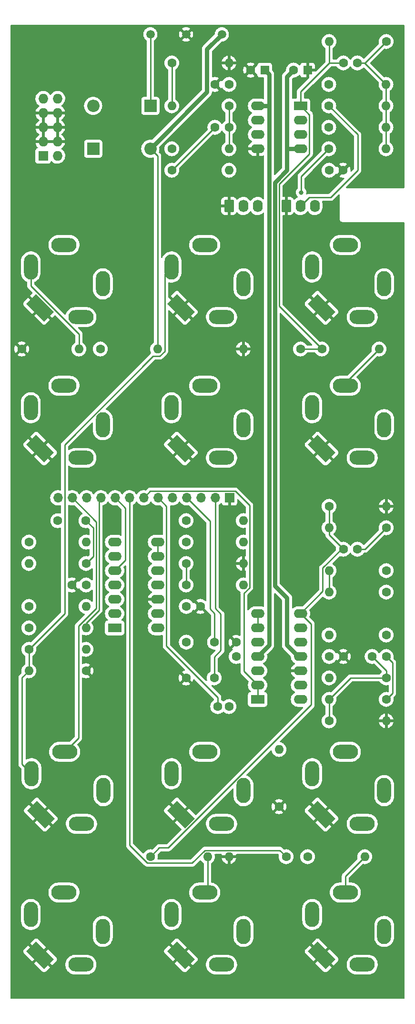
<source format=gtl>
G04 #@! TF.GenerationSoftware,KiCad,Pcbnew,6.0.9-8da3e8f707~117~ubuntu22.04.1*
G04 #@! TF.CreationDate,2022-12-01T21:32:40-05:00*
G04 #@! TF.ProjectId,voltproc_b1,766f6c74-7072-46f6-935f-62312e6b6963,rev?*
G04 #@! TF.SameCoordinates,Original*
G04 #@! TF.FileFunction,Copper,L1,Top*
G04 #@! TF.FilePolarity,Positive*
%FSLAX46Y46*%
G04 Gerber Fmt 4.6, Leading zero omitted, Abs format (unit mm)*
G04 Created by KiCad (PCBNEW 6.0.9-8da3e8f707~117~ubuntu22.04.1) date 2022-12-01 21:32:40*
%MOMM*%
%LPD*%
G01*
G04 APERTURE LIST*
G04 Aperture macros list*
%AMRoundRect*
0 Rectangle with rounded corners*
0 $1 Rounding radius*
0 $2 $3 $4 $5 $6 $7 $8 $9 X,Y pos of 4 corners*
0 Add a 4 corners polygon primitive as box body*
4,1,4,$2,$3,$4,$5,$6,$7,$8,$9,$2,$3,0*
0 Add four circle primitives for the rounded corners*
1,1,$1+$1,$2,$3*
1,1,$1+$1,$4,$5*
1,1,$1+$1,$6,$7*
1,1,$1+$1,$8,$9*
0 Add four rect primitives between the rounded corners*
20,1,$1+$1,$2,$3,$4,$5,0*
20,1,$1+$1,$4,$5,$6,$7,0*
20,1,$1+$1,$6,$7,$8,$9,0*
20,1,$1+$1,$8,$9,$2,$3,0*%
%AMRotRect*
0 Rectangle, with rotation*
0 The origin of the aperture is its center*
0 $1 length*
0 $2 width*
0 $3 Rotation angle, in degrees counterclockwise*
0 Add horizontal line*
21,1,$1,$2,0,0,$3*%
G04 Aperture macros list end*
G04 #@! TA.AperFunction,ComponentPad*
%ADD10O,2.500000X4.500001*%
G04 #@! TD*
G04 #@! TA.AperFunction,ComponentPad*
%ADD11O,4.500001X2.500001*%
G04 #@! TD*
G04 #@! TA.AperFunction,ComponentPad*
%ADD12RotRect,4.500001X2.500001X315.000000*%
G04 #@! TD*
G04 #@! TA.AperFunction,ComponentPad*
%ADD13O,4.500000X2.500000*%
G04 #@! TD*
G04 #@! TA.AperFunction,ComponentPad*
%ADD14O,2.500000X4.500000*%
G04 #@! TD*
G04 #@! TA.AperFunction,ComponentPad*
%ADD15C,1.500000*%
G04 #@! TD*
G04 #@! TA.AperFunction,ComponentPad*
%ADD16R,1.700000X1.700000*%
G04 #@! TD*
G04 #@! TA.AperFunction,ComponentPad*
%ADD17O,1.700000X1.700000*%
G04 #@! TD*
G04 #@! TA.AperFunction,ComponentPad*
%ADD18R,2.400000X1.600000*%
G04 #@! TD*
G04 #@! TA.AperFunction,ComponentPad*
%ADD19O,2.400000X1.600000*%
G04 #@! TD*
G04 #@! TA.AperFunction,ComponentPad*
%ADD20C,1.600000*%
G04 #@! TD*
G04 #@! TA.AperFunction,ComponentPad*
%ADD21O,1.600000X1.600000*%
G04 #@! TD*
G04 #@! TA.AperFunction,ComponentPad*
%ADD22R,2.200000X2.200000*%
G04 #@! TD*
G04 #@! TA.AperFunction,ComponentPad*
%ADD23O,2.200000X2.200000*%
G04 #@! TD*
G04 #@! TA.AperFunction,ComponentPad*
%ADD24RoundRect,0.250000X-0.620000X-0.850000X0.620000X-0.850000X0.620000X0.850000X-0.620000X0.850000X0*%
G04 #@! TD*
G04 #@! TA.AperFunction,ComponentPad*
%ADD25O,1.740000X2.200000*%
G04 #@! TD*
G04 #@! TA.AperFunction,ComponentPad*
%ADD26R,1.727200X1.727200*%
G04 #@! TD*
G04 #@! TA.AperFunction,ComponentPad*
%ADD27O,1.727200X1.727200*%
G04 #@! TD*
G04 #@! TA.AperFunction,ComponentPad*
%ADD28R,1.600000X1.600000*%
G04 #@! TD*
G04 #@! TA.AperFunction,ViaPad*
%ADD29C,0.800000*%
G04 #@! TD*
G04 #@! TA.AperFunction,Conductor*
%ADD30C,0.750000*%
G04 #@! TD*
G04 #@! TA.AperFunction,Conductor*
%ADD31C,0.250000*%
G04 #@! TD*
G04 APERTURE END LIST*
D10*
G04 #@! TO.P,J18,R*
G04 #@! TO.N,N/C*
X156400000Y-149500000D03*
D11*
G04 #@! TO.P,J18,RN*
X152500000Y-155400000D03*
D12*
G04 #@! TO.P,J18,S*
G04 #@! TO.N,Board_0-GND*
X145260000Y-153740000D03*
D13*
G04 #@! TO.P,J18,T*
G04 #@! TO.N,Board_0-/Summers/OUT2*
X149500000Y-142600000D03*
D14*
G04 #@! TO.P,J18,TN*
G04 #@! TO.N,N/C*
X143600000Y-146500000D03*
G04 #@! TD*
D10*
G04 #@! TO.P,J15,R*
G04 #@! TO.N,N/C*
X131400000Y-174500000D03*
D11*
G04 #@! TO.P,J15,RN*
X127500000Y-180400000D03*
D12*
G04 #@! TO.P,J15,S*
G04 #@! TO.N,Board_0-GND*
X120260000Y-178740000D03*
D13*
G04 #@! TO.P,J15,T*
G04 #@! TO.N,Board_0-/Summers/IN_2_2*
X124500000Y-167600000D03*
D14*
G04 #@! TO.P,J15,TN*
G04 #@! TO.N,N/C*
X118600000Y-171500000D03*
G04 #@! TD*
D15*
G04 #@! TO.P,TP1,1,1*
G04 #@! TO.N,Board_0--12V*
X152540000Y-15180000D03*
G04 #@! TD*
G04 #@! TO.P,TP2,1,1*
G04 #@! TO.N,Board_0-+12V*
X139840000Y-15180000D03*
G04 #@! TD*
D10*
G04 #@! TO.P,J9,R*
G04 #@! TO.N,N/C*
X181400000Y-174500000D03*
D11*
G04 #@! TO.P,J9,RN*
X177500000Y-180400000D03*
D12*
G04 #@! TO.P,J9,S*
G04 #@! TO.N,Board_0-GND*
X170260000Y-178740000D03*
D13*
G04 #@! TO.P,J9,T*
G04 #@! TO.N,Board_0-/Linear and RC lag/OUT_LAG_B*
X174500000Y-167600000D03*
D14*
G04 #@! TO.P,J9,TN*
G04 #@! TO.N,N/C*
X168600000Y-171500000D03*
G04 #@! TD*
D10*
G04 #@! TO.P,J8,R*
G04 #@! TO.N,N/C*
X181400000Y-149500000D03*
D11*
G04 #@! TO.P,J8,RN*
X177500000Y-155400000D03*
D12*
G04 #@! TO.P,J8,S*
G04 #@! TO.N,Board_0-GND*
X170260000Y-153740000D03*
D13*
G04 #@! TO.P,J8,T*
G04 #@! TO.N,Board_0-/Linear and RC lag/IN_LAG_B*
X174500000Y-142600000D03*
D14*
G04 #@! TO.P,J8,TN*
G04 #@! TO.N,N/C*
X168600000Y-146500000D03*
G04 #@! TD*
D10*
G04 #@! TO.P,J13,R*
G04 #@! TO.N,N/C*
X131400000Y-84500000D03*
D11*
G04 #@! TO.P,J13,RN*
X127500000Y-90400000D03*
D12*
G04 #@! TO.P,J13,S*
G04 #@! TO.N,Board_0-GND*
X120260000Y-88740000D03*
D13*
G04 #@! TO.P,J13,T*
G04 #@! TO.N,Board_0-/Summers/IN1_3*
X124500000Y-77600000D03*
D14*
G04 #@! TO.P,J13,TN*
G04 #@! TO.N,N/C*
X118600000Y-81500000D03*
G04 #@! TD*
D10*
G04 #@! TO.P,J16,R*
G04 #@! TO.N,N/C*
X181400000Y-59500000D03*
D11*
G04 #@! TO.P,J16,RN*
X177500000Y-65400000D03*
D12*
G04 #@! TO.P,J16,S*
G04 #@! TO.N,Board_0-GND*
X170260000Y-63740000D03*
D13*
G04 #@! TO.P,J16,T*
G04 #@! TO.N,Board_0-/Summers/OUT1*
X174500000Y-52600000D03*
D14*
G04 #@! TO.P,J16,TN*
G04 #@! TO.N,N/C*
X168600000Y-56500000D03*
G04 #@! TD*
D10*
G04 #@! TO.P,J11,R*
G04 #@! TO.N,N/C*
X156400000Y-59500000D03*
D11*
G04 #@! TO.P,J11,RN*
X152500000Y-65400000D03*
D12*
G04 #@! TO.P,J11,S*
G04 #@! TO.N,Board_0-GND*
X145260000Y-63740000D03*
D13*
G04 #@! TO.P,J11,T*
G04 #@! TO.N,Board_0-/Summers/IN_1_2_CW*
X149500000Y-52600000D03*
D14*
G04 #@! TO.P,J11,TN*
G04 #@! TO.N,Board_0-/Summers/+10V*
X143600000Y-56500000D03*
G04 #@! TD*
D10*
G04 #@! TO.P,J19,R*
G04 #@! TO.N,N/C*
X156400000Y-174500000D03*
D11*
G04 #@! TO.P,J19,RN*
X152500000Y-180400000D03*
D12*
G04 #@! TO.P,J19,S*
G04 #@! TO.N,Board_0-GND*
X145260000Y-178740000D03*
D13*
G04 #@! TO.P,J19,T*
G04 #@! TO.N,Board_0-/Summers/~{OUT2}*
X149500000Y-167600000D03*
D14*
G04 #@! TO.P,J19,TN*
G04 #@! TO.N,N/C*
X143600000Y-171500000D03*
G04 #@! TD*
D10*
G04 #@! TO.P,J10,R*
G04 #@! TO.N,N/C*
X131400000Y-59500000D03*
D11*
G04 #@! TO.P,J10,RN*
X127500000Y-65400000D03*
D12*
G04 #@! TO.P,J10,S*
G04 #@! TO.N,Board_0-GND*
X120260000Y-63740000D03*
D13*
G04 #@! TO.P,J10,T*
G04 #@! TO.N,Board_0-/Summers/IN_1_1_CW*
X124500000Y-52600000D03*
D14*
G04 #@! TO.P,J10,TN*
G04 #@! TO.N,Board_0-/Summers/-10V*
X118600000Y-56500000D03*
G04 #@! TD*
D16*
G04 #@! TO.P,J4,1,Pin_1*
G04 #@! TO.N,Board_0-GND*
X153900000Y-97500000D03*
D17*
G04 #@! TO.P,J4,2,Pin_2*
G04 #@! TO.N,Board_0-/Linear and RC lag/LAG_RC_WIP*
X151360000Y-97500000D03*
G04 #@! TO.P,J4,3,Pin_3*
G04 #@! TO.N,Board_0-/Linear and RC lag/LAG_LIN_CCW*
X148820000Y-97500000D03*
G04 #@! TO.P,J4,4,Pin_4*
G04 #@! TO.N,Board_0-/Linear and RC lag/LAG_LIN_WIP*
X146280000Y-97500000D03*
G04 #@! TO.P,J4,5,Pin_5*
G04 #@! TO.N,Board_0-/Linear and RC lag/LIN_SPEED*
X143740000Y-97500000D03*
G04 #@! TO.P,J4,6,Pin_6*
G04 #@! TO.N,Board_0-/Linear and RC lag/RC_SPEED*
X141200000Y-97500000D03*
G04 #@! TO.P,J4,7,Pin_7*
G04 #@! TO.N,Board_0-/Linear and RC lag/RC_OUT*
X138660000Y-97500000D03*
G04 #@! TO.P,J4,8,Pin_8*
G04 #@! TO.N,Board_0-/Linear and RC lag/LAG_OUT*
X136120000Y-97500000D03*
G04 #@! TO.P,J4,9,Pin_9*
G04 #@! TO.N,Board_0-/Linear and RC lag/LIN_OUT*
X133580000Y-97500000D03*
G04 #@! TO.P,J4,10,Pin_10*
G04 #@! TO.N,Board_0-/Linear and RC lag/LAG_IN*
X131040000Y-97500000D03*
G04 #@! TO.P,J4,11,Pin_11*
G04 #@! TO.N,Board_0-/Linear and RC lag/LIN_IN*
X128500000Y-97500000D03*
G04 #@! TO.P,J4,12,Pin_12*
G04 #@! TO.N,Board_0-/Summers/IN_2_1_CW*
X125960000Y-97500000D03*
G04 #@! TO.P,J4,13,Pin_13*
G04 #@! TO.N,Board_0-/Summers/IN_2_1_WIP*
X123420000Y-97500000D03*
G04 #@! TD*
D10*
G04 #@! TO.P,J17,R*
G04 #@! TO.N,N/C*
X181400000Y-84500000D03*
D11*
G04 #@! TO.P,J17,RN*
X177500000Y-90400000D03*
D12*
G04 #@! TO.P,J17,S*
G04 #@! TO.N,Board_0-GND*
X170260000Y-88740000D03*
D13*
G04 #@! TO.P,J17,T*
G04 #@! TO.N,Board_0-/Summers/~{OUT1}*
X174500000Y-77600000D03*
D14*
G04 #@! TO.P,J17,TN*
G04 #@! TO.N,N/C*
X168600000Y-81500000D03*
G04 #@! TD*
D10*
G04 #@! TO.P,J12,R*
G04 #@! TO.N,N/C*
X131508000Y-149500000D03*
D11*
G04 #@! TO.P,J12,RN*
X127608000Y-155400000D03*
D12*
G04 #@! TO.P,J12,S*
G04 #@! TO.N,Board_0-GND*
X120368000Y-153740000D03*
D13*
G04 #@! TO.P,J12,T*
G04 #@! TO.N,Board_0-/Summers/IN_2_1_CW*
X124608000Y-142600000D03*
D14*
G04 #@! TO.P,J12,TN*
G04 #@! TO.N,Board_0-/Summers/+10V*
X118708000Y-146500000D03*
G04 #@! TD*
D15*
G04 #@! TO.P,TP3,1,1*
G04 #@! TO.N,Board_0-GND*
X146190000Y-15180000D03*
G04 #@! TD*
D10*
G04 #@! TO.P,J14,R*
G04 #@! TO.N,N/C*
X156400000Y-84500000D03*
D11*
G04 #@! TO.P,J14,RN*
X152500000Y-90400000D03*
D12*
G04 #@! TO.P,J14,S*
G04 #@! TO.N,Board_0-GND*
X145260000Y-88740000D03*
D13*
G04 #@! TO.P,J14,T*
G04 #@! TO.N,Board_0-/Summers/IN1_4*
X149500000Y-77600000D03*
D14*
G04 #@! TO.P,J14,TN*
G04 #@! TO.N,N/C*
X143600000Y-81500000D03*
G04 #@! TD*
D18*
G04 #@! TO.P,U1,1*
G04 #@! TO.N,Board_0-Net-(R3-Pad1)*
X133500000Y-120595000D03*
D19*
G04 #@! TO.P,U1,2,-*
X133500000Y-118055000D03*
G04 #@! TO.P,U1,3,+*
G04 #@! TO.N,Board_0-Net-(R2-Pad2)*
X133500000Y-115515000D03*
G04 #@! TO.P,U1,4,V+*
G04 #@! TO.N,Board_0-+12V*
X133500000Y-112975000D03*
G04 #@! TO.P,U1,5,+*
G04 #@! TO.N,Board_0-/Linear and RC lag/LIN_OUT*
X133500000Y-110435000D03*
G04 #@! TO.P,U1,6,-*
G04 #@! TO.N,Board_0-/Linear and RC lag/LIN_IN*
X133500000Y-107895000D03*
G04 #@! TO.P,U1,7*
G04 #@! TO.N,Board_0-Net-(R4-Pad2)*
X133500000Y-105355000D03*
G04 #@! TO.P,U1,8*
G04 #@! TO.N,Board_0-Net-(R9-Pad1)*
X141120000Y-105355000D03*
G04 #@! TO.P,U1,9,-*
X141120000Y-107895000D03*
G04 #@! TO.P,U1,10,+*
G04 #@! TO.N,Board_0-Net-(R6-Pad2)*
X141120000Y-110435000D03*
G04 #@! TO.P,U1,11,V-*
G04 #@! TO.N,Board_0--12V*
X141120000Y-112975000D03*
G04 #@! TO.P,U1,12,+*
G04 #@! TO.N,Board_0-GND*
X141120000Y-115515000D03*
G04 #@! TO.P,U1,13,-*
G04 #@! TO.N,Board_0-/Linear and RC lag/LAG_LIN_WIP*
X141120000Y-118055000D03*
G04 #@! TO.P,U1,14*
G04 #@! TO.N,Board_0-/Linear and RC lag/LIN_OUT*
X141120000Y-120595000D03*
G04 #@! TD*
D20*
G04 #@! TO.P,R16,1*
G04 #@! TO.N,Board_0-/Summers/IN1_3*
X171550000Y-31690000D03*
D21*
G04 #@! TO.P,R16,2*
G04 #@! TO.N,Board_0-Net-(C11-Pad1)*
X181710000Y-31690000D03*
G04 #@! TD*
D20*
G04 #@! TO.P,R25,1*
G04 #@! TO.N,Board_0-Net-(C12-Pad2)*
X181750000Y-121860000D03*
D21*
G04 #@! TO.P,R25,2*
G04 #@! TO.N,Board_0-Net-(C14-Pad1)*
X171590000Y-121860000D03*
G04 #@! TD*
D20*
G04 #@! TO.P,R1,1*
G04 #@! TO.N,Board_0-GND*
X162700000Y-152340000D03*
D21*
G04 #@! TO.P,R1,2*
G04 #@! TO.N,Board_0-/Linear and RC lag/IN_LAG_B*
X162700000Y-142180000D03*
G04 #@! TD*
D22*
G04 #@! TO.P,D1,1,K*
G04 #@! TO.N,Board_0-+12V*
X139840000Y-27880000D03*
D23*
G04 #@! TO.P,D1,2,A*
G04 #@! TO.N,Board_0-/+12_IN*
X129680000Y-27880000D03*
G04 #@! TD*
D20*
G04 #@! TO.P,R9,1*
G04 #@! TO.N,Board_0-Net-(R9-Pad1)*
X146190000Y-105350000D03*
D21*
G04 #@! TO.P,R9,2*
G04 #@! TO.N,Board_0-/Linear and RC lag/LAG_LIN_CCW*
X156350000Y-105350000D03*
G04 #@! TD*
D20*
G04 #@! TO.P,C14,1*
G04 #@! TO.N,Board_0-Net-(C14-Pad1)*
X181750000Y-125670000D03*
G04 #@! TO.P,C14,2*
G04 #@! TO.N,Board_0-Net-(C14-Pad2)*
X179250000Y-125670000D03*
G04 #@! TD*
G04 #@! TO.P,R5,1*
G04 #@! TO.N,Board_0-Net-(C3-Pad2)*
X118250000Y-105350000D03*
D21*
G04 #@! TO.P,R5,2*
G04 #@! TO.N,Board_0-Net-(R4-Pad2)*
X128410000Y-105350000D03*
G04 #@! TD*
D24*
G04 #@! TO.P,J2,1,Pin_1*
G04 #@! TO.N,Board_0-GND*
X153810000Y-45660000D03*
D25*
G04 #@! TO.P,J2,2,Pin_2*
G04 #@! TO.N,Board_0-/Summers/IN_1_1_WIP*
X156350000Y-45660000D03*
G04 #@! TO.P,J2,3,Pin_3*
G04 #@! TO.N,Board_0-/Summers/IN_1_1_CW*
X158890000Y-45660000D03*
G04 #@! TD*
D20*
G04 #@! TO.P,C5,1*
G04 #@! TO.N,Board_0-/Linear and RC lag/LAG_RC_WIP*
X153810000Y-134560000D03*
G04 #@! TO.P,C5,2*
G04 #@! TO.N,Board_0-/Linear and RC lag/RC_SPEED*
X151810000Y-134560000D03*
G04 #@! TD*
G04 #@! TO.P,C6,1*
G04 #@! TO.N,Board_0-/Linear and RC lag/LAG_LIN_WIP*
X151230000Y-123130000D03*
G04 #@! TO.P,C6,2*
G04 #@! TO.N,Board_0-/Linear and RC lag/LIN_OUT*
X146230000Y-123130000D03*
G04 #@! TD*
G04 #@! TO.P,C10,1*
G04 #@! TO.N,Board_0-GND*
X174130000Y-125670000D03*
G04 #@! TO.P,C10,2*
G04 #@! TO.N,Board_0--12V*
X171630000Y-125670000D03*
G04 #@! TD*
D26*
G04 #@! TO.P,J1,1,-12V*
G04 #@! TO.N,Board_0-/-12_IN*
X120790000Y-36770000D03*
D27*
G04 #@! TO.P,J1,2,-12V*
X123330000Y-36770000D03*
G04 #@! TO.P,J1,3,GND*
G04 #@! TO.N,Board_0-GND*
X120790000Y-34230000D03*
G04 #@! TO.P,J1,4,GND*
X123330000Y-34230000D03*
G04 #@! TO.P,J1,5,GND*
X120790000Y-31690000D03*
G04 #@! TO.P,J1,6,GND*
X123330000Y-31690000D03*
G04 #@! TO.P,J1,7,GND*
X120790000Y-29150000D03*
G04 #@! TO.P,J1,8,GND*
X123330000Y-29150000D03*
G04 #@! TO.P,J1,9,+12V*
G04 #@! TO.N,Board_0-/+12_IN*
X120790000Y-26610000D03*
G04 #@! TO.P,J1,10,+12V*
X123330000Y-26610000D03*
G04 #@! TD*
D18*
G04 #@! TO.P,U3,1*
G04 #@! TO.N,Board_0-Net-(C11-Pad2)*
X166510000Y-27880000D03*
D19*
G04 #@! TO.P,U3,2,-*
G04 #@! TO.N,Board_0-Net-(C11-Pad1)*
X166510000Y-30420000D03*
G04 #@! TO.P,U3,3,+*
G04 #@! TO.N,Board_0-GND*
X166510000Y-32960000D03*
G04 #@! TO.P,U3,4,V-*
G04 #@! TO.N,Board_0--12V*
X166510000Y-35500000D03*
G04 #@! TO.P,U3,5,+*
G04 #@! TO.N,Board_0-GND*
X158890000Y-35500000D03*
G04 #@! TO.P,U3,6,-*
G04 #@! TO.N,Board_0-Net-(C13-Pad1)*
X158890000Y-32960000D03*
G04 #@! TO.P,U3,7*
G04 #@! TO.N,Board_0-Net-(C13-Pad2)*
X158890000Y-30420000D03*
G04 #@! TO.P,U3,8,V+*
G04 #@! TO.N,Board_0-+12V*
X158890000Y-27880000D03*
G04 #@! TD*
D20*
G04 #@! TO.P,R17,1*
G04 #@! TO.N,Board_0-/Summers/IN_1_1_WIP*
X171550000Y-35500000D03*
D21*
G04 #@! TO.P,R17,2*
G04 #@! TO.N,Board_0-Net-(C11-Pad1)*
X181710000Y-35500000D03*
G04 #@! TD*
D22*
G04 #@! TO.P,D2,1,K*
G04 #@! TO.N,Board_0-/-12_IN*
X129680000Y-35500000D03*
D23*
G04 #@! TO.P,D2,2,A*
G04 #@! TO.N,Board_0--12V*
X139840000Y-35500000D03*
G04 #@! TD*
D20*
G04 #@! TO.P,R35,1*
G04 #@! TO.N,Board_0-Net-(C12-Pad2)*
X139840000Y-161230000D03*
D21*
G04 #@! TO.P,R35,2*
G04 #@! TO.N,Board_0-/Summers/~{OUT2}*
X150000000Y-161230000D03*
G04 #@! TD*
D20*
G04 #@! TO.P,R21,1*
G04 #@! TO.N,Board_0-/Summers/IN_2_1_WIP*
X181750000Y-110430000D03*
D21*
G04 #@! TO.P,R21,2*
G04 #@! TO.N,Board_0-Net-(C12-Pad1)*
X171590000Y-110430000D03*
G04 #@! TD*
D20*
G04 #@! TO.P,R14,1*
G04 #@! TO.N,Board_0-/Summers/-10V*
X130950000Y-71060000D03*
D21*
G04 #@! TO.P,R14,2*
G04 #@! TO.N,Board_0--12V*
X141110000Y-71060000D03*
G04 #@! TD*
D20*
G04 #@! TO.P,C4,1*
G04 #@! TO.N,Board_0-/Linear and RC lag/LAG_RC_WIP*
X151190000Y-129480000D03*
G04 #@! TO.P,C4,2*
G04 #@! TO.N,Board_0-GND*
X146190000Y-129480000D03*
G04 #@! TD*
G04 #@! TO.P,R15,1*
G04 #@! TO.N,Board_0-GND*
X116980000Y-71060000D03*
D21*
G04 #@! TO.P,R15,2*
G04 #@! TO.N,Board_0-/Summers/-10V*
X127140000Y-71060000D03*
G04 #@! TD*
D20*
G04 #@! TO.P,R2,1*
G04 #@! TO.N,Board_0-/Linear and RC lag/IN_LAG_B*
X118250000Y-116780000D03*
D21*
G04 #@! TO.P,R2,2*
G04 #@! TO.N,Board_0-Net-(R2-Pad2)*
X128410000Y-116780000D03*
G04 #@! TD*
D20*
G04 #@! TO.P,R13,1*
G04 #@! TO.N,Board_0-GND*
X128410000Y-128210000D03*
D21*
G04 #@! TO.P,R13,2*
G04 #@! TO.N,Board_0-/Summers/+10V*
X118250000Y-128210000D03*
G04 #@! TD*
D20*
G04 #@! TO.P,R19,1*
G04 #@! TO.N,Board_0-/Summers/IN_1_2_WIP*
X171550000Y-27880000D03*
D21*
G04 #@! TO.P,R19,2*
G04 #@! TO.N,Board_0-Net-(C11-Pad1)*
X181710000Y-27880000D03*
G04 #@! TD*
D20*
G04 #@! TO.P,R7,1*
G04 #@! TO.N,Board_0-Net-(R6-Pad2)*
X146190000Y-109160000D03*
D21*
G04 #@! TO.P,R7,2*
G04 #@! TO.N,Board_0-GND*
X156350000Y-109160000D03*
G04 #@! TD*
D20*
G04 #@! TO.P,R26,1*
G04 #@! TO.N,Board_0-Net-(C13-Pad1)*
X153810000Y-27880000D03*
D21*
G04 #@! TO.P,R26,2*
G04 #@! TO.N,Board_0-Net-(C13-Pad2)*
X143650000Y-27880000D03*
G04 #@! TD*
D18*
G04 #@! TO.P,U2,1*
G04 #@! TO.N,Board_0-/Linear and RC lag/RC_OUT*
X158900000Y-133295000D03*
D19*
G04 #@! TO.P,U2,2,-*
X158900000Y-130755000D03*
G04 #@! TO.P,U2,3,+*
G04 #@! TO.N,Board_0-/Linear and RC lag/LAG_RC_WIP*
X158900000Y-128215000D03*
G04 #@! TO.P,U2,4,V+*
G04 #@! TO.N,Board_0-+12V*
X158900000Y-125675000D03*
G04 #@! TO.P,U2,5,+*
G04 #@! TO.N,Board_0-GND*
X158900000Y-123135000D03*
G04 #@! TO.P,U2,6,-*
G04 #@! TO.N,Board_0-Net-(U2-Pad6)*
X158900000Y-120595000D03*
G04 #@! TO.P,U2,7*
X158900000Y-118055000D03*
G04 #@! TO.P,U2,8*
G04 #@! TO.N,Board_0-Net-(C12-Pad2)*
X166520000Y-118055000D03*
G04 #@! TO.P,U2,9,-*
G04 #@! TO.N,Board_0-Net-(C12-Pad1)*
X166520000Y-120595000D03*
G04 #@! TO.P,U2,10,+*
G04 #@! TO.N,Board_0-GND*
X166520000Y-123135000D03*
G04 #@! TO.P,U2,11,V-*
G04 #@! TO.N,Board_0--12V*
X166520000Y-125675000D03*
G04 #@! TO.P,U2,12,+*
G04 #@! TO.N,Board_0-GND*
X166520000Y-128215000D03*
G04 #@! TO.P,U2,13,-*
G04 #@! TO.N,Board_0-Net-(C14-Pad1)*
X166520000Y-130755000D03*
G04 #@! TO.P,U2,14*
G04 #@! TO.N,Board_0-Net-(C14-Pad2)*
X166520000Y-133295000D03*
G04 #@! TD*
D20*
G04 #@! TO.P,R3,1*
G04 #@! TO.N,Board_0-Net-(R3-Pad1)*
X118250000Y-120590000D03*
D21*
G04 #@! TO.P,R3,2*
G04 #@! TO.N,Board_0-/Linear and RC lag/LAG_IN*
X128410000Y-120590000D03*
G04 #@! TD*
D20*
G04 #@! TO.P,R28,1*
G04 #@! TO.N,Board_0-Net-(C13-Pad2)*
X143650000Y-20260000D03*
D21*
G04 #@! TO.P,R28,2*
G04 #@! TO.N,Board_0-GND*
X153810000Y-20260000D03*
G04 #@! TD*
D20*
G04 #@! TO.P,R31,1*
G04 #@! TO.N,Board_0-Net-(C12-Pad2)*
X171590000Y-99000000D03*
D21*
G04 #@! TO.P,R31,2*
G04 #@! TO.N,Board_0-GND*
X181750000Y-99000000D03*
G04 #@! TD*
D20*
G04 #@! TO.P,R18,1*
G04 #@! TO.N,Board_0-/Summers/IN1_4*
X171550000Y-24070000D03*
D21*
G04 #@! TO.P,R18,2*
G04 #@! TO.N,Board_0-Net-(C11-Pad1)*
X181710000Y-24070000D03*
G04 #@! TD*
D20*
G04 #@! TO.P,R6,1*
G04 #@! TO.N,Board_0-Net-(R4-Pad2)*
X146190000Y-101540000D03*
D21*
G04 #@! TO.P,R6,2*
G04 #@! TO.N,Board_0-Net-(R6-Pad2)*
X156350000Y-101540000D03*
G04 #@! TD*
D20*
G04 #@! TO.P,R32,1*
G04 #@! TO.N,Board_0-Net-(C13-Pad2)*
X143650000Y-39310000D03*
D21*
G04 #@! TO.P,R32,2*
G04 #@! TO.N,Board_0-/Summers/OUT1*
X153810000Y-39310000D03*
G04 #@! TD*
D20*
G04 #@! TO.P,R8,1*
G04 #@! TO.N,Board_0-Net-(R6-Pad2)*
X146190000Y-112970000D03*
D21*
G04 #@! TO.P,R8,2*
G04 #@! TO.N,Board_0-/Linear and RC lag/LIN_SPEED*
X156350000Y-112970000D03*
G04 #@! TD*
D20*
G04 #@! TO.P,R24,1*
G04 #@! TO.N,Board_0-Net-(C11-Pad2)*
X143650000Y-35500000D03*
D21*
G04 #@! TO.P,R24,2*
G04 #@! TO.N,Board_0-Net-(C13-Pad1)*
X153810000Y-35500000D03*
G04 #@! TD*
D20*
G04 #@! TO.P,C13,1*
G04 #@! TO.N,Board_0-Net-(C13-Pad1)*
X153810000Y-31690000D03*
G04 #@! TO.P,C13,2*
G04 #@! TO.N,Board_0-Net-(C13-Pad2)*
X151310000Y-31690000D03*
G04 #@! TD*
G04 #@! TO.P,R10,1*
G04 #@! TO.N,Board_0-/Linear and RC lag/LAG_OUT*
X163970000Y-161230000D03*
D21*
G04 #@! TO.P,R10,2*
G04 #@! TO.N,Board_0-GND*
X153810000Y-161230000D03*
G04 #@! TD*
D20*
G04 #@! TO.P,R30,1*
G04 #@! TO.N,Board_0-Net-(C14-Pad2)*
X171590000Y-137100000D03*
D21*
G04 #@! TO.P,R30,2*
G04 #@! TO.N,Board_0-GND*
X181750000Y-137100000D03*
G04 #@! TD*
D20*
G04 #@! TO.P,R20,1*
G04 #@! TO.N,Board_0-/Summers/IN_2_2*
X181750000Y-114240000D03*
D21*
G04 #@! TO.P,R20,2*
G04 #@! TO.N,Board_0-Net-(C12-Pad1)*
X171590000Y-114240000D03*
G04 #@! TD*
D20*
G04 #@! TO.P,R11,1*
G04 #@! TO.N,Board_0-/Linear and RC lag/LAG_OUT*
X167780000Y-161230000D03*
D21*
G04 #@! TO.P,R11,2*
G04 #@! TO.N,Board_0-/Linear and RC lag/OUT_LAG_B*
X177940000Y-161230000D03*
G04 #@! TD*
D20*
G04 #@! TO.P,C8,1*
G04 #@! TO.N,Board_0-GND*
X148730000Y-116780000D03*
G04 #@! TO.P,C8,2*
G04 #@! TO.N,Board_0--12V*
X146230000Y-116780000D03*
G04 #@! TD*
G04 #@! TO.P,C16,1*
G04 #@! TO.N,Board_0-GND*
X174090000Y-39310000D03*
G04 #@! TO.P,C16,2*
G04 #@! TO.N,Board_0--12V*
X171590000Y-39310000D03*
G04 #@! TD*
G04 #@! TO.P,R34,1*
G04 #@! TO.N,Board_0-Net-(C14-Pad2)*
X181750000Y-129480000D03*
D21*
G04 #@! TO.P,R34,2*
G04 #@! TO.N,Board_0-/Summers/OUT2*
X171590000Y-129480000D03*
G04 #@! TD*
D20*
G04 #@! TO.P,R22,1*
G04 #@! TO.N,Board_0-Net-(C11-Pad1)*
X181750000Y-16450000D03*
D21*
G04 #@! TO.P,R22,2*
G04 #@! TO.N,Board_0-Net-(C11-Pad2)*
X171590000Y-16450000D03*
G04 #@! TD*
D20*
G04 #@! TO.P,C15,1*
G04 #@! TO.N,Board_0-+12V*
X153810000Y-24070000D03*
G04 #@! TO.P,C15,2*
G04 #@! TO.N,Board_0-GND*
X151310000Y-24070000D03*
G04 #@! TD*
G04 #@! TO.P,R33,1*
G04 #@! TO.N,Board_0-Net-(C11-Pad2)*
X170320000Y-71060000D03*
D21*
G04 #@! TO.P,R33,2*
G04 #@! TO.N,Board_0-/Summers/~{OUT1}*
X180480000Y-71060000D03*
G04 #@! TD*
D20*
G04 #@! TO.P,C7,1*
G04 #@! TO.N,Board_0-+12V*
X128410000Y-112970000D03*
G04 #@! TO.P,C7,2*
G04 #@! TO.N,Board_0-GND*
X125910000Y-112970000D03*
G04 #@! TD*
G04 #@! TO.P,R27,1*
G04 #@! TO.N,Board_0-Net-(C14-Pad1)*
X181750000Y-133290000D03*
D21*
G04 #@! TO.P,R27,2*
G04 #@! TO.N,Board_0-Net-(C14-Pad2)*
X171590000Y-133290000D03*
G04 #@! TD*
D28*
G04 #@! TO.P,C1,1*
G04 #@! TO.N,Board_0-+12V*
X160160000Y-21530000D03*
D20*
G04 #@! TO.P,C1,2*
G04 #@! TO.N,Board_0-GND*
X157660000Y-21530000D03*
G04 #@! TD*
G04 #@! TO.P,C3,1*
G04 #@! TO.N,Board_0-/Linear and RC lag/LIN_IN*
X128380000Y-101545000D03*
G04 #@! TO.P,C3,2*
G04 #@! TO.N,Board_0-Net-(C3-Pad2)*
X123380000Y-101545000D03*
G04 #@! TD*
G04 #@! TO.P,R4,1*
G04 #@! TO.N,Board_0-/Linear and RC lag/LIN_IN*
X128410000Y-109160000D03*
D21*
G04 #@! TO.P,R4,2*
G04 #@! TO.N,Board_0-Net-(R4-Pad2)*
X118250000Y-109160000D03*
G04 #@! TD*
D20*
G04 #@! TO.P,R12,1*
G04 #@! TO.N,Board_0-/Summers/+10V*
X118250000Y-124400000D03*
D21*
G04 #@! TO.P,R12,2*
G04 #@! TO.N,Board_0-+12V*
X128410000Y-124400000D03*
G04 #@! TD*
D20*
G04 #@! TO.P,R29,1*
G04 #@! TO.N,Board_0-Net-(C11-Pad2)*
X166510000Y-71060000D03*
D21*
G04 #@! TO.P,R29,2*
G04 #@! TO.N,Board_0-GND*
X156350000Y-71060000D03*
G04 #@! TD*
D20*
G04 #@! TO.P,C9,1*
G04 #@! TO.N,Board_0-+12V*
X155080000Y-125670000D03*
G04 #@! TO.P,C9,2*
G04 #@! TO.N,Board_0-GND*
X155080000Y-123170000D03*
G04 #@! TD*
G04 #@! TO.P,C12,1*
G04 #@! TO.N,Board_0-Net-(C12-Pad1)*
X176630000Y-106620000D03*
G04 #@! TO.P,C12,2*
G04 #@! TO.N,Board_0-Net-(C12-Pad2)*
X174130000Y-106620000D03*
G04 #@! TD*
G04 #@! TO.P,C11,1*
G04 #@! TO.N,Board_0-Net-(C11-Pad1)*
X176630000Y-20260000D03*
G04 #@! TO.P,C11,2*
G04 #@! TO.N,Board_0-Net-(C11-Pad2)*
X174130000Y-20260000D03*
G04 #@! TD*
D24*
G04 #@! TO.P,J3,1,Pin_1*
G04 #@! TO.N,Board_0-GND*
X163970000Y-45660000D03*
D25*
G04 #@! TO.P,J3,2,Pin_2*
G04 #@! TO.N,Board_0-/Summers/IN_1_2_WIP*
X166510000Y-45660000D03*
G04 #@! TO.P,J3,3,Pin_3*
G04 #@! TO.N,Board_0-/Summers/IN_1_2_CW*
X169050000Y-45660000D03*
G04 #@! TD*
D20*
G04 #@! TO.P,R23,1*
G04 #@! TO.N,Board_0-Net-(C12-Pad1)*
X181750000Y-102810000D03*
D21*
G04 #@! TO.P,R23,2*
G04 #@! TO.N,Board_0-Net-(C12-Pad2)*
X171590000Y-102810000D03*
G04 #@! TD*
D28*
G04 #@! TO.P,C2,1*
G04 #@! TO.N,Board_0-GND*
X167780000Y-21530000D03*
D20*
G04 #@! TO.P,C2,2*
G04 #@! TO.N,Board_0--12V*
X165280000Y-21530000D03*
G04 #@! TD*
D29*
G04 #@! TO.N,Board_0--12V*
X164105500Y-115256000D03*
G04 #@! TO.N,Board_0-/Summers/IN_1_1_WIP*
X166637000Y-43247000D03*
G04 #@! TD*
D30*
G04 #@! TO.N,Board_0-+12V*
X160950998Y-22320998D02*
X160950998Y-123624002D01*
X160950998Y-123624002D02*
X158900000Y-125675000D01*
D31*
X139840000Y-15180000D02*
X139840000Y-27880000D01*
D30*
X158890000Y-27880000D02*
X160922000Y-27880000D01*
X160160000Y-21530000D02*
X160950998Y-22320998D01*
G04 #@! TO.N,Board_0--12V*
X164105500Y-123660500D02*
X164105500Y-115256000D01*
D31*
X141110000Y-71060000D02*
X141110000Y-36770000D01*
D30*
X161950499Y-41489547D02*
X161950499Y-113100999D01*
X139840000Y-35500000D02*
X149885489Y-25454511D01*
X165280000Y-21530000D02*
X164105500Y-22704500D01*
X149885489Y-25454511D02*
X149885489Y-17834511D01*
X149885489Y-17834511D02*
X152540000Y-15180000D01*
X164105500Y-22704500D02*
X164105500Y-39334546D01*
X164105500Y-39334546D02*
X161950499Y-41489547D01*
D31*
X141110000Y-36770000D02*
X139840000Y-35500000D01*
D30*
X161950499Y-113100999D02*
X164105500Y-115256000D01*
X166120000Y-125675000D02*
X164105500Y-123660500D01*
X166510000Y-35500000D02*
X164097000Y-35500000D01*
D31*
G04 #@! TO.N,Board_0-/Linear and RC lag/LAG_IN*
X128410000Y-119701000D02*
X130696000Y-117415000D01*
X130696000Y-117415000D02*
X130696000Y-97844000D01*
X128410000Y-120590000D02*
X128410000Y-119701000D01*
G04 #@! TO.N,Board_0-/Linear and RC lag/LAG_LIN_WIP*
X150430001Y-117210001D02*
X150430001Y-101650001D01*
X151230000Y-123130000D02*
X151230000Y-118010000D01*
X150430001Y-101650001D02*
X146280000Y-97500000D01*
X151230000Y-118010000D02*
X150430001Y-117210001D01*
G04 #@! TO.N,Board_0-/Linear and RC lag/LAG_OUT*
X162845000Y-160105000D02*
X163970000Y-161230000D01*
X147284009Y-162355000D02*
X149534009Y-160105000D01*
X136157000Y-97537000D02*
X136157000Y-159198000D01*
X136157000Y-159198000D02*
X139314000Y-162355000D01*
X149534009Y-160105000D02*
X162845000Y-160105000D01*
X139314000Y-162355000D02*
X147284009Y-162355000D01*
G04 #@! TO.N,Board_0-/Linear and RC lag/LAG_RC_WIP*
X152354511Y-118144811D02*
X151360000Y-117150300D01*
X151190000Y-125750000D02*
X152354511Y-124585489D01*
X151360000Y-117150300D02*
X151360000Y-97500000D01*
X152354511Y-124585489D02*
X152354511Y-118144811D01*
X151190000Y-129480000D02*
X151190000Y-125750000D01*
G04 #@! TO.N,Board_0-/Linear and RC lag/LIN_IN*
X128380000Y-101545000D02*
X129680000Y-102845000D01*
X129680000Y-107890000D02*
X128410000Y-109160000D01*
X129680000Y-102845000D02*
X129680000Y-107890000D01*
G04 #@! TO.N,Board_0-/Linear and RC lag/LIN_OUT*
X133500000Y-110435000D02*
X135378683Y-108556317D01*
X135378683Y-99298683D02*
X133580000Y-97500000D01*
X135378683Y-108556317D02*
X135378683Y-99298683D01*
G04 #@! TO.N,Board_0-/Linear and RC lag/OUT_LAG_B*
X174500000Y-164670000D02*
X177940000Y-161230000D01*
X174500000Y-167600000D02*
X174500000Y-164670000D01*
G04 #@! TO.N,Board_0-/Linear and RC lag/RC_OUT*
X154945489Y-96325489D02*
X157474511Y-98854511D01*
X139834511Y-96325489D02*
X154945489Y-96325489D01*
X138660000Y-97500000D02*
X139834511Y-96325489D01*
X158900000Y-133295000D02*
X158900000Y-130755000D01*
X157474511Y-113435789D02*
X156477000Y-114433300D01*
X157474511Y-98854511D02*
X157474511Y-113435789D01*
X156477000Y-114433300D02*
X156477000Y-128332000D01*
X156477000Y-128332000D02*
X158900000Y-130755000D01*
G04 #@! TO.N,Board_0-/Linear and RC lag/RC_SPEED*
X142694520Y-98994520D02*
X141200000Y-97500000D01*
X142694520Y-123825520D02*
X142694520Y-98994520D01*
X151810000Y-134560000D02*
X151810000Y-132941000D01*
X151810000Y-132941000D02*
X142694520Y-123825520D01*
G04 #@! TO.N,Board_0-/Summers/+10V*
X118708000Y-146500000D02*
X117025480Y-144817480D01*
X118250000Y-124400000D02*
X124600000Y-118050000D01*
X124600000Y-118050000D02*
X124600000Y-88073293D01*
X140343293Y-72330000D02*
X141501010Y-72330000D01*
X142380000Y-71451010D02*
X142380000Y-57720000D01*
X118250000Y-128210000D02*
X118250000Y-124400000D01*
X141501010Y-72330000D02*
X142380000Y-71451010D01*
X142380000Y-57720000D02*
X143600000Y-56500000D01*
X117025480Y-144817480D02*
X117025480Y-129434520D01*
X117025480Y-129434520D02*
X118250000Y-128210000D01*
X124600000Y-88073293D02*
X140343293Y-72330000D01*
G04 #@! TO.N,Board_0-/Summers/-10V*
X118600000Y-59853292D02*
X118600000Y-56500000D01*
X127140000Y-68393292D02*
X118600000Y-59853292D01*
X127140000Y-71060000D02*
X127140000Y-68393292D01*
G04 #@! TO.N,Board_0-/Summers/IN_1_1_WIP*
X166637000Y-40413000D02*
X166637000Y-43247000D01*
X171550000Y-35500000D02*
X166637000Y-40413000D01*
G04 #@! TO.N,Board_0-/Summers/IN_1_2_WIP*
X168034000Y-44136000D02*
X166510000Y-45660000D01*
X171864000Y-44136000D02*
X168034000Y-44136000D01*
X176670000Y-39330000D02*
X171864000Y-44136000D01*
X171550000Y-27880000D02*
X176670000Y-33000000D01*
X176670000Y-33000000D02*
X176670000Y-39330000D01*
G04 #@! TO.N,Board_0-/Summers/IN_2_1_CW*
X127074520Y-120274480D02*
X127074520Y-140133480D01*
X125960000Y-97500000D02*
X130246489Y-101786489D01*
X130246489Y-101786489D02*
X130246489Y-117102511D01*
X130246489Y-117102511D02*
X127074520Y-120274480D01*
X127074520Y-140133480D02*
X124608000Y-142600000D01*
G04 #@! TO.N,Board_0-/Summers/~{OUT1}*
X174500000Y-77040000D02*
X174500000Y-77600000D01*
X180480000Y-71060000D02*
X174500000Y-77040000D01*
G04 #@! TO.N,Board_0-/Summers/~{OUT2}*
X150000000Y-161230000D02*
X150000000Y-167100000D01*
G04 #@! TO.N,Board_0-Net-(C11-Pad1)*
X181710000Y-24070000D02*
X181710000Y-35500000D01*
X177900000Y-20260000D02*
X177940000Y-20260000D01*
X177940000Y-20260000D02*
X181750000Y-16450000D01*
X176630000Y-20260000D02*
X177900000Y-20260000D01*
X177900000Y-20260000D02*
X181710000Y-24070000D01*
G04 #@! TO.N,Board_0-Net-(C11-Pad2)*
X162700000Y-63440000D02*
X170320000Y-71060000D01*
X171630000Y-20260000D02*
X174130000Y-20260000D01*
X162700000Y-41800000D02*
X162700000Y-63440000D01*
X166510000Y-27880000D02*
X166510000Y-25380000D01*
X166510000Y-25380000D02*
X171630000Y-20260000D01*
X166510000Y-71060000D02*
X170320000Y-71060000D01*
X168084520Y-36415480D02*
X162700000Y-41800000D01*
X171590000Y-16450000D02*
X171590000Y-20220000D01*
X168084520Y-29404000D02*
X168084520Y-36415480D01*
X166510000Y-27880000D02*
X168084520Y-29454520D01*
G04 #@! TO.N,Board_0-Net-(C12-Pad1)*
X176630000Y-106620000D02*
X177940000Y-106620000D01*
X177940000Y-106620000D02*
X181750000Y-102810000D01*
X171590000Y-110430000D02*
X171590000Y-114240000D01*
G04 #@! TO.N,Board_0-Net-(C12-Pad2)*
X171590000Y-102810000D02*
X171590000Y-99000000D01*
X168415000Y-134258293D02*
X168415000Y-119950000D01*
X141432511Y-159637489D02*
X143035804Y-159637489D01*
X166520000Y-118055000D02*
X170465489Y-114109511D01*
X168415000Y-119950000D02*
X166520000Y-118055000D01*
X139840000Y-161230000D02*
X141432511Y-159637489D01*
X170465489Y-114109511D02*
X170465489Y-109964211D01*
X171590000Y-104080000D02*
X174130000Y-106620000D01*
X171590000Y-102810000D02*
X171590000Y-104080000D01*
X170465489Y-109964211D02*
X173809700Y-106620000D01*
X143035804Y-159637489D02*
X168415000Y-134258293D01*
G04 #@! TO.N,Board_0-Net-(C13-Pad1)*
X153810000Y-35500000D02*
X153810000Y-31690000D01*
X153810000Y-31690000D02*
X153810000Y-27880000D01*
G04 #@! TO.N,Board_0-Net-(C13-Pad2)*
X143650000Y-27880000D02*
X143650000Y-20260000D01*
X143650000Y-39350000D02*
X151310000Y-31690000D01*
G04 #@! TO.N,Board_0-Net-(C14-Pad1)*
X181750000Y-125670000D02*
X182875000Y-126795000D01*
X182875000Y-126795000D02*
X182875000Y-132165000D01*
X182875000Y-132165000D02*
X181750000Y-133290000D01*
G04 #@! TO.N,Board_0-Net-(C14-Pad2)*
X171590000Y-133290000D02*
X171590000Y-137100000D01*
X175400000Y-129480000D02*
X171590000Y-133290000D01*
X181750000Y-128170000D02*
X179250000Y-125670000D01*
X181750000Y-129480000D02*
X175400000Y-129480000D01*
X181750000Y-129480000D02*
X181750000Y-128170000D01*
G04 #@! TO.N,Board_0-Net-(R6-Pad2)*
X146190000Y-109160000D02*
X146190000Y-112970000D01*
G04 #@! TO.N,Board_0-Net-(R9-Pad1)*
X141120000Y-107895000D02*
X141120000Y-105355000D01*
G04 #@! TO.N,Board_0-Net-(U2-Pad6)*
X158900000Y-120595000D02*
X158900000Y-118055000D01*
G04 #@! TD*
G04 #@! TA.AperFunction,Conductor*
G04 #@! TO.N,Board_0-GND*
G36*
X184933621Y-13528502D02*
G01*
X184980114Y-13582158D01*
X184991500Y-13634500D01*
X184991500Y-42365500D01*
X184971498Y-42433621D01*
X184917842Y-42480114D01*
X184865500Y-42491500D01*
X174708594Y-42491500D01*
X174640473Y-42471498D01*
X174593980Y-42417842D01*
X174583876Y-42347568D01*
X174613370Y-42282988D01*
X174619499Y-42276405D01*
X177062247Y-39833657D01*
X177070537Y-39826113D01*
X177077018Y-39822000D01*
X177123659Y-39772332D01*
X177126413Y-39769491D01*
X177146134Y-39749770D01*
X177148612Y-39746575D01*
X177156318Y-39737553D01*
X177181158Y-39711101D01*
X177186586Y-39705321D01*
X177196346Y-39687568D01*
X177207199Y-39671045D01*
X177214753Y-39661306D01*
X177219613Y-39655041D01*
X177237176Y-39614457D01*
X177242383Y-39603827D01*
X177263695Y-39565060D01*
X177265666Y-39557383D01*
X177265668Y-39557378D01*
X177268732Y-39545442D01*
X177275138Y-39526730D01*
X177280034Y-39515417D01*
X177283181Y-39508145D01*
X177287604Y-39480223D01*
X177290097Y-39464481D01*
X177292504Y-39452860D01*
X177301528Y-39417711D01*
X177301528Y-39417710D01*
X177303500Y-39410030D01*
X177303500Y-39389769D01*
X177305051Y-39370058D01*
X177306979Y-39357885D01*
X177308219Y-39350057D01*
X177304059Y-39306046D01*
X177303500Y-39294189D01*
X177303500Y-33078763D01*
X177304027Y-33067579D01*
X177305701Y-33060091D01*
X177303562Y-32992032D01*
X177303500Y-32988075D01*
X177303500Y-32960144D01*
X177302994Y-32956138D01*
X177302061Y-32944292D01*
X177301433Y-32924284D01*
X177300673Y-32900110D01*
X177295022Y-32880658D01*
X177291014Y-32861306D01*
X177289468Y-32849068D01*
X177289467Y-32849066D01*
X177288474Y-32841203D01*
X177272194Y-32800086D01*
X177268359Y-32788885D01*
X177256018Y-32746406D01*
X177251985Y-32739587D01*
X177251983Y-32739582D01*
X177245707Y-32728971D01*
X177237010Y-32711221D01*
X177229552Y-32692383D01*
X177203571Y-32656623D01*
X177197053Y-32646701D01*
X177178578Y-32615460D01*
X177178574Y-32615455D01*
X177174542Y-32608637D01*
X177160218Y-32594313D01*
X177147376Y-32579278D01*
X177135472Y-32562893D01*
X177101406Y-32534711D01*
X177092627Y-32526722D01*
X172859152Y-28293247D01*
X172825126Y-28230935D01*
X172826540Y-28171541D01*
X172833046Y-28147260D01*
X172843543Y-28108087D01*
X172863498Y-27880000D01*
X172843543Y-27651913D01*
X172827941Y-27593687D01*
X172785707Y-27436067D01*
X172785706Y-27436065D01*
X172784284Y-27430757D01*
X172781961Y-27425775D01*
X172689849Y-27228238D01*
X172689846Y-27228233D01*
X172687523Y-27223251D01*
X172556198Y-27035700D01*
X172394300Y-26873802D01*
X172389792Y-26870645D01*
X172389789Y-26870643D01*
X172237228Y-26763819D01*
X172206749Y-26742477D01*
X172201767Y-26740154D01*
X172201762Y-26740151D01*
X172004225Y-26648039D01*
X172004224Y-26648039D01*
X171999243Y-26645716D01*
X171993935Y-26644294D01*
X171993933Y-26644293D01*
X171783402Y-26587881D01*
X171783400Y-26587881D01*
X171778087Y-26586457D01*
X171550000Y-26566502D01*
X171321913Y-26586457D01*
X171316600Y-26587881D01*
X171316598Y-26587881D01*
X171106067Y-26644293D01*
X171106065Y-26644294D01*
X171100757Y-26645716D01*
X171095776Y-26648039D01*
X171095775Y-26648039D01*
X170898238Y-26740151D01*
X170898233Y-26740154D01*
X170893251Y-26742477D01*
X170862772Y-26763819D01*
X170710211Y-26870643D01*
X170710208Y-26870645D01*
X170705700Y-26873802D01*
X170543802Y-27035700D01*
X170412477Y-27223251D01*
X170410154Y-27228233D01*
X170410151Y-27228238D01*
X170318039Y-27425775D01*
X170315716Y-27430757D01*
X170314294Y-27436065D01*
X170314293Y-27436067D01*
X170272059Y-27593687D01*
X170256457Y-27651913D01*
X170236502Y-27880000D01*
X170256457Y-28108087D01*
X170257880Y-28113398D01*
X170257881Y-28113402D01*
X170311793Y-28314601D01*
X170315716Y-28329243D01*
X170318039Y-28334224D01*
X170318039Y-28334225D01*
X170410151Y-28531762D01*
X170410154Y-28531767D01*
X170412477Y-28536749D01*
X170415634Y-28541257D01*
X170521603Y-28692596D01*
X170543802Y-28724300D01*
X170705700Y-28886198D01*
X170710208Y-28889355D01*
X170710211Y-28889357D01*
X170772501Y-28932973D01*
X170893251Y-29017523D01*
X170898233Y-29019846D01*
X170898238Y-29019849D01*
X171048615Y-29089970D01*
X171100757Y-29114284D01*
X171106065Y-29115706D01*
X171106067Y-29115707D01*
X171316598Y-29172119D01*
X171316600Y-29172119D01*
X171321913Y-29173543D01*
X171550000Y-29193498D01*
X171778087Y-29173543D01*
X171783398Y-29172120D01*
X171783409Y-29172118D01*
X171841541Y-29156541D01*
X171912517Y-29158230D01*
X171963248Y-29189152D01*
X175999595Y-33225499D01*
X176033621Y-33287811D01*
X176036500Y-33314594D01*
X176036500Y-39015405D01*
X176016498Y-39083526D01*
X175999595Y-39104500D01*
X175610286Y-39493809D01*
X175547974Y-39527835D01*
X175477159Y-39522770D01*
X175420323Y-39480223D01*
X175395512Y-39413703D01*
X175395671Y-39393732D01*
X175402517Y-39315485D01*
X175402517Y-39304525D01*
X175383528Y-39087481D01*
X175381625Y-39076688D01*
X175325236Y-38866239D01*
X175321490Y-38855947D01*
X175229414Y-38658489D01*
X175223931Y-38648994D01*
X175187491Y-38596952D01*
X175177012Y-38588576D01*
X175163566Y-38595644D01*
X173374923Y-40384287D01*
X173368493Y-40396062D01*
X173377789Y-40408077D01*
X173428994Y-40443931D01*
X173438489Y-40449414D01*
X173635947Y-40541490D01*
X173646239Y-40545236D01*
X173856688Y-40601625D01*
X173867481Y-40603528D01*
X174084525Y-40622517D01*
X174095485Y-40622517D01*
X174173732Y-40615671D01*
X174243337Y-40629659D01*
X174294329Y-40679058D01*
X174310520Y-40748184D01*
X174286768Y-40815090D01*
X174273809Y-40830286D01*
X171638500Y-43465595D01*
X171576188Y-43499621D01*
X171549405Y-43502500D01*
X168112763Y-43502500D01*
X168101579Y-43501973D01*
X168094091Y-43500299D01*
X168086168Y-43500548D01*
X168026033Y-43502438D01*
X168022075Y-43502500D01*
X167994144Y-43502500D01*
X167990229Y-43502995D01*
X167990225Y-43502995D01*
X167990167Y-43503003D01*
X167990138Y-43503006D01*
X167978296Y-43503939D01*
X167934110Y-43505327D01*
X167916744Y-43510372D01*
X167914658Y-43510978D01*
X167895306Y-43514986D01*
X167883068Y-43516532D01*
X167883066Y-43516533D01*
X167875203Y-43517526D01*
X167834086Y-43533806D01*
X167822885Y-43537641D01*
X167780406Y-43549982D01*
X167773587Y-43554015D01*
X167773582Y-43554017D01*
X167762971Y-43560293D01*
X167745221Y-43568990D01*
X167726383Y-43576448D01*
X167719966Y-43581110D01*
X167713023Y-43584927D01*
X167711653Y-43582435D01*
X167657533Y-43601741D01*
X167588383Y-43585656D01*
X167538906Y-43534739D01*
X167524811Y-43465155D01*
X167527946Y-43449840D01*
X167527129Y-43449666D01*
X167528503Y-43443205D01*
X167530542Y-43436928D01*
X167533961Y-43404404D01*
X167549814Y-43253565D01*
X167550504Y-43247000D01*
X167536367Y-43112496D01*
X167531232Y-43063635D01*
X167531232Y-43063633D01*
X167530542Y-43057072D01*
X167471527Y-42875444D01*
X167376040Y-42710056D01*
X167302863Y-42628785D01*
X167272147Y-42564779D01*
X167270500Y-42544476D01*
X167270500Y-40727594D01*
X167290502Y-40659473D01*
X167307405Y-40638499D01*
X168635904Y-39310000D01*
X170276502Y-39310000D01*
X170296457Y-39538087D01*
X170297881Y-39543400D01*
X170297881Y-39543402D01*
X170341268Y-39705321D01*
X170355716Y-39759243D01*
X170358039Y-39764224D01*
X170358039Y-39764225D01*
X170450151Y-39961762D01*
X170450154Y-39961767D01*
X170452477Y-39966749D01*
X170502143Y-40037679D01*
X170574486Y-40140995D01*
X170583802Y-40154300D01*
X170745700Y-40316198D01*
X170750208Y-40319355D01*
X170750211Y-40319357D01*
X170812743Y-40363142D01*
X170933251Y-40447523D01*
X170938233Y-40449846D01*
X170938238Y-40449849D01*
X171134765Y-40541490D01*
X171140757Y-40544284D01*
X171146065Y-40545706D01*
X171146067Y-40545707D01*
X171356598Y-40602119D01*
X171356600Y-40602119D01*
X171361913Y-40603543D01*
X171590000Y-40623498D01*
X171818087Y-40603543D01*
X171823400Y-40602119D01*
X171823402Y-40602119D01*
X172033933Y-40545707D01*
X172033935Y-40545706D01*
X172039243Y-40544284D01*
X172045235Y-40541490D01*
X172241762Y-40449849D01*
X172241767Y-40449846D01*
X172246749Y-40447523D01*
X172367257Y-40363142D01*
X172429789Y-40319357D01*
X172429792Y-40319355D01*
X172434300Y-40316198D01*
X172596198Y-40154300D01*
X172605515Y-40140995D01*
X172724369Y-39971253D01*
X172727523Y-39966749D01*
X172729847Y-39961765D01*
X172731171Y-39959472D01*
X172782553Y-39910479D01*
X172852267Y-39897043D01*
X172918178Y-39923429D01*
X172949409Y-39959472D01*
X172956066Y-39971002D01*
X172992509Y-40023048D01*
X173002988Y-40031424D01*
X173016434Y-40024356D01*
X173717978Y-39322812D01*
X173725592Y-39308868D01*
X173725461Y-39307035D01*
X173721210Y-39300420D01*
X173015713Y-38594923D01*
X173003938Y-38588493D01*
X172991923Y-38597789D01*
X172956066Y-38648998D01*
X172949409Y-38660528D01*
X172898027Y-38709521D01*
X172828313Y-38722958D01*
X172762402Y-38696571D01*
X172731171Y-38660528D01*
X172729847Y-38658235D01*
X172727523Y-38653251D01*
X172596198Y-38465700D01*
X172434300Y-38303802D01*
X172429792Y-38300645D01*
X172429789Y-38300643D01*
X172318886Y-38222988D01*
X173368576Y-38222988D01*
X173375644Y-38236434D01*
X174077188Y-38937978D01*
X174091132Y-38945592D01*
X174092965Y-38945461D01*
X174099580Y-38941210D01*
X174805077Y-38235713D01*
X174811507Y-38223938D01*
X174802211Y-38211923D01*
X174751006Y-38176069D01*
X174741511Y-38170586D01*
X174544053Y-38078510D01*
X174533761Y-38074764D01*
X174323312Y-38018375D01*
X174312519Y-38016472D01*
X174095475Y-37997483D01*
X174084525Y-37997483D01*
X173867481Y-38016472D01*
X173856688Y-38018375D01*
X173646239Y-38074764D01*
X173635947Y-38078510D01*
X173438489Y-38170586D01*
X173428994Y-38176069D01*
X173376952Y-38212509D01*
X173368576Y-38222988D01*
X172318886Y-38222988D01*
X172303920Y-38212509D01*
X172246749Y-38172477D01*
X172241767Y-38170154D01*
X172241762Y-38170151D01*
X172044225Y-38078039D01*
X172044224Y-38078039D01*
X172039243Y-38075716D01*
X172033935Y-38074294D01*
X172033933Y-38074293D01*
X171823402Y-38017881D01*
X171823400Y-38017881D01*
X171818087Y-38016457D01*
X171590000Y-37996502D01*
X171361913Y-38016457D01*
X171356600Y-38017881D01*
X171356598Y-38017881D01*
X171146067Y-38074293D01*
X171146065Y-38074294D01*
X171140757Y-38075716D01*
X171135776Y-38078039D01*
X171135775Y-38078039D01*
X170938238Y-38170151D01*
X170938233Y-38170154D01*
X170933251Y-38172477D01*
X170876080Y-38212509D01*
X170750211Y-38300643D01*
X170750208Y-38300645D01*
X170745700Y-38303802D01*
X170583802Y-38465700D01*
X170452477Y-38653251D01*
X170450154Y-38658233D01*
X170450151Y-38658238D01*
X170426238Y-38709521D01*
X170355716Y-38860757D01*
X170354294Y-38866065D01*
X170354293Y-38866067D01*
X170297881Y-39076598D01*
X170296457Y-39081913D01*
X170276502Y-39310000D01*
X168635904Y-39310000D01*
X171136752Y-36809152D01*
X171199064Y-36775126D01*
X171258459Y-36776541D01*
X171316591Y-36792118D01*
X171316602Y-36792120D01*
X171321913Y-36793543D01*
X171550000Y-36813498D01*
X171778087Y-36793543D01*
X171783400Y-36792119D01*
X171783402Y-36792119D01*
X171993933Y-36735707D01*
X171993935Y-36735706D01*
X171999243Y-36734284D01*
X172005235Y-36731490D01*
X172201762Y-36639849D01*
X172201767Y-36639846D01*
X172206749Y-36637523D01*
X172338697Y-36545132D01*
X172389789Y-36509357D01*
X172389792Y-36509355D01*
X172394300Y-36506198D01*
X172556198Y-36344300D01*
X172564186Y-36332893D01*
X172684366Y-36161257D01*
X172687523Y-36156749D01*
X172689846Y-36151767D01*
X172689849Y-36151762D01*
X172781961Y-35954225D01*
X172781961Y-35954224D01*
X172784284Y-35949243D01*
X172788291Y-35934291D01*
X172842119Y-35733402D01*
X172842120Y-35733398D01*
X172843543Y-35728087D01*
X172863498Y-35500000D01*
X172843543Y-35271913D01*
X172834423Y-35237877D01*
X172785707Y-35056067D01*
X172785706Y-35056065D01*
X172784284Y-35050757D01*
X172761273Y-35001409D01*
X172689849Y-34848238D01*
X172689846Y-34848233D01*
X172687523Y-34843251D01*
X172556198Y-34655700D01*
X172394300Y-34493802D01*
X172389792Y-34490645D01*
X172389789Y-34490643D01*
X172237228Y-34383819D01*
X172206749Y-34362477D01*
X172201767Y-34360154D01*
X172201762Y-34360151D01*
X172004225Y-34268039D01*
X172004224Y-34268039D01*
X171999243Y-34265716D01*
X171993935Y-34264294D01*
X171993933Y-34264293D01*
X171783402Y-34207881D01*
X171783400Y-34207881D01*
X171778087Y-34206457D01*
X171550000Y-34186502D01*
X171321913Y-34206457D01*
X171316600Y-34207881D01*
X171316598Y-34207881D01*
X171106067Y-34264293D01*
X171106065Y-34264294D01*
X171100757Y-34265716D01*
X171095776Y-34268039D01*
X171095775Y-34268039D01*
X170898238Y-34360151D01*
X170898233Y-34360154D01*
X170893251Y-34362477D01*
X170862772Y-34383819D01*
X170710211Y-34490643D01*
X170710208Y-34490645D01*
X170705700Y-34493802D01*
X170543802Y-34655700D01*
X170412477Y-34843251D01*
X170410154Y-34848233D01*
X170410151Y-34848238D01*
X170338727Y-35001409D01*
X170315716Y-35050757D01*
X170314294Y-35056065D01*
X170314293Y-35056067D01*
X170265577Y-35237877D01*
X170256457Y-35271913D01*
X170236502Y-35500000D01*
X170256457Y-35728087D01*
X170268255Y-35772115D01*
X170273460Y-35791541D01*
X170271770Y-35862518D01*
X170240848Y-35913247D01*
X166244747Y-39909348D01*
X166236461Y-39916888D01*
X166229982Y-39921000D01*
X166224557Y-39926777D01*
X166183357Y-39970651D01*
X166180602Y-39973493D01*
X166160865Y-39993230D01*
X166158385Y-39996427D01*
X166150682Y-40005447D01*
X166120414Y-40037679D01*
X166116595Y-40044625D01*
X166116593Y-40044628D01*
X166110652Y-40055434D01*
X166099801Y-40071953D01*
X166087386Y-40087959D01*
X166084241Y-40095228D01*
X166084238Y-40095232D01*
X166069826Y-40128537D01*
X166064609Y-40139187D01*
X166043305Y-40177940D01*
X166041334Y-40185615D01*
X166041334Y-40185616D01*
X166038267Y-40197562D01*
X166031863Y-40216266D01*
X166023819Y-40234855D01*
X166022580Y-40242678D01*
X166022577Y-40242688D01*
X166016901Y-40278524D01*
X166014495Y-40290144D01*
X166007806Y-40316198D01*
X166003500Y-40332970D01*
X166003500Y-40353224D01*
X166001949Y-40372934D01*
X165998780Y-40392943D01*
X165999526Y-40400835D01*
X166002941Y-40436961D01*
X166003500Y-40448819D01*
X166003500Y-42544476D01*
X165983498Y-42612597D01*
X165971142Y-42628779D01*
X165897960Y-42710056D01*
X165802473Y-42875444D01*
X165743458Y-43057072D01*
X165742768Y-43063633D01*
X165742768Y-43063635D01*
X165737633Y-43112496D01*
X165723496Y-43247000D01*
X165724186Y-43253565D01*
X165740040Y-43404404D01*
X165743458Y-43436928D01*
X165802473Y-43618556D01*
X165805776Y-43624278D01*
X165805777Y-43624279D01*
X165832479Y-43670528D01*
X165897960Y-43783944D01*
X166025747Y-43925866D01*
X166031091Y-43929749D01*
X166035998Y-43934167D01*
X166034997Y-43935278D01*
X166073632Y-43985381D01*
X166079707Y-44056117D01*
X166046575Y-44118909D01*
X166002499Y-44148286D01*
X165894854Y-44190797D01*
X165890290Y-44193566D01*
X165890291Y-44193566D01*
X165699417Y-44309391D01*
X165699414Y-44309393D01*
X165694856Y-44312159D01*
X165518166Y-44465483D01*
X165514778Y-44469615D01*
X165487239Y-44503201D01*
X165428579Y-44543196D01*
X165357609Y-44545127D01*
X165296861Y-44508383D01*
X165281780Y-44485843D01*
X165281094Y-44486268D01*
X165191937Y-44342193D01*
X165182901Y-44330792D01*
X165068171Y-44216261D01*
X165056760Y-44207249D01*
X164918757Y-44122184D01*
X164905576Y-44116037D01*
X164751290Y-44064862D01*
X164737914Y-44061995D01*
X164643562Y-44052328D01*
X164637145Y-44052000D01*
X164242115Y-44052000D01*
X164226876Y-44056475D01*
X164225671Y-44057865D01*
X164224000Y-44065548D01*
X164224000Y-47249884D01*
X164228475Y-47265123D01*
X164229865Y-47266328D01*
X164237548Y-47267999D01*
X164637095Y-47267999D01*
X164643614Y-47267662D01*
X164739206Y-47257743D01*
X164752600Y-47254851D01*
X164906784Y-47203412D01*
X164919962Y-47197239D01*
X165057807Y-47111937D01*
X165069208Y-47102901D01*
X165183739Y-46988171D01*
X165192751Y-46976760D01*
X165281658Y-46832525D01*
X165283755Y-46833817D01*
X165322956Y-46789308D01*
X165391236Y-46769856D01*
X165459193Y-46790407D01*
X165481386Y-46808878D01*
X165593276Y-46926168D01*
X165597554Y-46929351D01*
X165661274Y-46976760D01*
X165780965Y-47065813D01*
X165785716Y-47068229D01*
X165785720Y-47068231D01*
X165900197Y-47126434D01*
X165989500Y-47171838D01*
X166212917Y-47241210D01*
X166218204Y-47241911D01*
X166218205Y-47241911D01*
X166439545Y-47271248D01*
X166439549Y-47271248D01*
X166444829Y-47271948D01*
X166450158Y-47271748D01*
X166450160Y-47271748D01*
X166561716Y-47267560D01*
X166678604Y-47263172D01*
X166790813Y-47239628D01*
X166902332Y-47216229D01*
X166902335Y-47216228D01*
X166907559Y-47215132D01*
X167125146Y-47129203D01*
X167234860Y-47062627D01*
X167320583Y-47010609D01*
X167320586Y-47010607D01*
X167325144Y-47007841D01*
X167501834Y-46854517D01*
X167650165Y-46673614D01*
X167652801Y-46668984D01*
X167652804Y-46668979D01*
X167671301Y-46636484D01*
X167722384Y-46587178D01*
X167792015Y-46573317D01*
X167858085Y-46599301D01*
X167885323Y-46628450D01*
X167971798Y-46756896D01*
X167975477Y-46760753D01*
X167975479Y-46760755D01*
X168003766Y-46790407D01*
X168133276Y-46926168D01*
X168137554Y-46929351D01*
X168201274Y-46976760D01*
X168320965Y-47065813D01*
X168325716Y-47068229D01*
X168325720Y-47068231D01*
X168440197Y-47126434D01*
X168529500Y-47171838D01*
X168752917Y-47241210D01*
X168758204Y-47241911D01*
X168758205Y-47241911D01*
X168979545Y-47271248D01*
X168979549Y-47271248D01*
X168984829Y-47271948D01*
X168990158Y-47271748D01*
X168990160Y-47271748D01*
X169101716Y-47267560D01*
X169218604Y-47263172D01*
X169330813Y-47239628D01*
X169442332Y-47216229D01*
X169442335Y-47216228D01*
X169447559Y-47215132D01*
X169665146Y-47129203D01*
X169774860Y-47062627D01*
X169860583Y-47010609D01*
X169860586Y-47010607D01*
X169865144Y-47007841D01*
X170041834Y-46854517D01*
X170190165Y-46673614D01*
X170305896Y-46470305D01*
X170385716Y-46250404D01*
X170427344Y-46020197D01*
X170428500Y-45995684D01*
X170428500Y-45371262D01*
X170413705Y-45196898D01*
X170354933Y-44970460D01*
X170344478Y-44947251D01*
X170334737Y-44876926D01*
X170364562Y-44812498D01*
X170424485Y-44774423D01*
X170459360Y-44769500D01*
X171785233Y-44769500D01*
X171796416Y-44770027D01*
X171803909Y-44771702D01*
X171811835Y-44771453D01*
X171811836Y-44771453D01*
X171871986Y-44769562D01*
X171875945Y-44769500D01*
X171903856Y-44769500D01*
X171907791Y-44769003D01*
X171907856Y-44768995D01*
X171919693Y-44768062D01*
X171951951Y-44767048D01*
X171955970Y-44766922D01*
X171963889Y-44766673D01*
X171983343Y-44761021D01*
X172002700Y-44757013D01*
X172014930Y-44755468D01*
X172014931Y-44755468D01*
X172022797Y-44754474D01*
X172030168Y-44751555D01*
X172030170Y-44751555D01*
X172063912Y-44738196D01*
X172075142Y-44734351D01*
X172109983Y-44724229D01*
X172109984Y-44724229D01*
X172117593Y-44722018D01*
X172124412Y-44717985D01*
X172124417Y-44717983D01*
X172135028Y-44711707D01*
X172152776Y-44703012D01*
X172171617Y-44695552D01*
X172188184Y-44683516D01*
X172207387Y-44669564D01*
X172217307Y-44663048D01*
X172248535Y-44644580D01*
X172248538Y-44644578D01*
X172255362Y-44640542D01*
X172269683Y-44626221D01*
X172284717Y-44613380D01*
X172294694Y-44606131D01*
X172301107Y-44601472D01*
X172329298Y-44567395D01*
X172337288Y-44558616D01*
X173276405Y-43619499D01*
X173338717Y-43585473D01*
X173409532Y-43590538D01*
X173466368Y-43633085D01*
X173491179Y-43699605D01*
X173491500Y-43708594D01*
X173491500Y-47991377D01*
X173491498Y-47992147D01*
X173491024Y-48069721D01*
X173493491Y-48078352D01*
X173499150Y-48098153D01*
X173502728Y-48114915D01*
X173506920Y-48144187D01*
X173510634Y-48152355D01*
X173510634Y-48152356D01*
X173517548Y-48167562D01*
X173523996Y-48185086D01*
X173531051Y-48209771D01*
X173535843Y-48217365D01*
X173535844Y-48217368D01*
X173546830Y-48234780D01*
X173554969Y-48249863D01*
X173567208Y-48276782D01*
X173573069Y-48283584D01*
X173583970Y-48296235D01*
X173595073Y-48311239D01*
X173608776Y-48332958D01*
X173615501Y-48338897D01*
X173615504Y-48338901D01*
X173630938Y-48352532D01*
X173642982Y-48364724D01*
X173656427Y-48380327D01*
X173656430Y-48380329D01*
X173662287Y-48387127D01*
X173669816Y-48392007D01*
X173669817Y-48392008D01*
X173683835Y-48401094D01*
X173698709Y-48412385D01*
X173711217Y-48423431D01*
X173717951Y-48429378D01*
X173744711Y-48441942D01*
X173759691Y-48450263D01*
X173776983Y-48461471D01*
X173776988Y-48461473D01*
X173784515Y-48466352D01*
X173793108Y-48468922D01*
X173793113Y-48468924D01*
X173809120Y-48473711D01*
X173826564Y-48480372D01*
X173841676Y-48487467D01*
X173841678Y-48487468D01*
X173849800Y-48491281D01*
X173858667Y-48492662D01*
X173858668Y-48492662D01*
X173868310Y-48494163D01*
X173879017Y-48495830D01*
X173895732Y-48499613D01*
X173915466Y-48505515D01*
X173915472Y-48505516D01*
X173924066Y-48508086D01*
X173933037Y-48508141D01*
X173933038Y-48508141D01*
X173943097Y-48508202D01*
X173958506Y-48508296D01*
X173959289Y-48508329D01*
X173960386Y-48508500D01*
X173991377Y-48508500D01*
X173992147Y-48508502D01*
X174065785Y-48508952D01*
X174065786Y-48508952D01*
X174069721Y-48508976D01*
X174071065Y-48508592D01*
X174072410Y-48508500D01*
X184865500Y-48508500D01*
X184933621Y-48528502D01*
X184980114Y-48582158D01*
X184991500Y-48634500D01*
X184991500Y-186365500D01*
X184971498Y-186433621D01*
X184917842Y-186480114D01*
X184865500Y-186491500D01*
X115134500Y-186491500D01*
X115066379Y-186471498D01*
X115019886Y-186417842D01*
X115008500Y-186365500D01*
X115008500Y-180163830D01*
X119201710Y-180163830D01*
X119201841Y-180165663D01*
X119206092Y-180172278D01*
X120639481Y-181605667D01*
X120644565Y-181610229D01*
X120684438Y-181642290D01*
X120697789Y-181650511D01*
X120814889Y-181703752D01*
X120831950Y-181708741D01*
X120958218Y-181726824D01*
X120975996Y-181726824D01*
X121102264Y-181708741D01*
X121119325Y-181703752D01*
X121236420Y-181650513D01*
X121249777Y-181642288D01*
X121289661Y-181610221D01*
X121294720Y-181605681D01*
X122017787Y-180882613D01*
X122025398Y-180868675D01*
X122025266Y-180866839D01*
X122021017Y-180860227D01*
X121668445Y-180507655D01*
X124739858Y-180507655D01*
X124775104Y-180766638D01*
X124776412Y-180771124D01*
X124776412Y-180771126D01*
X124796098Y-180838664D01*
X124848243Y-181017567D01*
X124957668Y-181254928D01*
X124960231Y-181258837D01*
X125098410Y-181469596D01*
X125098414Y-181469601D01*
X125100976Y-181473509D01*
X125275018Y-181668506D01*
X125475970Y-181835637D01*
X125479973Y-181838066D01*
X125695422Y-181968804D01*
X125695426Y-181968806D01*
X125699419Y-181971229D01*
X125940455Y-182072303D01*
X126193783Y-182136641D01*
X126198434Y-182137109D01*
X126198438Y-182137110D01*
X126391308Y-182156531D01*
X126410867Y-182158500D01*
X128566354Y-182158500D01*
X128568679Y-182158327D01*
X128568685Y-182158327D01*
X128756000Y-182144407D01*
X128756004Y-182144406D01*
X128760652Y-182144061D01*
X128765200Y-182143032D01*
X128765206Y-182143031D01*
X128951601Y-182100853D01*
X129015577Y-182086377D01*
X129051769Y-182072303D01*
X129254824Y-181993340D01*
X129254827Y-181993339D01*
X129259177Y-181991647D01*
X129486098Y-181861951D01*
X129691357Y-181700138D01*
X129870443Y-181509763D01*
X130019424Y-181295009D01*
X130135025Y-181060593D01*
X130214707Y-180811665D01*
X130256721Y-180553693D01*
X130260142Y-180292345D01*
X130242652Y-180163830D01*
X144201710Y-180163830D01*
X144201841Y-180165663D01*
X144206092Y-180172278D01*
X145639481Y-181605667D01*
X145644565Y-181610229D01*
X145684438Y-181642290D01*
X145697789Y-181650511D01*
X145814889Y-181703752D01*
X145831950Y-181708741D01*
X145958218Y-181726824D01*
X145975996Y-181726824D01*
X146102264Y-181708741D01*
X146119325Y-181703752D01*
X146236420Y-181650513D01*
X146249777Y-181642288D01*
X146289661Y-181610221D01*
X146294720Y-181605681D01*
X147017787Y-180882613D01*
X147025398Y-180868675D01*
X147025266Y-180866839D01*
X147021017Y-180860227D01*
X146668445Y-180507655D01*
X149739858Y-180507655D01*
X149775104Y-180766638D01*
X149776412Y-180771124D01*
X149776412Y-180771126D01*
X149796098Y-180838664D01*
X149848243Y-181017567D01*
X149957668Y-181254928D01*
X149960231Y-181258837D01*
X150098410Y-181469596D01*
X150098414Y-181469601D01*
X150100976Y-181473509D01*
X150275018Y-181668506D01*
X150475970Y-181835637D01*
X150479973Y-181838066D01*
X150695422Y-181968804D01*
X150695426Y-181968806D01*
X150699419Y-181971229D01*
X150940455Y-182072303D01*
X151193783Y-182136641D01*
X151198434Y-182137109D01*
X151198438Y-182137110D01*
X151391308Y-182156531D01*
X151410867Y-182158500D01*
X153566354Y-182158500D01*
X153568679Y-182158327D01*
X153568685Y-182158327D01*
X153756000Y-182144407D01*
X153756004Y-182144406D01*
X153760652Y-182144061D01*
X153765200Y-182143032D01*
X153765206Y-182143031D01*
X153951601Y-182100853D01*
X154015577Y-182086377D01*
X154051769Y-182072303D01*
X154254824Y-181993340D01*
X154254827Y-181993339D01*
X154259177Y-181991647D01*
X154486098Y-181861951D01*
X154691357Y-181700138D01*
X154870443Y-181509763D01*
X155019424Y-181295009D01*
X155135025Y-181060593D01*
X155214707Y-180811665D01*
X155256721Y-180553693D01*
X155260142Y-180292345D01*
X155242652Y-180163830D01*
X169201710Y-180163830D01*
X169201841Y-180165663D01*
X169206092Y-180172278D01*
X170639481Y-181605667D01*
X170644565Y-181610229D01*
X170684438Y-181642290D01*
X170697789Y-181650511D01*
X170814889Y-181703752D01*
X170831950Y-181708741D01*
X170958218Y-181726824D01*
X170975996Y-181726824D01*
X171102264Y-181708741D01*
X171119325Y-181703752D01*
X171236420Y-181650513D01*
X171249777Y-181642288D01*
X171289661Y-181610221D01*
X171294720Y-181605681D01*
X172017787Y-180882613D01*
X172025398Y-180868675D01*
X172025266Y-180866839D01*
X172021017Y-180860227D01*
X171668445Y-180507655D01*
X174739858Y-180507655D01*
X174775104Y-180766638D01*
X174776412Y-180771124D01*
X174776412Y-180771126D01*
X174796098Y-180838664D01*
X174848243Y-181017567D01*
X174957668Y-181254928D01*
X174960231Y-181258837D01*
X175098410Y-181469596D01*
X175098414Y-181469601D01*
X175100976Y-181473509D01*
X175275018Y-181668506D01*
X175475970Y-181835637D01*
X175479973Y-181838066D01*
X175695422Y-181968804D01*
X175695426Y-181968806D01*
X175699419Y-181971229D01*
X175940455Y-182072303D01*
X176193783Y-182136641D01*
X176198434Y-182137109D01*
X176198438Y-182137110D01*
X176391308Y-182156531D01*
X176410867Y-182158500D01*
X178566354Y-182158500D01*
X178568679Y-182158327D01*
X178568685Y-182158327D01*
X178756000Y-182144407D01*
X178756004Y-182144406D01*
X178760652Y-182144061D01*
X178765200Y-182143032D01*
X178765206Y-182143031D01*
X178951601Y-182100853D01*
X179015577Y-182086377D01*
X179051769Y-182072303D01*
X179254824Y-181993340D01*
X179254827Y-181993339D01*
X179259177Y-181991647D01*
X179486098Y-181861951D01*
X179691357Y-181700138D01*
X179870443Y-181509763D01*
X180019424Y-181295009D01*
X180135025Y-181060593D01*
X180214707Y-180811665D01*
X180256721Y-180553693D01*
X180260142Y-180292345D01*
X180224896Y-180033362D01*
X180210473Y-179983877D01*
X180156379Y-179798290D01*
X180151757Y-179782433D01*
X180042332Y-179545072D01*
X179983931Y-179455996D01*
X179901590Y-179330404D01*
X179901586Y-179330399D01*
X179899024Y-179326491D01*
X179724982Y-179131494D01*
X179524030Y-178964363D01*
X179476844Y-178935730D01*
X179304578Y-178831196D01*
X179304574Y-178831194D01*
X179300581Y-178828771D01*
X179059545Y-178727697D01*
X178806217Y-178663359D01*
X178801566Y-178662891D01*
X178801562Y-178662890D01*
X178592271Y-178641816D01*
X178589133Y-178641500D01*
X176433646Y-178641500D01*
X176431321Y-178641673D01*
X176431315Y-178641673D01*
X176244000Y-178655593D01*
X176243996Y-178655594D01*
X176239348Y-178655939D01*
X176234800Y-178656968D01*
X176234794Y-178656969D01*
X176048399Y-178699147D01*
X175984423Y-178713623D01*
X175980071Y-178715315D01*
X175980069Y-178715316D01*
X175745176Y-178806660D01*
X175745173Y-178806661D01*
X175740823Y-178808353D01*
X175513902Y-178938049D01*
X175308643Y-179099862D01*
X175129557Y-179290237D01*
X174980576Y-179504991D01*
X174978510Y-179509181D01*
X174978508Y-179509184D01*
X174934056Y-179599325D01*
X174864975Y-179739407D01*
X174863553Y-179743850D01*
X174863552Y-179743852D01*
X174786720Y-179983877D01*
X174785293Y-179988335D01*
X174743279Y-180246307D01*
X174739858Y-180507655D01*
X171668445Y-180507655D01*
X170272812Y-179112022D01*
X170258868Y-179104408D01*
X170257035Y-179104539D01*
X170250420Y-179108790D01*
X169209324Y-180149886D01*
X169201710Y-180163830D01*
X155242652Y-180163830D01*
X155224896Y-180033362D01*
X155210473Y-179983877D01*
X155156379Y-179798290D01*
X155151757Y-179782433D01*
X155042332Y-179545072D01*
X154983931Y-179455996D01*
X154901590Y-179330404D01*
X154901586Y-179330399D01*
X154899024Y-179326491D01*
X154724982Y-179131494D01*
X154524030Y-178964363D01*
X154476844Y-178935730D01*
X154304578Y-178831196D01*
X154304574Y-178831194D01*
X154300581Y-178828771D01*
X154059545Y-178727697D01*
X153806217Y-178663359D01*
X153801566Y-178662891D01*
X153801562Y-178662890D01*
X153592271Y-178641816D01*
X153589133Y-178641500D01*
X151433646Y-178641500D01*
X151431321Y-178641673D01*
X151431315Y-178641673D01*
X151244000Y-178655593D01*
X151243996Y-178655594D01*
X151239348Y-178655939D01*
X151234800Y-178656968D01*
X151234794Y-178656969D01*
X151048399Y-178699147D01*
X150984423Y-178713623D01*
X150980071Y-178715315D01*
X150980069Y-178715316D01*
X150745176Y-178806660D01*
X150745173Y-178806661D01*
X150740823Y-178808353D01*
X150513902Y-178938049D01*
X150308643Y-179099862D01*
X150129557Y-179290237D01*
X149980576Y-179504991D01*
X149978510Y-179509181D01*
X149978508Y-179509184D01*
X149934056Y-179599325D01*
X149864975Y-179739407D01*
X149863553Y-179743850D01*
X149863552Y-179743852D01*
X149786720Y-179983877D01*
X149785293Y-179988335D01*
X149743279Y-180246307D01*
X149739858Y-180507655D01*
X146668445Y-180507655D01*
X145272812Y-179112022D01*
X145258868Y-179104408D01*
X145257035Y-179104539D01*
X145250420Y-179108790D01*
X144209324Y-180149886D01*
X144201710Y-180163830D01*
X130242652Y-180163830D01*
X130224896Y-180033362D01*
X130210473Y-179983877D01*
X130156379Y-179798290D01*
X130151757Y-179782433D01*
X130042332Y-179545072D01*
X129983931Y-179455996D01*
X129901590Y-179330404D01*
X129901586Y-179330399D01*
X129899024Y-179326491D01*
X129724982Y-179131494D01*
X129524030Y-178964363D01*
X129476844Y-178935730D01*
X129304578Y-178831196D01*
X129304574Y-178831194D01*
X129300581Y-178828771D01*
X129059545Y-178727697D01*
X128806217Y-178663359D01*
X128801566Y-178662891D01*
X128801562Y-178662890D01*
X128592271Y-178641816D01*
X128589133Y-178641500D01*
X126433646Y-178641500D01*
X126431321Y-178641673D01*
X126431315Y-178641673D01*
X126244000Y-178655593D01*
X126243996Y-178655594D01*
X126239348Y-178655939D01*
X126234800Y-178656968D01*
X126234794Y-178656969D01*
X126048399Y-178699147D01*
X125984423Y-178713623D01*
X125980071Y-178715315D01*
X125980069Y-178715316D01*
X125745176Y-178806660D01*
X125745173Y-178806661D01*
X125740823Y-178808353D01*
X125513902Y-178938049D01*
X125308643Y-179099862D01*
X125129557Y-179290237D01*
X124980576Y-179504991D01*
X124978510Y-179509181D01*
X124978508Y-179509184D01*
X124934056Y-179599325D01*
X124864975Y-179739407D01*
X124863553Y-179743850D01*
X124863552Y-179743852D01*
X124786720Y-179983877D01*
X124785293Y-179988335D01*
X124743279Y-180246307D01*
X124739858Y-180507655D01*
X121668445Y-180507655D01*
X120272812Y-179112022D01*
X120258868Y-179104408D01*
X120257035Y-179104539D01*
X120250420Y-179108790D01*
X119209324Y-180149886D01*
X119201710Y-180163830D01*
X115008500Y-180163830D01*
X115008500Y-178041782D01*
X117273176Y-178041782D01*
X117291259Y-178168050D01*
X117296248Y-178185111D01*
X117349488Y-178302209D01*
X117357711Y-178315563D01*
X117389771Y-178355437D01*
X117394332Y-178360519D01*
X118824490Y-179790676D01*
X118838434Y-179798290D01*
X118840268Y-179798159D01*
X118846880Y-179793910D01*
X119887978Y-178752812D01*
X119894356Y-178741132D01*
X120624408Y-178741132D01*
X120624539Y-178742965D01*
X120628790Y-178749580D01*
X122376993Y-180497783D01*
X122390937Y-180505397D01*
X122392770Y-180505266D01*
X122399385Y-180501015D01*
X123125667Y-179774733D01*
X123130228Y-179769650D01*
X123162289Y-179729776D01*
X123170512Y-179716422D01*
X123223752Y-179599325D01*
X123228741Y-179582264D01*
X123246824Y-179455996D01*
X123246824Y-179438218D01*
X123228741Y-179311950D01*
X123223752Y-179294889D01*
X123170512Y-179177791D01*
X123162289Y-179164437D01*
X123130229Y-179124563D01*
X123125668Y-179119481D01*
X122047968Y-178041782D01*
X142273176Y-178041782D01*
X142291259Y-178168050D01*
X142296248Y-178185111D01*
X142349488Y-178302209D01*
X142357711Y-178315563D01*
X142389771Y-178355437D01*
X142394332Y-178360519D01*
X143824490Y-179790676D01*
X143838434Y-179798290D01*
X143840268Y-179798159D01*
X143846880Y-179793910D01*
X144887978Y-178752812D01*
X144894356Y-178741132D01*
X145624408Y-178741132D01*
X145624539Y-178742965D01*
X145628790Y-178749580D01*
X147376993Y-180497783D01*
X147390937Y-180505397D01*
X147392770Y-180505266D01*
X147399385Y-180501015D01*
X148125667Y-179774733D01*
X148130228Y-179769650D01*
X148162289Y-179729776D01*
X148170512Y-179716422D01*
X148223752Y-179599325D01*
X148228741Y-179582264D01*
X148246824Y-179455996D01*
X148246824Y-179438218D01*
X148228741Y-179311950D01*
X148223752Y-179294889D01*
X148170512Y-179177791D01*
X148162289Y-179164437D01*
X148130229Y-179124563D01*
X148125668Y-179119481D01*
X147047968Y-178041782D01*
X167273176Y-178041782D01*
X167291259Y-178168050D01*
X167296248Y-178185111D01*
X167349488Y-178302209D01*
X167357711Y-178315563D01*
X167389771Y-178355437D01*
X167394332Y-178360519D01*
X168824490Y-179790676D01*
X168838434Y-179798290D01*
X168840268Y-179798159D01*
X168846880Y-179793910D01*
X169887978Y-178752812D01*
X169894356Y-178741132D01*
X170624408Y-178741132D01*
X170624539Y-178742965D01*
X170628790Y-178749580D01*
X172376993Y-180497783D01*
X172390937Y-180505397D01*
X172392770Y-180505266D01*
X172399385Y-180501015D01*
X173125667Y-179774733D01*
X173130228Y-179769650D01*
X173162289Y-179729776D01*
X173170512Y-179716422D01*
X173223752Y-179599325D01*
X173228741Y-179582264D01*
X173246824Y-179455996D01*
X173246824Y-179438218D01*
X173228741Y-179311950D01*
X173223752Y-179294889D01*
X173170512Y-179177791D01*
X173162289Y-179164437D01*
X173130229Y-179124563D01*
X173125668Y-179119481D01*
X171695510Y-177689324D01*
X171681566Y-177681710D01*
X171679732Y-177681841D01*
X171673120Y-177686090D01*
X170632022Y-178727188D01*
X170624408Y-178741132D01*
X169894356Y-178741132D01*
X169895592Y-178738868D01*
X169895461Y-178737035D01*
X169891210Y-178730420D01*
X168143007Y-176982217D01*
X168129063Y-176974603D01*
X168127230Y-176974734D01*
X168120615Y-176978985D01*
X167394333Y-177705267D01*
X167389772Y-177710350D01*
X167357711Y-177750224D01*
X167349488Y-177763578D01*
X167296248Y-177880675D01*
X167291259Y-177897736D01*
X167273176Y-178024004D01*
X167273176Y-178041782D01*
X147047968Y-178041782D01*
X146695510Y-177689324D01*
X146681566Y-177681710D01*
X146679732Y-177681841D01*
X146673120Y-177686090D01*
X145632022Y-178727188D01*
X145624408Y-178741132D01*
X144894356Y-178741132D01*
X144895592Y-178738868D01*
X144895461Y-178737035D01*
X144891210Y-178730420D01*
X143143007Y-176982217D01*
X143129063Y-176974603D01*
X143127230Y-176974734D01*
X143120615Y-176978985D01*
X142394333Y-177705267D01*
X142389772Y-177710350D01*
X142357711Y-177750224D01*
X142349488Y-177763578D01*
X142296248Y-177880675D01*
X142291259Y-177897736D01*
X142273176Y-178024004D01*
X142273176Y-178041782D01*
X122047968Y-178041782D01*
X121695510Y-177689324D01*
X121681566Y-177681710D01*
X121679732Y-177681841D01*
X121673120Y-177686090D01*
X120632022Y-178727188D01*
X120624408Y-178741132D01*
X119894356Y-178741132D01*
X119895592Y-178738868D01*
X119895461Y-178737035D01*
X119891210Y-178730420D01*
X118143007Y-176982217D01*
X118129063Y-176974603D01*
X118127230Y-176974734D01*
X118120615Y-176978985D01*
X117394333Y-177705267D01*
X117389772Y-177710350D01*
X117357711Y-177750224D01*
X117349488Y-177763578D01*
X117296248Y-177880675D01*
X117291259Y-177897736D01*
X117273176Y-178024004D01*
X117273176Y-178041782D01*
X115008500Y-178041782D01*
X115008500Y-176611325D01*
X118494602Y-176611325D01*
X118494734Y-176613161D01*
X118498983Y-176619773D01*
X120247188Y-178367978D01*
X120261132Y-178375592D01*
X120262965Y-178375461D01*
X120269580Y-178371210D01*
X121310676Y-177330114D01*
X121318290Y-177316170D01*
X121318159Y-177314337D01*
X121313908Y-177307722D01*
X119880519Y-175874333D01*
X119875435Y-175869771D01*
X119835562Y-175837710D01*
X119822211Y-175829489D01*
X119705111Y-175776248D01*
X119688050Y-175771259D01*
X119561782Y-175753176D01*
X119544004Y-175753176D01*
X119417736Y-175771259D01*
X119400675Y-175776248D01*
X119283580Y-175829487D01*
X119270223Y-175837712D01*
X119230339Y-175869779D01*
X119225280Y-175874319D01*
X118502213Y-176597387D01*
X118494602Y-176611325D01*
X115008500Y-176611325D01*
X115008500Y-175566354D01*
X129641500Y-175566354D01*
X129655939Y-175760652D01*
X129656968Y-175765200D01*
X129656969Y-175765206D01*
X129699147Y-175951601D01*
X129713623Y-176015577D01*
X129808353Y-176259177D01*
X129938049Y-176486098D01*
X130099862Y-176691357D01*
X130290237Y-176870443D01*
X130504991Y-177019424D01*
X130509181Y-177021490D01*
X130509184Y-177021492D01*
X130735219Y-177132960D01*
X130735222Y-177132961D01*
X130739407Y-177135025D01*
X130743850Y-177136447D01*
X130743852Y-177136448D01*
X130983877Y-177213280D01*
X130988335Y-177214707D01*
X131246307Y-177256721D01*
X131360058Y-177258210D01*
X131502978Y-177260081D01*
X131502981Y-177260081D01*
X131507655Y-177260142D01*
X131766638Y-177224896D01*
X132017567Y-177151757D01*
X132053862Y-177135025D01*
X132072112Y-177126611D01*
X132254928Y-177042332D01*
X132358232Y-176974603D01*
X132469596Y-176901590D01*
X132469601Y-176901586D01*
X132473509Y-176899024D01*
X132668506Y-176724982D01*
X132763034Y-176611325D01*
X143494602Y-176611325D01*
X143494734Y-176613161D01*
X143498983Y-176619773D01*
X145247188Y-178367978D01*
X145261132Y-178375592D01*
X145262965Y-178375461D01*
X145269580Y-178371210D01*
X146310676Y-177330114D01*
X146318290Y-177316170D01*
X146318159Y-177314337D01*
X146313908Y-177307722D01*
X144880519Y-175874333D01*
X144875435Y-175869771D01*
X144835562Y-175837710D01*
X144822211Y-175829489D01*
X144705111Y-175776248D01*
X144688050Y-175771259D01*
X144561782Y-175753176D01*
X144544004Y-175753176D01*
X144417736Y-175771259D01*
X144400675Y-175776248D01*
X144283580Y-175829487D01*
X144270223Y-175837712D01*
X144230339Y-175869779D01*
X144225280Y-175874319D01*
X143502213Y-176597387D01*
X143494602Y-176611325D01*
X132763034Y-176611325D01*
X132835637Y-176524030D01*
X132971229Y-176300581D01*
X133072303Y-176059545D01*
X133136641Y-175806217D01*
X133158500Y-175589133D01*
X133158500Y-175566354D01*
X154641500Y-175566354D01*
X154655939Y-175760652D01*
X154656968Y-175765200D01*
X154656969Y-175765206D01*
X154699147Y-175951601D01*
X154713623Y-176015577D01*
X154808353Y-176259177D01*
X154938049Y-176486098D01*
X155099862Y-176691357D01*
X155290237Y-176870443D01*
X155504991Y-177019424D01*
X155509181Y-177021490D01*
X155509184Y-177021492D01*
X155735219Y-177132960D01*
X155735222Y-177132961D01*
X155739407Y-177135025D01*
X155743850Y-177136447D01*
X155743852Y-177136448D01*
X155983877Y-177213280D01*
X155988335Y-177214707D01*
X156246307Y-177256721D01*
X156360058Y-177258210D01*
X156502978Y-177260081D01*
X156502981Y-177260081D01*
X156507655Y-177260142D01*
X156766638Y-177224896D01*
X157017567Y-177151757D01*
X157053862Y-177135025D01*
X157072112Y-177126611D01*
X157254928Y-177042332D01*
X157358232Y-176974603D01*
X157469596Y-176901590D01*
X157469601Y-176901586D01*
X157473509Y-176899024D01*
X157668506Y-176724982D01*
X157763034Y-176611325D01*
X168494602Y-176611325D01*
X168494734Y-176613161D01*
X168498983Y-176619773D01*
X170247188Y-178367978D01*
X170261132Y-178375592D01*
X170262965Y-178375461D01*
X170269580Y-178371210D01*
X171310676Y-177330114D01*
X171318290Y-177316170D01*
X171318159Y-177314337D01*
X171313908Y-177307722D01*
X169880519Y-175874333D01*
X169875435Y-175869771D01*
X169835562Y-175837710D01*
X169822211Y-175829489D01*
X169705111Y-175776248D01*
X169688050Y-175771259D01*
X169561782Y-175753176D01*
X169544004Y-175753176D01*
X169417736Y-175771259D01*
X169400675Y-175776248D01*
X169283580Y-175829487D01*
X169270223Y-175837712D01*
X169230339Y-175869779D01*
X169225280Y-175874319D01*
X168502213Y-176597387D01*
X168494602Y-176611325D01*
X157763034Y-176611325D01*
X157835637Y-176524030D01*
X157971229Y-176300581D01*
X158072303Y-176059545D01*
X158136641Y-175806217D01*
X158158500Y-175589133D01*
X158158500Y-175566354D01*
X179641500Y-175566354D01*
X179655939Y-175760652D01*
X179656968Y-175765200D01*
X179656969Y-175765206D01*
X179699147Y-175951601D01*
X179713623Y-176015577D01*
X179808353Y-176259177D01*
X179938049Y-176486098D01*
X180099862Y-176691357D01*
X180290237Y-176870443D01*
X180504991Y-177019424D01*
X180509181Y-177021490D01*
X180509184Y-177021492D01*
X180735219Y-177132960D01*
X180735222Y-177132961D01*
X180739407Y-177135025D01*
X180743850Y-177136447D01*
X180743852Y-177136448D01*
X180983877Y-177213280D01*
X180988335Y-177214707D01*
X181246307Y-177256721D01*
X181360058Y-177258210D01*
X181502978Y-177260081D01*
X181502981Y-177260081D01*
X181507655Y-177260142D01*
X181766638Y-177224896D01*
X182017567Y-177151757D01*
X182053862Y-177135025D01*
X182072112Y-177126611D01*
X182254928Y-177042332D01*
X182358232Y-176974603D01*
X182469596Y-176901590D01*
X182469601Y-176901586D01*
X182473509Y-176899024D01*
X182668506Y-176724982D01*
X182835637Y-176524030D01*
X182971229Y-176300581D01*
X183072303Y-176059545D01*
X183136641Y-175806217D01*
X183158500Y-175589133D01*
X183158500Y-173433646D01*
X183156574Y-173407729D01*
X183144407Y-173244000D01*
X183144406Y-173243996D01*
X183144061Y-173239348D01*
X183132725Y-173189248D01*
X183087408Y-172988980D01*
X183086377Y-172984423D01*
X182991647Y-172740823D01*
X182861951Y-172513902D01*
X182700138Y-172308643D01*
X182509763Y-172129557D01*
X182295009Y-171980576D01*
X182290816Y-171978508D01*
X182064781Y-171867040D01*
X182064778Y-171867039D01*
X182060593Y-171864975D01*
X182014449Y-171850204D01*
X181816123Y-171786720D01*
X181811665Y-171785293D01*
X181553693Y-171743279D01*
X181439942Y-171741790D01*
X181297022Y-171739919D01*
X181297019Y-171739919D01*
X181292345Y-171739858D01*
X181033362Y-171775104D01*
X180782433Y-171848243D01*
X180778180Y-171850203D01*
X180778179Y-171850204D01*
X180741659Y-171867040D01*
X180545072Y-171957668D01*
X180506067Y-171983241D01*
X180330404Y-172098410D01*
X180330399Y-172098414D01*
X180326491Y-172100976D01*
X180131494Y-172275018D01*
X179964363Y-172475970D01*
X179828771Y-172699419D01*
X179727697Y-172940455D01*
X179663359Y-173193783D01*
X179662891Y-173198434D01*
X179662890Y-173198438D01*
X179652605Y-173300581D01*
X179641500Y-173410867D01*
X179641500Y-175566354D01*
X158158500Y-175566354D01*
X158158500Y-173433646D01*
X158156574Y-173407729D01*
X158144407Y-173244000D01*
X158144406Y-173243996D01*
X158144061Y-173239348D01*
X158132725Y-173189248D01*
X158087408Y-172988980D01*
X158086377Y-172984423D01*
X157991647Y-172740823D01*
X157891930Y-172566354D01*
X166841500Y-172566354D01*
X166841673Y-172568679D01*
X166841673Y-172568685D01*
X166851389Y-172699419D01*
X166855939Y-172760652D01*
X166856968Y-172765200D01*
X166856969Y-172765206D01*
X166897648Y-172944980D01*
X166913623Y-173015577D01*
X167008353Y-173259177D01*
X167138049Y-173486098D01*
X167299862Y-173691357D01*
X167490237Y-173870443D01*
X167704991Y-174019424D01*
X167709181Y-174021490D01*
X167709184Y-174021492D01*
X167935219Y-174132960D01*
X167935222Y-174132961D01*
X167939407Y-174135025D01*
X167943850Y-174136447D01*
X167943852Y-174136448D01*
X168183877Y-174213280D01*
X168188335Y-174214707D01*
X168446307Y-174256721D01*
X168560058Y-174258210D01*
X168702978Y-174260081D01*
X168702981Y-174260081D01*
X168707655Y-174260142D01*
X168966638Y-174224896D01*
X169217567Y-174151757D01*
X169253862Y-174135025D01*
X169272112Y-174126611D01*
X169454928Y-174042332D01*
X169504976Y-174009519D01*
X169669596Y-173901590D01*
X169669601Y-173901586D01*
X169673509Y-173899024D01*
X169868506Y-173724982D01*
X170035637Y-173524030D01*
X170171229Y-173300581D01*
X170272303Y-173059545D01*
X170336641Y-172806217D01*
X170342788Y-172745176D01*
X170358184Y-172592271D01*
X170358500Y-172589133D01*
X170358500Y-170433646D01*
X170344061Y-170239348D01*
X170332725Y-170189248D01*
X170287408Y-169988980D01*
X170286377Y-169984423D01*
X170191647Y-169740823D01*
X170061951Y-169513902D01*
X169900138Y-169308643D01*
X169709763Y-169129557D01*
X169495009Y-168980576D01*
X169490816Y-168978508D01*
X169264781Y-168867040D01*
X169264778Y-168867039D01*
X169260593Y-168864975D01*
X169214449Y-168850204D01*
X169016123Y-168786720D01*
X169011665Y-168785293D01*
X168753693Y-168743279D01*
X168639942Y-168741790D01*
X168497022Y-168739919D01*
X168497019Y-168739919D01*
X168492345Y-168739858D01*
X168233362Y-168775104D01*
X167982433Y-168848243D01*
X167978180Y-168850203D01*
X167978179Y-168850204D01*
X167941659Y-168867040D01*
X167745072Y-168957668D01*
X167706067Y-168983241D01*
X167530404Y-169098410D01*
X167530399Y-169098414D01*
X167526491Y-169100976D01*
X167331494Y-169275018D01*
X167164363Y-169475970D01*
X167028771Y-169699419D01*
X166927697Y-169940455D01*
X166863359Y-170193783D01*
X166841500Y-170410867D01*
X166841500Y-172566354D01*
X157891930Y-172566354D01*
X157861951Y-172513902D01*
X157700138Y-172308643D01*
X157509763Y-172129557D01*
X157295009Y-171980576D01*
X157290816Y-171978508D01*
X157064781Y-171867040D01*
X157064778Y-171867039D01*
X157060593Y-171864975D01*
X157014449Y-171850204D01*
X156816123Y-171786720D01*
X156811665Y-171785293D01*
X156553693Y-171743279D01*
X156439942Y-171741790D01*
X156297022Y-171739919D01*
X156297019Y-171739919D01*
X156292345Y-171739858D01*
X156033362Y-171775104D01*
X155782433Y-171848243D01*
X155778180Y-171850203D01*
X155778179Y-171850204D01*
X155741659Y-171867040D01*
X155545072Y-171957668D01*
X155506067Y-171983241D01*
X155330404Y-172098410D01*
X155330399Y-172098414D01*
X155326491Y-172100976D01*
X155131494Y-172275018D01*
X154964363Y-172475970D01*
X154828771Y-172699419D01*
X154727697Y-172940455D01*
X154663359Y-173193783D01*
X154662891Y-173198434D01*
X154662890Y-173198438D01*
X154652605Y-173300581D01*
X154641500Y-173410867D01*
X154641500Y-175566354D01*
X133158500Y-175566354D01*
X133158500Y-173433646D01*
X133156574Y-173407729D01*
X133144407Y-173244000D01*
X133144406Y-173243996D01*
X133144061Y-173239348D01*
X133132725Y-173189248D01*
X133087408Y-172988980D01*
X133086377Y-172984423D01*
X132991647Y-172740823D01*
X132891930Y-172566354D01*
X141841500Y-172566354D01*
X141841673Y-172568679D01*
X141841673Y-172568685D01*
X141851389Y-172699419D01*
X141855939Y-172760652D01*
X141856968Y-172765200D01*
X141856969Y-172765206D01*
X141897648Y-172944980D01*
X141913623Y-173015577D01*
X142008353Y-173259177D01*
X142138049Y-173486098D01*
X142299862Y-173691357D01*
X142490237Y-173870443D01*
X142704991Y-174019424D01*
X142709181Y-174021490D01*
X142709184Y-174021492D01*
X142935219Y-174132960D01*
X142935222Y-174132961D01*
X142939407Y-174135025D01*
X142943850Y-174136447D01*
X142943852Y-174136448D01*
X143183877Y-174213280D01*
X143188335Y-174214707D01*
X143446307Y-174256721D01*
X143560058Y-174258210D01*
X143702978Y-174260081D01*
X143702981Y-174260081D01*
X143707655Y-174260142D01*
X143966638Y-174224896D01*
X144217567Y-174151757D01*
X144253862Y-174135025D01*
X144272112Y-174126611D01*
X144454928Y-174042332D01*
X144504976Y-174009519D01*
X144669596Y-173901590D01*
X144669601Y-173901586D01*
X144673509Y-173899024D01*
X144868506Y-173724982D01*
X145035637Y-173524030D01*
X145171229Y-173300581D01*
X145272303Y-173059545D01*
X145336641Y-172806217D01*
X145342788Y-172745176D01*
X145358184Y-172592271D01*
X145358500Y-172589133D01*
X145358500Y-170433646D01*
X145344061Y-170239348D01*
X145332725Y-170189248D01*
X145287408Y-169988980D01*
X145286377Y-169984423D01*
X145191647Y-169740823D01*
X145061951Y-169513902D01*
X144900138Y-169308643D01*
X144709763Y-169129557D01*
X144495009Y-168980576D01*
X144490816Y-168978508D01*
X144264781Y-168867040D01*
X144264778Y-168867039D01*
X144260593Y-168864975D01*
X144214449Y-168850204D01*
X144016123Y-168786720D01*
X144011665Y-168785293D01*
X143753693Y-168743279D01*
X143639942Y-168741790D01*
X143497022Y-168739919D01*
X143497019Y-168739919D01*
X143492345Y-168739858D01*
X143233362Y-168775104D01*
X142982433Y-168848243D01*
X142978180Y-168850203D01*
X142978179Y-168850204D01*
X142941659Y-168867040D01*
X142745072Y-168957668D01*
X142706067Y-168983241D01*
X142530404Y-169098410D01*
X142530399Y-169098414D01*
X142526491Y-169100976D01*
X142331494Y-169275018D01*
X142164363Y-169475970D01*
X142028771Y-169699419D01*
X141927697Y-169940455D01*
X141863359Y-170193783D01*
X141841500Y-170410867D01*
X141841500Y-172566354D01*
X132891930Y-172566354D01*
X132861951Y-172513902D01*
X132700138Y-172308643D01*
X132509763Y-172129557D01*
X132295009Y-171980576D01*
X132290816Y-171978508D01*
X132064781Y-171867040D01*
X132064778Y-171867039D01*
X132060593Y-171864975D01*
X132014449Y-171850204D01*
X131816123Y-171786720D01*
X131811665Y-171785293D01*
X131553693Y-171743279D01*
X131439942Y-171741790D01*
X131297022Y-171739919D01*
X131297019Y-171739919D01*
X131292345Y-171739858D01*
X131033362Y-171775104D01*
X130782433Y-171848243D01*
X130778180Y-171850203D01*
X130778179Y-171850204D01*
X130741659Y-171867040D01*
X130545072Y-171957668D01*
X130506067Y-171983241D01*
X130330404Y-172098410D01*
X130330399Y-172098414D01*
X130326491Y-172100976D01*
X130131494Y-172275018D01*
X129964363Y-172475970D01*
X129828771Y-172699419D01*
X129727697Y-172940455D01*
X129663359Y-173193783D01*
X129662891Y-173198434D01*
X129662890Y-173198438D01*
X129652605Y-173300581D01*
X129641500Y-173410867D01*
X129641500Y-175566354D01*
X115008500Y-175566354D01*
X115008500Y-172566354D01*
X116841500Y-172566354D01*
X116841673Y-172568679D01*
X116841673Y-172568685D01*
X116851389Y-172699419D01*
X116855939Y-172760652D01*
X116856968Y-172765200D01*
X116856969Y-172765206D01*
X116897648Y-172944980D01*
X116913623Y-173015577D01*
X117008353Y-173259177D01*
X117138049Y-173486098D01*
X117299862Y-173691357D01*
X117490237Y-173870443D01*
X117704991Y-174019424D01*
X117709181Y-174021490D01*
X117709184Y-174021492D01*
X117935219Y-174132960D01*
X117935222Y-174132961D01*
X117939407Y-174135025D01*
X117943850Y-174136447D01*
X117943852Y-174136448D01*
X118183877Y-174213280D01*
X118188335Y-174214707D01*
X118446307Y-174256721D01*
X118560058Y-174258210D01*
X118702978Y-174260081D01*
X118702981Y-174260081D01*
X118707655Y-174260142D01*
X118966638Y-174224896D01*
X119217567Y-174151757D01*
X119253862Y-174135025D01*
X119272112Y-174126611D01*
X119454928Y-174042332D01*
X119504976Y-174009519D01*
X119669596Y-173901590D01*
X119669601Y-173901586D01*
X119673509Y-173899024D01*
X119868506Y-173724982D01*
X120035637Y-173524030D01*
X120171229Y-173300581D01*
X120272303Y-173059545D01*
X120336641Y-172806217D01*
X120342788Y-172745176D01*
X120358184Y-172592271D01*
X120358500Y-172589133D01*
X120358500Y-170433646D01*
X120344061Y-170239348D01*
X120332725Y-170189248D01*
X120287408Y-169988980D01*
X120286377Y-169984423D01*
X120191647Y-169740823D01*
X120061951Y-169513902D01*
X119900138Y-169308643D01*
X119709763Y-169129557D01*
X119495009Y-168980576D01*
X119490816Y-168978508D01*
X119264781Y-168867040D01*
X119264778Y-168867039D01*
X119260593Y-168864975D01*
X119214449Y-168850204D01*
X119016123Y-168786720D01*
X119011665Y-168785293D01*
X118753693Y-168743279D01*
X118639942Y-168741790D01*
X118497022Y-168739919D01*
X118497019Y-168739919D01*
X118492345Y-168739858D01*
X118233362Y-168775104D01*
X117982433Y-168848243D01*
X117978180Y-168850203D01*
X117978179Y-168850204D01*
X117941659Y-168867040D01*
X117745072Y-168957668D01*
X117706067Y-168983241D01*
X117530404Y-169098410D01*
X117530399Y-169098414D01*
X117526491Y-169100976D01*
X117331494Y-169275018D01*
X117164363Y-169475970D01*
X117028771Y-169699419D01*
X116927697Y-169940455D01*
X116863359Y-170193783D01*
X116841500Y-170410867D01*
X116841500Y-172566354D01*
X115008500Y-172566354D01*
X115008500Y-167707655D01*
X121739858Y-167707655D01*
X121775104Y-167966638D01*
X121776412Y-167971124D01*
X121776412Y-167971126D01*
X121796098Y-168038664D01*
X121848243Y-168217567D01*
X121957668Y-168454928D01*
X121960231Y-168458837D01*
X122098410Y-168669596D01*
X122098414Y-168669601D01*
X122100976Y-168673509D01*
X122275018Y-168868506D01*
X122475970Y-169035637D01*
X122479973Y-169038066D01*
X122695422Y-169168804D01*
X122695426Y-169168806D01*
X122699419Y-169171229D01*
X122940455Y-169272303D01*
X123193783Y-169336641D01*
X123198434Y-169337109D01*
X123198438Y-169337110D01*
X123391308Y-169356531D01*
X123410867Y-169358500D01*
X125566354Y-169358500D01*
X125568679Y-169358327D01*
X125568685Y-169358327D01*
X125756000Y-169344407D01*
X125756004Y-169344406D01*
X125760652Y-169344061D01*
X125765200Y-169343032D01*
X125765206Y-169343031D01*
X125951601Y-169300853D01*
X126015577Y-169286377D01*
X126019931Y-169284684D01*
X126254824Y-169193340D01*
X126254827Y-169193339D01*
X126259177Y-169191647D01*
X126486098Y-169061951D01*
X126691357Y-168900138D01*
X126870443Y-168709763D01*
X127019424Y-168495009D01*
X127135025Y-168260593D01*
X127214707Y-168011665D01*
X127256721Y-167753693D01*
X127260142Y-167492345D01*
X127224896Y-167233362D01*
X127210473Y-167183877D01*
X127153068Y-166986932D01*
X127151757Y-166982433D01*
X127042332Y-166745072D01*
X127009519Y-166695024D01*
X126901590Y-166530404D01*
X126901586Y-166530399D01*
X126899024Y-166526491D01*
X126724982Y-166331494D01*
X126524030Y-166164363D01*
X126476844Y-166135730D01*
X126304578Y-166031196D01*
X126304574Y-166031194D01*
X126300581Y-166028771D01*
X126059545Y-165927697D01*
X125806217Y-165863359D01*
X125801566Y-165862891D01*
X125801562Y-165862890D01*
X125592271Y-165841816D01*
X125589133Y-165841500D01*
X123433646Y-165841500D01*
X123431321Y-165841673D01*
X123431315Y-165841673D01*
X123244000Y-165855593D01*
X123243996Y-165855594D01*
X123239348Y-165855939D01*
X123234800Y-165856968D01*
X123234794Y-165856969D01*
X123048399Y-165899147D01*
X122984423Y-165913623D01*
X122980071Y-165915315D01*
X122980069Y-165915316D01*
X122745176Y-166006660D01*
X122745173Y-166006661D01*
X122740823Y-166008353D01*
X122513902Y-166138049D01*
X122308643Y-166299862D01*
X122129557Y-166490237D01*
X121980576Y-166704991D01*
X121864975Y-166939407D01*
X121785293Y-167188335D01*
X121743279Y-167446307D01*
X121739858Y-167707655D01*
X115008500Y-167707655D01*
X115008500Y-155163830D01*
X119309710Y-155163830D01*
X119309841Y-155165663D01*
X119314092Y-155172278D01*
X120747481Y-156605667D01*
X120752565Y-156610229D01*
X120792438Y-156642290D01*
X120805789Y-156650511D01*
X120922889Y-156703752D01*
X120939950Y-156708741D01*
X121066218Y-156726824D01*
X121083996Y-156726824D01*
X121210264Y-156708741D01*
X121227325Y-156703752D01*
X121344420Y-156650513D01*
X121357777Y-156642288D01*
X121397661Y-156610221D01*
X121402720Y-156605681D01*
X122125787Y-155882613D01*
X122133398Y-155868675D01*
X122133266Y-155866839D01*
X122129017Y-155860227D01*
X121776445Y-155507655D01*
X124847858Y-155507655D01*
X124883104Y-155766638D01*
X124884412Y-155771124D01*
X124884412Y-155771126D01*
X124904098Y-155838664D01*
X124956243Y-156017567D01*
X125065668Y-156254928D01*
X125068231Y-156258837D01*
X125206410Y-156469596D01*
X125206414Y-156469601D01*
X125208976Y-156473509D01*
X125383018Y-156668506D01*
X125583970Y-156835637D01*
X125587973Y-156838066D01*
X125803422Y-156968804D01*
X125803426Y-156968806D01*
X125807419Y-156971229D01*
X126048455Y-157072303D01*
X126301783Y-157136641D01*
X126306434Y-157137109D01*
X126306438Y-157137110D01*
X126499308Y-157156531D01*
X126518867Y-157158500D01*
X128674354Y-157158500D01*
X128676679Y-157158327D01*
X128676685Y-157158327D01*
X128864000Y-157144407D01*
X128864004Y-157144406D01*
X128868652Y-157144061D01*
X128873200Y-157143032D01*
X128873206Y-157143031D01*
X129059601Y-157100853D01*
X129123577Y-157086377D01*
X129159769Y-157072303D01*
X129362824Y-156993340D01*
X129362827Y-156993339D01*
X129367177Y-156991647D01*
X129594098Y-156861951D01*
X129799357Y-156700138D01*
X129978443Y-156509763D01*
X130127424Y-156295009D01*
X130243025Y-156060593D01*
X130322707Y-155811665D01*
X130364721Y-155553693D01*
X130368142Y-155292345D01*
X130332896Y-155033362D01*
X130318473Y-154983877D01*
X130264379Y-154798290D01*
X130259757Y-154782433D01*
X130150332Y-154545072D01*
X130091931Y-154455996D01*
X130009590Y-154330404D01*
X130009586Y-154330399D01*
X130007024Y-154326491D01*
X129832982Y-154131494D01*
X129632030Y-153964363D01*
X129584844Y-153935730D01*
X129412578Y-153831196D01*
X129412574Y-153831194D01*
X129408581Y-153828771D01*
X129167545Y-153727697D01*
X128914217Y-153663359D01*
X128909566Y-153662891D01*
X128909562Y-153662890D01*
X128700271Y-153641816D01*
X128697133Y-153641500D01*
X126541646Y-153641500D01*
X126539321Y-153641673D01*
X126539315Y-153641673D01*
X126352000Y-153655593D01*
X126351996Y-153655594D01*
X126347348Y-153655939D01*
X126342800Y-153656968D01*
X126342794Y-153656969D01*
X126156399Y-153699147D01*
X126092423Y-153713623D01*
X126088071Y-153715315D01*
X126088069Y-153715316D01*
X125853176Y-153806660D01*
X125853173Y-153806661D01*
X125848823Y-153808353D01*
X125844769Y-153810670D01*
X125844767Y-153810671D01*
X125816264Y-153826962D01*
X125621902Y-153938049D01*
X125416643Y-154099862D01*
X125237557Y-154290237D01*
X125088576Y-154504991D01*
X125086510Y-154509181D01*
X125086508Y-154509184D01*
X125042056Y-154599325D01*
X124972975Y-154739407D01*
X124971553Y-154743850D01*
X124971552Y-154743852D01*
X124894720Y-154983877D01*
X124893293Y-154988335D01*
X124851279Y-155246307D01*
X124847858Y-155507655D01*
X121776445Y-155507655D01*
X120380812Y-154112022D01*
X120366868Y-154104408D01*
X120365035Y-154104539D01*
X120358420Y-154108790D01*
X119317324Y-155149886D01*
X119309710Y-155163830D01*
X115008500Y-155163830D01*
X115008500Y-153041782D01*
X117381176Y-153041782D01*
X117399259Y-153168050D01*
X117404248Y-153185111D01*
X117457488Y-153302209D01*
X117465711Y-153315563D01*
X117497771Y-153355437D01*
X117502332Y-153360519D01*
X118932490Y-154790676D01*
X118946434Y-154798290D01*
X118948268Y-154798159D01*
X118954880Y-154793910D01*
X119995978Y-153752812D01*
X120002356Y-153741132D01*
X120732408Y-153741132D01*
X120732539Y-153742965D01*
X120736790Y-153749580D01*
X122484993Y-155497783D01*
X122498937Y-155505397D01*
X122500770Y-155505266D01*
X122507385Y-155501015D01*
X123233667Y-154774733D01*
X123238228Y-154769650D01*
X123270289Y-154729776D01*
X123278512Y-154716422D01*
X123331752Y-154599325D01*
X123336741Y-154582264D01*
X123354824Y-154455996D01*
X123354824Y-154438218D01*
X123336741Y-154311950D01*
X123331752Y-154294889D01*
X123278512Y-154177791D01*
X123270289Y-154164437D01*
X123238229Y-154124563D01*
X123233668Y-154119481D01*
X121803510Y-152689324D01*
X121789566Y-152681710D01*
X121787732Y-152681841D01*
X121781120Y-152686090D01*
X120740022Y-153727188D01*
X120732408Y-153741132D01*
X120002356Y-153741132D01*
X120003592Y-153738868D01*
X120003461Y-153737035D01*
X119999210Y-153730420D01*
X118251007Y-151982217D01*
X118237063Y-151974603D01*
X118235230Y-151974734D01*
X118228615Y-151978985D01*
X117502333Y-152705267D01*
X117497772Y-152710350D01*
X117465711Y-152750224D01*
X117457488Y-152763578D01*
X117404248Y-152880675D01*
X117399259Y-152897736D01*
X117381176Y-153024004D01*
X117381176Y-153041782D01*
X115008500Y-153041782D01*
X115008500Y-151611325D01*
X118602602Y-151611325D01*
X118602734Y-151613161D01*
X118606983Y-151619773D01*
X120355188Y-153367978D01*
X120369132Y-153375592D01*
X120370965Y-153375461D01*
X120377580Y-153371210D01*
X121418676Y-152330114D01*
X121426290Y-152316170D01*
X121426159Y-152314337D01*
X121421908Y-152307722D01*
X119988519Y-150874333D01*
X119983435Y-150869771D01*
X119943562Y-150837710D01*
X119930211Y-150829489D01*
X119813111Y-150776248D01*
X119796050Y-150771259D01*
X119669782Y-150753176D01*
X119652004Y-150753176D01*
X119525736Y-150771259D01*
X119508675Y-150776248D01*
X119391580Y-150829487D01*
X119378223Y-150837712D01*
X119338339Y-150869779D01*
X119333280Y-150874319D01*
X118610213Y-151597387D01*
X118602602Y-151611325D01*
X115008500Y-151611325D01*
X115008500Y-150566354D01*
X129749500Y-150566354D01*
X129763939Y-150760652D01*
X129764968Y-150765200D01*
X129764969Y-150765206D01*
X129807147Y-150951601D01*
X129821623Y-151015577D01*
X129823315Y-151019929D01*
X129823316Y-151019931D01*
X129914316Y-151253938D01*
X129916353Y-151259177D01*
X129918670Y-151263231D01*
X129918671Y-151263233D01*
X129920501Y-151266434D01*
X130046049Y-151486098D01*
X130207862Y-151691357D01*
X130398237Y-151870443D01*
X130612991Y-152019424D01*
X130617181Y-152021490D01*
X130617184Y-152021492D01*
X130843219Y-152132960D01*
X130843222Y-152132961D01*
X130847407Y-152135025D01*
X130851850Y-152136447D01*
X130851852Y-152136448D01*
X131091877Y-152213280D01*
X131096335Y-152214707D01*
X131354307Y-152256721D01*
X131468058Y-152258210D01*
X131610978Y-152260081D01*
X131610981Y-152260081D01*
X131615655Y-152260142D01*
X131874638Y-152224896D01*
X132125567Y-152151757D01*
X132161862Y-152135025D01*
X132223329Y-152106688D01*
X132362928Y-152042332D01*
X132459548Y-151978985D01*
X132577596Y-151901590D01*
X132577601Y-151901586D01*
X132581509Y-151899024D01*
X132776506Y-151724982D01*
X132943637Y-151524030D01*
X133079229Y-151300581D01*
X133180303Y-151059545D01*
X133244641Y-150806217D01*
X133266500Y-150589133D01*
X133266500Y-148433646D01*
X133264574Y-148407729D01*
X133252407Y-148244000D01*
X133252406Y-148243996D01*
X133252061Y-148239348D01*
X133240725Y-148189248D01*
X133195408Y-147988980D01*
X133194377Y-147984423D01*
X133099647Y-147740823D01*
X132969951Y-147513902D01*
X132808138Y-147308643D01*
X132617763Y-147129557D01*
X132403009Y-146980576D01*
X132398816Y-146978508D01*
X132172781Y-146867040D01*
X132172778Y-146867039D01*
X132168593Y-146864975D01*
X132122449Y-146850204D01*
X131924123Y-146786720D01*
X131919665Y-146785293D01*
X131661693Y-146743279D01*
X131547942Y-146741790D01*
X131405022Y-146739919D01*
X131405019Y-146739919D01*
X131400345Y-146739858D01*
X131141362Y-146775104D01*
X130890433Y-146848243D01*
X130886180Y-146850203D01*
X130886179Y-146850204D01*
X130849659Y-146867040D01*
X130653072Y-146957668D01*
X130614067Y-146983241D01*
X130438404Y-147098410D01*
X130438399Y-147098414D01*
X130434491Y-147100976D01*
X130239494Y-147275018D01*
X130072363Y-147475970D01*
X129936771Y-147699419D01*
X129835697Y-147940455D01*
X129771359Y-148193783D01*
X129770891Y-148198434D01*
X129770890Y-148198438D01*
X129760605Y-148300581D01*
X129749500Y-148410867D01*
X129749500Y-150566354D01*
X115008500Y-150566354D01*
X115008500Y-129414463D01*
X116387260Y-129414463D01*
X116388006Y-129422355D01*
X116391421Y-129458481D01*
X116391980Y-129470339D01*
X116391980Y-144738713D01*
X116391453Y-144749896D01*
X116389778Y-144757389D01*
X116390027Y-144765315D01*
X116390027Y-144765316D01*
X116391918Y-144825466D01*
X116391980Y-144829425D01*
X116391980Y-144857336D01*
X116392477Y-144861270D01*
X116392477Y-144861271D01*
X116392485Y-144861336D01*
X116393418Y-144873173D01*
X116394807Y-144917369D01*
X116400262Y-144936146D01*
X116400458Y-144936819D01*
X116404467Y-144956180D01*
X116407006Y-144976277D01*
X116409925Y-144983648D01*
X116409925Y-144983650D01*
X116423284Y-145017392D01*
X116427129Y-145028622D01*
X116439462Y-145071073D01*
X116443495Y-145077892D01*
X116443497Y-145077897D01*
X116449773Y-145088508D01*
X116458468Y-145106256D01*
X116465928Y-145125097D01*
X116470590Y-145131513D01*
X116470590Y-145131514D01*
X116491916Y-145160867D01*
X116498432Y-145170787D01*
X116520938Y-145208842D01*
X116535259Y-145223163D01*
X116548099Y-145238196D01*
X116560008Y-145254587D01*
X116566114Y-145259638D01*
X116594085Y-145282778D01*
X116602864Y-145290768D01*
X116912595Y-145600499D01*
X116946621Y-145662811D01*
X116949500Y-145689594D01*
X116949500Y-147566354D01*
X116949673Y-147568679D01*
X116949673Y-147568685D01*
X116959389Y-147699419D01*
X116963939Y-147760652D01*
X116964968Y-147765200D01*
X116964969Y-147765206D01*
X117005648Y-147944980D01*
X117021623Y-148015577D01*
X117116353Y-148259177D01*
X117246049Y-148486098D01*
X117407862Y-148691357D01*
X117598237Y-148870443D01*
X117812991Y-149019424D01*
X117817181Y-149021490D01*
X117817184Y-149021492D01*
X118043219Y-149132960D01*
X118043222Y-149132961D01*
X118047407Y-149135025D01*
X118051850Y-149136447D01*
X118051852Y-149136448D01*
X118114114Y-149156378D01*
X118296335Y-149214707D01*
X118554307Y-149256721D01*
X118668058Y-149258210D01*
X118810978Y-149260081D01*
X118810981Y-149260081D01*
X118815655Y-149260142D01*
X119074638Y-149224896D01*
X119325567Y-149151757D01*
X119361862Y-149135025D01*
X119407835Y-149113831D01*
X119562928Y-149042332D01*
X119612976Y-149009519D01*
X119777596Y-148901590D01*
X119777601Y-148901586D01*
X119781509Y-148899024D01*
X119976506Y-148724982D01*
X120143637Y-148524030D01*
X120279229Y-148300581D01*
X120380303Y-148059545D01*
X120444641Y-147806217D01*
X120450788Y-147745176D01*
X120466184Y-147592271D01*
X120466500Y-147589133D01*
X120466500Y-145433646D01*
X120455882Y-145290768D01*
X120452407Y-145244000D01*
X120452406Y-145243996D01*
X120452061Y-145239348D01*
X120445159Y-145208842D01*
X120395408Y-144988980D01*
X120394377Y-144984423D01*
X120371260Y-144924977D01*
X120301340Y-144745176D01*
X120301339Y-144745173D01*
X120299647Y-144740823D01*
X120169951Y-144513902D01*
X120008138Y-144308643D01*
X119817763Y-144129557D01*
X119603009Y-143980576D01*
X119596731Y-143977480D01*
X119372781Y-143867040D01*
X119372778Y-143867039D01*
X119368593Y-143864975D01*
X119327266Y-143851746D01*
X119124123Y-143786720D01*
X119119665Y-143785293D01*
X118861693Y-143743279D01*
X118747942Y-143741790D01*
X118605022Y-143739919D01*
X118605019Y-143739919D01*
X118600345Y-143739858D01*
X118341362Y-143775104D01*
X118090433Y-143848243D01*
X118086180Y-143850203D01*
X118086179Y-143850204D01*
X118049659Y-143867040D01*
X117853072Y-143957668D01*
X117849157Y-143960235D01*
X117846068Y-143961947D01*
X117776791Y-143977480D01*
X117710114Y-143953093D01*
X117667207Y-143896529D01*
X117658980Y-143851746D01*
X117658980Y-129749114D01*
X117678982Y-129680993D01*
X117695885Y-129660019D01*
X117836752Y-129519152D01*
X117899064Y-129485126D01*
X117958459Y-129486541D01*
X118016591Y-129502118D01*
X118016602Y-129502120D01*
X118021913Y-129503543D01*
X118250000Y-129523498D01*
X118478087Y-129503543D01*
X118483400Y-129502119D01*
X118483402Y-129502119D01*
X118693933Y-129445707D01*
X118693935Y-129445706D01*
X118699243Y-129444284D01*
X118705235Y-129441490D01*
X118901762Y-129349849D01*
X118901767Y-129349846D01*
X118906749Y-129347523D01*
X119035468Y-129257393D01*
X119089789Y-129219357D01*
X119089792Y-129219355D01*
X119094300Y-129216198D01*
X119256198Y-129054300D01*
X119268845Y-129036239D01*
X119329282Y-128949926D01*
X119387523Y-128866749D01*
X119389846Y-128861767D01*
X119389849Y-128861762D01*
X119481961Y-128664225D01*
X119481961Y-128664224D01*
X119484284Y-128659243D01*
X119487824Y-128646034D01*
X119542119Y-128443402D01*
X119542119Y-128443400D01*
X119543543Y-128438087D01*
X119563498Y-128210000D01*
X119543543Y-127981913D01*
X119484284Y-127760757D01*
X119442485Y-127671119D01*
X119389849Y-127558238D01*
X119389846Y-127558233D01*
X119387523Y-127553251D01*
X119256198Y-127365700D01*
X119094300Y-127203802D01*
X119089792Y-127200645D01*
X119089789Y-127200643D01*
X118937229Y-127093819D01*
X118892901Y-127038362D01*
X118883500Y-126990606D01*
X118883500Y-125619394D01*
X118903502Y-125551273D01*
X118937229Y-125516181D01*
X119089789Y-125409357D01*
X119089792Y-125409355D01*
X119094300Y-125406198D01*
X119256198Y-125244300D01*
X119268845Y-125226239D01*
X119370432Y-125081157D01*
X119387523Y-125056749D01*
X119389846Y-125051767D01*
X119389849Y-125051762D01*
X119481961Y-124854225D01*
X119481961Y-124854224D01*
X119484284Y-124849243D01*
X119490593Y-124825700D01*
X119542119Y-124633402D01*
X119542119Y-124633400D01*
X119543543Y-124628087D01*
X119563498Y-124400000D01*
X119543543Y-124171913D01*
X119542119Y-124166598D01*
X119542118Y-124166591D01*
X119526541Y-124108459D01*
X119528230Y-124037483D01*
X119559152Y-123986752D01*
X122266173Y-121279732D01*
X124992253Y-118553652D01*
X125000539Y-118546112D01*
X125007018Y-118542000D01*
X125053644Y-118492348D01*
X125056398Y-118489507D01*
X125076135Y-118469770D01*
X125078615Y-118466573D01*
X125086320Y-118457551D01*
X125111159Y-118431100D01*
X125116586Y-118425321D01*
X125120405Y-118418375D01*
X125120407Y-118418372D01*
X125126348Y-118407566D01*
X125137199Y-118391047D01*
X125144758Y-118381301D01*
X125149614Y-118375041D01*
X125152759Y-118367772D01*
X125152762Y-118367768D01*
X125167174Y-118334463D01*
X125172391Y-118323813D01*
X125193695Y-118285060D01*
X125198733Y-118265437D01*
X125205137Y-118246734D01*
X125210033Y-118235420D01*
X125210033Y-118235419D01*
X125213181Y-118228145D01*
X125214420Y-118220322D01*
X125214423Y-118220312D01*
X125220099Y-118184476D01*
X125222505Y-118172856D01*
X125231528Y-118137711D01*
X125231528Y-118137710D01*
X125233500Y-118130030D01*
X125233500Y-118109776D01*
X125235051Y-118090065D01*
X125236980Y-118077886D01*
X125238220Y-118070057D01*
X125234059Y-118026038D01*
X125233500Y-118014181D01*
X125233500Y-114295542D01*
X125253502Y-114227421D01*
X125307158Y-114180928D01*
X125377432Y-114170824D01*
X125412749Y-114181347D01*
X125455942Y-114201488D01*
X125466239Y-114205236D01*
X125676688Y-114261625D01*
X125687481Y-114263528D01*
X125904525Y-114282517D01*
X125915475Y-114282517D01*
X126132519Y-114263528D01*
X126143312Y-114261625D01*
X126353761Y-114205236D01*
X126364053Y-114201490D01*
X126561511Y-114109414D01*
X126571006Y-114103931D01*
X126623048Y-114067491D01*
X126631424Y-114057012D01*
X126624356Y-114043566D01*
X125639885Y-113059095D01*
X125605859Y-112996783D01*
X125610924Y-112925968D01*
X125639885Y-112880905D01*
X126625077Y-111895713D01*
X126631507Y-111883938D01*
X126622211Y-111871923D01*
X126571006Y-111836069D01*
X126561511Y-111830586D01*
X126364053Y-111738510D01*
X126353761Y-111734764D01*
X126143312Y-111678375D01*
X126132519Y-111676472D01*
X125915475Y-111657483D01*
X125904525Y-111657483D01*
X125687481Y-111676472D01*
X125676688Y-111678375D01*
X125466239Y-111734764D01*
X125455942Y-111738512D01*
X125412749Y-111758653D01*
X125342558Y-111769314D01*
X125277745Y-111740334D01*
X125238889Y-111680914D01*
X125233500Y-111644458D01*
X125233500Y-98859821D01*
X125253502Y-98791700D01*
X125307158Y-98745207D01*
X125377432Y-98735103D01*
X125404449Y-98742111D01*
X125579692Y-98809030D01*
X125584760Y-98810061D01*
X125584763Y-98810062D01*
X125690346Y-98831543D01*
X125798597Y-98853567D01*
X125803772Y-98853757D01*
X125803774Y-98853757D01*
X126016673Y-98861564D01*
X126016677Y-98861564D01*
X126021837Y-98861753D01*
X126026957Y-98861097D01*
X126026959Y-98861097D01*
X126238288Y-98834025D01*
X126238289Y-98834025D01*
X126243416Y-98833368D01*
X126248367Y-98831883D01*
X126248370Y-98831882D01*
X126289829Y-98819444D01*
X126360825Y-98819028D01*
X126415131Y-98851035D01*
X127765361Y-100201265D01*
X127799387Y-100263577D01*
X127794322Y-100334392D01*
X127751775Y-100391228D01*
X127729525Y-100404551D01*
X127728241Y-100405150D01*
X127723251Y-100407477D01*
X127633207Y-100470527D01*
X127540211Y-100535643D01*
X127540208Y-100535645D01*
X127535700Y-100538802D01*
X127373802Y-100700700D01*
X127370645Y-100705208D01*
X127370643Y-100705211D01*
X127341798Y-100746406D01*
X127242477Y-100888251D01*
X127240154Y-100893233D01*
X127240151Y-100893238D01*
X127148039Y-101090775D01*
X127145716Y-101095757D01*
X127086457Y-101316913D01*
X127066502Y-101545000D01*
X127086457Y-101773087D01*
X127087881Y-101778400D01*
X127087881Y-101778402D01*
X127139277Y-101970211D01*
X127145716Y-101994243D01*
X127148039Y-101999224D01*
X127148039Y-101999225D01*
X127240151Y-102196762D01*
X127240154Y-102196767D01*
X127242477Y-102201749D01*
X127373802Y-102389300D01*
X127535700Y-102551198D01*
X127540208Y-102554355D01*
X127540211Y-102554357D01*
X127618389Y-102609098D01*
X127723251Y-102682523D01*
X127728233Y-102684846D01*
X127728238Y-102684849D01*
X127920034Y-102774284D01*
X127930757Y-102779284D01*
X127936065Y-102780706D01*
X127936067Y-102780707D01*
X128146598Y-102837119D01*
X128146600Y-102837119D01*
X128151913Y-102838543D01*
X128380000Y-102858498D01*
X128608087Y-102838543D01*
X128613398Y-102837120D01*
X128613409Y-102837118D01*
X128671541Y-102821541D01*
X128742517Y-102823230D01*
X128793248Y-102854152D01*
X129009595Y-103070499D01*
X129043621Y-103132811D01*
X129046500Y-103159594D01*
X129046500Y-104005255D01*
X129026498Y-104073376D01*
X128972842Y-104119869D01*
X128902568Y-104129973D01*
X128867247Y-104119448D01*
X128864230Y-104118041D01*
X128864225Y-104118039D01*
X128859243Y-104115716D01*
X128853935Y-104114294D01*
X128853933Y-104114293D01*
X128643402Y-104057881D01*
X128643400Y-104057881D01*
X128638087Y-104056457D01*
X128410000Y-104036502D01*
X128181913Y-104056457D01*
X128176600Y-104057881D01*
X128176598Y-104057881D01*
X127966067Y-104114293D01*
X127966065Y-104114294D01*
X127960757Y-104115716D01*
X127955776Y-104118039D01*
X127955775Y-104118039D01*
X127758238Y-104210151D01*
X127758233Y-104210154D01*
X127753251Y-104212477D01*
X127705133Y-104246170D01*
X127570211Y-104340643D01*
X127570208Y-104340645D01*
X127565700Y-104343802D01*
X127403802Y-104505700D01*
X127400645Y-104510208D01*
X127400643Y-104510211D01*
X127392278Y-104522158D01*
X127272477Y-104693251D01*
X127270154Y-104698233D01*
X127270151Y-104698238D01*
X127178039Y-104895775D01*
X127175716Y-104900757D01*
X127116457Y-105121913D01*
X127096502Y-105350000D01*
X127116457Y-105578087D01*
X127117881Y-105583400D01*
X127117881Y-105583402D01*
X127169408Y-105775700D01*
X127175716Y-105799243D01*
X127178039Y-105804224D01*
X127178039Y-105804225D01*
X127270151Y-106001762D01*
X127270154Y-106001767D01*
X127272477Y-106006749D01*
X127403802Y-106194300D01*
X127565700Y-106356198D01*
X127570208Y-106359355D01*
X127570211Y-106359357D01*
X127648389Y-106414098D01*
X127753251Y-106487523D01*
X127758233Y-106489846D01*
X127758238Y-106489849D01*
X127955771Y-106581959D01*
X127960757Y-106584284D01*
X127966065Y-106585706D01*
X127966067Y-106585707D01*
X128176598Y-106642119D01*
X128176600Y-106642119D01*
X128181913Y-106643543D01*
X128410000Y-106663498D01*
X128638087Y-106643543D01*
X128643400Y-106642119D01*
X128643402Y-106642119D01*
X128853933Y-106585707D01*
X128853935Y-106585706D01*
X128859243Y-106584284D01*
X128864225Y-106581961D01*
X128864230Y-106581959D01*
X128867247Y-106580552D01*
X128868704Y-106580331D01*
X128869398Y-106580078D01*
X128869449Y-106580218D01*
X128937438Y-106569889D01*
X129002252Y-106598867D01*
X129041110Y-106658285D01*
X129046500Y-106694745D01*
X129046500Y-107575405D01*
X129026498Y-107643526D01*
X129009595Y-107664500D01*
X128823247Y-107850848D01*
X128760935Y-107884874D01*
X128701542Y-107883460D01*
X128638087Y-107866457D01*
X128410000Y-107846502D01*
X128181913Y-107866457D01*
X128176600Y-107867881D01*
X128176598Y-107867881D01*
X127966067Y-107924293D01*
X127966065Y-107924294D01*
X127960757Y-107925716D01*
X127955776Y-107928039D01*
X127955775Y-107928039D01*
X127758238Y-108020151D01*
X127758233Y-108020154D01*
X127753251Y-108022477D01*
X127648389Y-108095902D01*
X127570211Y-108150643D01*
X127570208Y-108150645D01*
X127565700Y-108153802D01*
X127403802Y-108315700D01*
X127272477Y-108503251D01*
X127270154Y-108508233D01*
X127270151Y-108508238D01*
X127249862Y-108551749D01*
X127175716Y-108710757D01*
X127174294Y-108716065D01*
X127174293Y-108716067D01*
X127123400Y-108906000D01*
X127116457Y-108931913D01*
X127096502Y-109160000D01*
X127116457Y-109388087D01*
X127117881Y-109393400D01*
X127117881Y-109393402D01*
X127173938Y-109602606D01*
X127175716Y-109609243D01*
X127178039Y-109614224D01*
X127178039Y-109614225D01*
X127270151Y-109811762D01*
X127270154Y-109811767D01*
X127272477Y-109816749D01*
X127333876Y-109904435D01*
X127387330Y-109980775D01*
X127403802Y-110004300D01*
X127565700Y-110166198D01*
X127570208Y-110169355D01*
X127570211Y-110169357D01*
X127616256Y-110201598D01*
X127753251Y-110297523D01*
X127758233Y-110299846D01*
X127758238Y-110299849D01*
X127928825Y-110379394D01*
X127960757Y-110394284D01*
X127966065Y-110395706D01*
X127966067Y-110395707D01*
X128176598Y-110452119D01*
X128176600Y-110452119D01*
X128181913Y-110453543D01*
X128410000Y-110473498D01*
X128638087Y-110453543D01*
X128643400Y-110452119D01*
X128643402Y-110452119D01*
X128853933Y-110395707D01*
X128853935Y-110395706D01*
X128859243Y-110394284D01*
X128891175Y-110379394D01*
X129061762Y-110299849D01*
X129061767Y-110299846D01*
X129066749Y-110297523D01*
X129203744Y-110201598D01*
X129249789Y-110169357D01*
X129249792Y-110169355D01*
X129254300Y-110166198D01*
X129397894Y-110022604D01*
X129460206Y-109988578D01*
X129531021Y-109993643D01*
X129587857Y-110036190D01*
X129612668Y-110102710D01*
X129612989Y-110111699D01*
X129612989Y-112018301D01*
X129592987Y-112086422D01*
X129539331Y-112132915D01*
X129469057Y-112143019D01*
X129404477Y-112113525D01*
X129397894Y-112107396D01*
X129254300Y-111963802D01*
X129249792Y-111960645D01*
X129249789Y-111960643D01*
X129140243Y-111883938D01*
X129066749Y-111832477D01*
X129061767Y-111830154D01*
X129061762Y-111830151D01*
X128864225Y-111738039D01*
X128864224Y-111738039D01*
X128859243Y-111735716D01*
X128853935Y-111734294D01*
X128853933Y-111734293D01*
X128643402Y-111677881D01*
X128643400Y-111677881D01*
X128638087Y-111676457D01*
X128410000Y-111656502D01*
X128181913Y-111676457D01*
X128176600Y-111677881D01*
X128176598Y-111677881D01*
X127966067Y-111734293D01*
X127966065Y-111734294D01*
X127960757Y-111735716D01*
X127955776Y-111738039D01*
X127955775Y-111738039D01*
X127758238Y-111830151D01*
X127758233Y-111830154D01*
X127753251Y-111832477D01*
X127679757Y-111883938D01*
X127570211Y-111960643D01*
X127570208Y-111960645D01*
X127565700Y-111963802D01*
X127403802Y-112125700D01*
X127272477Y-112313251D01*
X127270153Y-112318235D01*
X127268829Y-112320528D01*
X127217447Y-112369521D01*
X127147733Y-112382957D01*
X127081822Y-112356571D01*
X127050591Y-112320528D01*
X127043934Y-112308998D01*
X127007491Y-112256952D01*
X126997012Y-112248576D01*
X126983566Y-112255644D01*
X126282022Y-112957188D01*
X126274408Y-112971132D01*
X126274539Y-112972965D01*
X126278790Y-112979580D01*
X126984287Y-113685077D01*
X126996062Y-113691507D01*
X127008077Y-113682211D01*
X127043934Y-113631002D01*
X127050591Y-113619472D01*
X127101973Y-113570479D01*
X127171687Y-113557042D01*
X127237598Y-113583429D01*
X127268829Y-113619472D01*
X127270153Y-113621765D01*
X127272477Y-113626749D01*
X127275631Y-113631253D01*
X127389138Y-113793357D01*
X127403802Y-113814300D01*
X127565700Y-113976198D01*
X127570208Y-113979355D01*
X127570211Y-113979357D01*
X127616706Y-114011913D01*
X127753251Y-114107523D01*
X127758233Y-114109846D01*
X127758238Y-114109849D01*
X127948424Y-114198533D01*
X127960757Y-114204284D01*
X127966065Y-114205706D01*
X127966067Y-114205707D01*
X128176598Y-114262119D01*
X128176600Y-114262119D01*
X128181913Y-114263543D01*
X128410000Y-114283498D01*
X128638087Y-114263543D01*
X128643400Y-114262119D01*
X128643402Y-114262119D01*
X128853933Y-114205707D01*
X128853935Y-114205706D01*
X128859243Y-114204284D01*
X128871576Y-114198533D01*
X129061762Y-114109849D01*
X129061767Y-114109846D01*
X129066749Y-114107523D01*
X129203294Y-114011913D01*
X129249789Y-113979357D01*
X129249792Y-113979355D01*
X129254300Y-113976198D01*
X129397894Y-113832604D01*
X129460206Y-113798578D01*
X129531021Y-113803643D01*
X129587857Y-113846190D01*
X129612668Y-113912710D01*
X129612989Y-113921699D01*
X129612989Y-115828301D01*
X129592987Y-115896422D01*
X129539331Y-115942915D01*
X129469057Y-115953019D01*
X129404477Y-115923525D01*
X129397894Y-115917396D01*
X129254300Y-115773802D01*
X129249792Y-115770645D01*
X129249789Y-115770643D01*
X129171611Y-115715902D01*
X129066749Y-115642477D01*
X129061767Y-115640154D01*
X129061762Y-115640151D01*
X128864225Y-115548039D01*
X128864224Y-115548039D01*
X128859243Y-115545716D01*
X128853935Y-115544294D01*
X128853933Y-115544293D01*
X128643402Y-115487881D01*
X128643400Y-115487881D01*
X128638087Y-115486457D01*
X128410000Y-115466502D01*
X128181913Y-115486457D01*
X128176600Y-115487881D01*
X128176598Y-115487881D01*
X127966067Y-115544293D01*
X127966065Y-115544294D01*
X127960757Y-115545716D01*
X127955776Y-115548039D01*
X127955775Y-115548039D01*
X127758238Y-115640151D01*
X127758233Y-115640154D01*
X127753251Y-115642477D01*
X127648389Y-115715902D01*
X127570211Y-115770643D01*
X127570208Y-115770645D01*
X127565700Y-115773802D01*
X127403802Y-115935700D01*
X127272477Y-116123251D01*
X127270154Y-116128233D01*
X127270151Y-116128238D01*
X127247760Y-116176257D01*
X127175716Y-116330757D01*
X127174294Y-116336065D01*
X127174293Y-116336067D01*
X127117881Y-116546598D01*
X127116457Y-116551913D01*
X127096502Y-116780000D01*
X127116457Y-117008087D01*
X127117881Y-117013400D01*
X127117881Y-117013402D01*
X127155671Y-117154433D01*
X127175716Y-117229243D01*
X127178039Y-117234224D01*
X127178039Y-117234225D01*
X127270151Y-117431762D01*
X127270154Y-117431767D01*
X127272477Y-117436749D01*
X127299104Y-117474776D01*
X127387330Y-117600775D01*
X127403802Y-117624300D01*
X127565700Y-117786198D01*
X127570208Y-117789355D01*
X127570211Y-117789357D01*
X127587445Y-117801424D01*
X127753251Y-117917523D01*
X127758233Y-117919846D01*
X127758238Y-117919849D01*
X127900131Y-117986014D01*
X127960757Y-118014284D01*
X127966064Y-118015706D01*
X128126985Y-118058825D01*
X128187607Y-118095777D01*
X128218629Y-118159638D01*
X128210200Y-118230132D01*
X128183468Y-118269627D01*
X126682267Y-119770828D01*
X126673981Y-119778368D01*
X126667502Y-119782480D01*
X126662077Y-119788257D01*
X126620877Y-119832131D01*
X126618122Y-119834973D01*
X126598385Y-119854710D01*
X126595905Y-119857907D01*
X126588202Y-119866927D01*
X126557934Y-119899159D01*
X126554115Y-119906105D01*
X126554113Y-119906108D01*
X126548172Y-119916914D01*
X126537321Y-119933433D01*
X126524906Y-119949439D01*
X126521761Y-119956708D01*
X126521758Y-119956712D01*
X126507346Y-119990017D01*
X126502129Y-120000667D01*
X126480825Y-120039420D01*
X126478854Y-120047095D01*
X126478854Y-120047096D01*
X126475787Y-120059042D01*
X126469383Y-120077746D01*
X126461339Y-120096335D01*
X126460100Y-120104158D01*
X126460097Y-120104168D01*
X126454421Y-120140004D01*
X126452015Y-120151624D01*
X126441020Y-120194450D01*
X126441020Y-120214704D01*
X126439469Y-120234414D01*
X126436300Y-120254423D01*
X126437046Y-120262315D01*
X126440461Y-120298441D01*
X126441020Y-120310299D01*
X126441020Y-139818886D01*
X126421018Y-139887007D01*
X126404115Y-139907981D01*
X125507501Y-140804595D01*
X125445189Y-140838621D01*
X125418406Y-140841500D01*
X123541646Y-140841500D01*
X123539321Y-140841673D01*
X123539315Y-140841673D01*
X123352000Y-140855593D01*
X123351996Y-140855594D01*
X123347348Y-140855939D01*
X123342800Y-140856968D01*
X123342794Y-140856969D01*
X123156399Y-140899147D01*
X123092423Y-140913623D01*
X123088071Y-140915315D01*
X123088069Y-140915316D01*
X122853176Y-141006660D01*
X122853173Y-141006661D01*
X122848823Y-141008353D01*
X122621902Y-141138049D01*
X122416643Y-141299862D01*
X122237557Y-141490237D01*
X122088576Y-141704991D01*
X122086510Y-141709181D01*
X122086508Y-141709184D01*
X122075870Y-141730757D01*
X121972975Y-141939407D01*
X121893293Y-142188335D01*
X121851279Y-142446307D01*
X121847858Y-142707655D01*
X121883104Y-142966638D01*
X121884412Y-142971124D01*
X121884412Y-142971126D01*
X121898596Y-143019789D01*
X121956243Y-143217567D01*
X122065668Y-143454928D01*
X122068231Y-143458837D01*
X122206410Y-143669596D01*
X122206414Y-143669601D01*
X122208976Y-143673509D01*
X122383018Y-143868506D01*
X122583970Y-144035637D01*
X122587973Y-144038066D01*
X122803422Y-144168804D01*
X122803426Y-144168806D01*
X122807419Y-144171229D01*
X123048455Y-144272303D01*
X123301783Y-144336641D01*
X123306434Y-144337109D01*
X123306438Y-144337110D01*
X123499308Y-144356531D01*
X123518867Y-144358500D01*
X125674354Y-144358500D01*
X125676679Y-144358327D01*
X125676685Y-144358327D01*
X125864000Y-144344407D01*
X125864004Y-144344406D01*
X125868652Y-144344061D01*
X125873200Y-144343032D01*
X125873206Y-144343031D01*
X126059601Y-144300853D01*
X126123577Y-144286377D01*
X126127931Y-144284684D01*
X126362824Y-144193340D01*
X126362827Y-144193339D01*
X126367177Y-144191647D01*
X126594098Y-144061951D01*
X126799357Y-143900138D01*
X126978443Y-143709763D01*
X127127424Y-143495009D01*
X127149284Y-143450682D01*
X127240960Y-143264781D01*
X127240961Y-143264778D01*
X127243025Y-143260593D01*
X127322707Y-143011665D01*
X127364721Y-142753693D01*
X127366350Y-142629243D01*
X127368081Y-142497022D01*
X127368081Y-142497019D01*
X127368142Y-142492345D01*
X127332896Y-142233362D01*
X127318473Y-142183877D01*
X127261068Y-141986932D01*
X127259757Y-141982433D01*
X127150332Y-141745072D01*
X127117519Y-141695024D01*
X127009590Y-141530404D01*
X127009586Y-141530399D01*
X127007024Y-141526491D01*
X126883688Y-141388305D01*
X126853250Y-141324164D01*
X126862321Y-141253750D01*
X126888596Y-141215309D01*
X127466773Y-140637132D01*
X127475059Y-140629592D01*
X127481538Y-140625480D01*
X127528164Y-140575828D01*
X127530918Y-140572987D01*
X127550655Y-140553250D01*
X127553135Y-140550053D01*
X127560840Y-140541031D01*
X127585679Y-140514580D01*
X127591106Y-140508801D01*
X127594925Y-140501855D01*
X127594927Y-140501852D01*
X127600868Y-140491046D01*
X127611719Y-140474527D01*
X127619278Y-140464781D01*
X127624134Y-140458521D01*
X127627279Y-140451252D01*
X127627282Y-140451248D01*
X127641694Y-140417943D01*
X127646911Y-140407293D01*
X127668215Y-140368540D01*
X127673253Y-140348917D01*
X127679657Y-140330214D01*
X127684553Y-140318900D01*
X127684553Y-140318899D01*
X127687701Y-140311625D01*
X127688940Y-140303802D01*
X127688943Y-140303792D01*
X127694619Y-140267956D01*
X127697025Y-140256336D01*
X127706048Y-140221191D01*
X127706048Y-140221190D01*
X127708020Y-140213510D01*
X127708020Y-140193256D01*
X127709571Y-140173545D01*
X127711500Y-140161366D01*
X127712740Y-140153537D01*
X127708579Y-140109518D01*
X127708020Y-140097661D01*
X127708020Y-129523660D01*
X127728022Y-129455539D01*
X127781678Y-129409046D01*
X127851952Y-129398942D01*
X127887270Y-129409465D01*
X127955947Y-129441490D01*
X127966239Y-129445236D01*
X128176688Y-129501625D01*
X128187481Y-129503528D01*
X128404525Y-129522517D01*
X128415475Y-129522517D01*
X128632519Y-129503528D01*
X128643312Y-129501625D01*
X128853761Y-129445236D01*
X128864053Y-129441490D01*
X129061511Y-129349414D01*
X129071006Y-129343931D01*
X129123048Y-129307491D01*
X129131424Y-129297012D01*
X129124356Y-129283566D01*
X128139885Y-128299095D01*
X128105859Y-128236783D01*
X128107694Y-128211132D01*
X128774408Y-128211132D01*
X128774539Y-128212965D01*
X128778790Y-128219580D01*
X129484287Y-128925077D01*
X129496062Y-128931507D01*
X129508077Y-128922211D01*
X129543931Y-128871006D01*
X129549414Y-128861511D01*
X129641490Y-128664053D01*
X129645236Y-128653761D01*
X129701625Y-128443312D01*
X129703528Y-128432519D01*
X129722517Y-128215475D01*
X129722517Y-128204525D01*
X129703528Y-127987481D01*
X129701625Y-127976688D01*
X129645236Y-127766239D01*
X129641490Y-127755947D01*
X129549414Y-127558489D01*
X129543931Y-127548994D01*
X129507491Y-127496952D01*
X129497012Y-127488576D01*
X129483566Y-127495644D01*
X128782022Y-128197188D01*
X128774408Y-128211132D01*
X128107694Y-128211132D01*
X128110924Y-128165968D01*
X128139885Y-128120905D01*
X129125077Y-127135713D01*
X129131507Y-127123938D01*
X129122211Y-127111923D01*
X129071006Y-127076069D01*
X129061511Y-127070586D01*
X128864053Y-126978510D01*
X128853761Y-126974764D01*
X128643312Y-126918375D01*
X128632519Y-126916472D01*
X128415475Y-126897483D01*
X128404525Y-126897483D01*
X128187481Y-126916472D01*
X128176688Y-126918375D01*
X127966239Y-126974764D01*
X127955947Y-126978510D01*
X127887270Y-127010535D01*
X127817079Y-127021196D01*
X127752266Y-126992216D01*
X127713409Y-126932797D01*
X127708020Y-126896340D01*
X127708020Y-125714212D01*
X127728022Y-125646091D01*
X127781678Y-125599598D01*
X127851952Y-125589494D01*
X127887269Y-125600017D01*
X127955770Y-125631959D01*
X127955775Y-125631961D01*
X127960757Y-125634284D01*
X127966065Y-125635706D01*
X127966067Y-125635707D01*
X128176598Y-125692119D01*
X128176600Y-125692119D01*
X128181913Y-125693543D01*
X128410000Y-125713498D01*
X128638087Y-125693543D01*
X128643400Y-125692119D01*
X128643402Y-125692119D01*
X128853933Y-125635707D01*
X128853935Y-125635706D01*
X128859243Y-125634284D01*
X128891175Y-125619394D01*
X129061762Y-125539849D01*
X129061767Y-125539846D01*
X129066749Y-125537523D01*
X129210756Y-125436688D01*
X129249789Y-125409357D01*
X129249792Y-125409355D01*
X129254300Y-125406198D01*
X129416198Y-125244300D01*
X129428845Y-125226239D01*
X129530432Y-125081157D01*
X129547523Y-125056749D01*
X129549846Y-125051767D01*
X129549849Y-125051762D01*
X129641961Y-124854225D01*
X129641961Y-124854224D01*
X129644284Y-124849243D01*
X129650593Y-124825700D01*
X129702119Y-124633402D01*
X129702119Y-124633400D01*
X129703543Y-124628087D01*
X129723498Y-124400000D01*
X129703543Y-124171913D01*
X129697530Y-124149471D01*
X129645707Y-123956067D01*
X129645706Y-123956065D01*
X129644284Y-123950757D01*
X129632464Y-123925409D01*
X129549849Y-123748238D01*
X129549846Y-123748233D01*
X129547523Y-123743251D01*
X129447231Y-123600020D01*
X129419357Y-123560211D01*
X129419355Y-123560208D01*
X129416198Y-123555700D01*
X129254300Y-123393802D01*
X129249792Y-123390645D01*
X129249789Y-123390643D01*
X129112542Y-123294542D01*
X129066749Y-123262477D01*
X129061767Y-123260154D01*
X129061762Y-123260151D01*
X128864225Y-123168039D01*
X128864224Y-123168039D01*
X128859243Y-123165716D01*
X128853935Y-123164294D01*
X128853933Y-123164293D01*
X128643402Y-123107881D01*
X128643400Y-123107881D01*
X128638087Y-123106457D01*
X128410000Y-123086502D01*
X128181913Y-123106457D01*
X128176600Y-123107881D01*
X128176598Y-123107881D01*
X127966067Y-123164293D01*
X127966065Y-123164294D01*
X127960757Y-123165716D01*
X127955775Y-123168039D01*
X127955770Y-123168041D01*
X127887269Y-123199983D01*
X127817078Y-123210644D01*
X127752265Y-123181664D01*
X127713409Y-123122244D01*
X127708020Y-123085788D01*
X127708020Y-121904212D01*
X127728022Y-121836091D01*
X127781678Y-121789598D01*
X127851952Y-121779494D01*
X127887269Y-121790017D01*
X127955770Y-121821959D01*
X127955775Y-121821961D01*
X127960757Y-121824284D01*
X127966065Y-121825706D01*
X127966067Y-121825707D01*
X128176598Y-121882119D01*
X128176600Y-121882119D01*
X128181913Y-121883543D01*
X128410000Y-121903498D01*
X128638087Y-121883543D01*
X128643400Y-121882119D01*
X128643402Y-121882119D01*
X128853933Y-121825707D01*
X128853935Y-121825706D01*
X128859243Y-121824284D01*
X128864229Y-121821959D01*
X129061762Y-121729849D01*
X129061767Y-121729846D01*
X129066749Y-121727523D01*
X129179047Y-121648891D01*
X129249789Y-121599357D01*
X129249792Y-121599355D01*
X129254300Y-121596198D01*
X129416198Y-121434300D01*
X129436172Y-121405775D01*
X129524428Y-121279732D01*
X129547523Y-121246749D01*
X129549846Y-121241767D01*
X129549849Y-121241762D01*
X129641961Y-121044225D01*
X129641961Y-121044224D01*
X129644284Y-121039243D01*
X129650593Y-121015700D01*
X129702119Y-120823402D01*
X129702119Y-120823400D01*
X129703543Y-120818087D01*
X129723498Y-120590000D01*
X129703543Y-120361913D01*
X129644284Y-120140757D01*
X129641961Y-120135775D01*
X129549849Y-119938238D01*
X129549846Y-119938233D01*
X129547523Y-119933251D01*
X129416198Y-119745700D01*
X129417104Y-119745066D01*
X129390890Y-119685163D01*
X129402110Y-119615058D01*
X129426782Y-119580122D01*
X131088247Y-117918657D01*
X131096537Y-117911113D01*
X131103018Y-117907000D01*
X131149659Y-117857332D01*
X131152413Y-117854491D01*
X131172134Y-117834770D01*
X131174612Y-117831575D01*
X131182318Y-117822553D01*
X131200185Y-117803527D01*
X131212586Y-117790321D01*
X131222346Y-117772568D01*
X131233199Y-117756045D01*
X131240753Y-117746306D01*
X131245613Y-117740041D01*
X131263176Y-117699457D01*
X131268383Y-117688827D01*
X131289695Y-117650060D01*
X131291666Y-117642383D01*
X131291668Y-117642378D01*
X131294732Y-117630442D01*
X131301138Y-117611730D01*
X131305625Y-117601363D01*
X131309181Y-117593145D01*
X131310421Y-117585317D01*
X131310423Y-117585310D01*
X131316099Y-117549476D01*
X131318505Y-117537856D01*
X131327528Y-117502711D01*
X131327528Y-117502710D01*
X131329500Y-117495030D01*
X131329500Y-117474776D01*
X131331051Y-117455065D01*
X131332980Y-117442886D01*
X131334220Y-117435057D01*
X131330059Y-117391038D01*
X131329500Y-117379181D01*
X131329500Y-98925290D01*
X131349502Y-98857169D01*
X131403158Y-98810676D01*
X131419292Y-98804605D01*
X131532418Y-98770665D01*
X131532430Y-98770660D01*
X131537384Y-98769174D01*
X131737994Y-98670896D01*
X131919860Y-98541173D01*
X132078096Y-98383489D01*
X132110070Y-98338993D01*
X132208453Y-98202077D01*
X132209776Y-98203028D01*
X132256645Y-98159857D01*
X132326580Y-98147625D01*
X132392026Y-98175144D01*
X132419875Y-98206994D01*
X132479987Y-98305088D01*
X132626250Y-98473938D01*
X132798126Y-98616632D01*
X132991000Y-98729338D01*
X132995825Y-98731180D01*
X132995826Y-98731181D01*
X133034633Y-98746000D01*
X133199692Y-98809030D01*
X133204760Y-98810061D01*
X133204763Y-98810062D01*
X133310346Y-98831543D01*
X133418597Y-98853567D01*
X133423772Y-98853757D01*
X133423774Y-98853757D01*
X133636673Y-98861564D01*
X133636677Y-98861564D01*
X133641837Y-98861753D01*
X133646957Y-98861097D01*
X133646959Y-98861097D01*
X133858288Y-98834025D01*
X133858289Y-98834025D01*
X133863416Y-98833368D01*
X133906021Y-98820586D01*
X133909827Y-98819444D01*
X133980823Y-98819028D01*
X134035131Y-98851035D01*
X134708279Y-99524184D01*
X134742304Y-99586496D01*
X134745183Y-99613279D01*
X134745183Y-104108584D01*
X134725181Y-104176705D01*
X134671525Y-104223198D01*
X134601251Y-104233302D01*
X134557943Y-104218313D01*
X134556749Y-104217477D01*
X134441020Y-104163512D01*
X134354225Y-104123039D01*
X134354224Y-104123039D01*
X134349243Y-104120716D01*
X134343935Y-104119294D01*
X134343933Y-104119293D01*
X134133402Y-104062881D01*
X134133400Y-104062881D01*
X134128087Y-104061457D01*
X134028520Y-104052746D01*
X133959851Y-104046738D01*
X133959844Y-104046738D01*
X133957127Y-104046500D01*
X133042873Y-104046500D01*
X133040156Y-104046738D01*
X133040149Y-104046738D01*
X132971480Y-104052746D01*
X132871913Y-104061457D01*
X132866600Y-104062881D01*
X132866598Y-104062881D01*
X132656067Y-104119293D01*
X132656065Y-104119294D01*
X132650757Y-104120716D01*
X132645776Y-104123039D01*
X132645775Y-104123039D01*
X132448238Y-104215151D01*
X132448233Y-104215154D01*
X132443251Y-104217477D01*
X132354085Y-104279912D01*
X132260211Y-104345643D01*
X132260208Y-104345645D01*
X132255700Y-104348802D01*
X132093802Y-104510700D01*
X132090645Y-104515208D01*
X132090643Y-104515211D01*
X132085779Y-104522158D01*
X131962477Y-104698251D01*
X131960154Y-104703233D01*
X131960151Y-104703238D01*
X131868039Y-104900775D01*
X131865716Y-104905757D01*
X131806457Y-105126913D01*
X131786502Y-105355000D01*
X131806457Y-105583087D01*
X131807881Y-105588400D01*
X131807881Y-105588402D01*
X131859277Y-105780211D01*
X131865716Y-105804243D01*
X131868039Y-105809224D01*
X131868039Y-105809225D01*
X131960151Y-106006762D01*
X131960154Y-106006767D01*
X131962477Y-106011749D01*
X132093802Y-106199300D01*
X132255700Y-106361198D01*
X132260208Y-106364355D01*
X132260211Y-106364357D01*
X132291965Y-106386591D01*
X132443251Y-106492523D01*
X132448233Y-106494846D01*
X132448238Y-106494849D01*
X132482457Y-106510805D01*
X132535742Y-106557722D01*
X132555203Y-106625999D01*
X132534661Y-106693959D01*
X132482457Y-106739195D01*
X132448238Y-106755151D01*
X132448233Y-106755154D01*
X132443251Y-106757477D01*
X132338389Y-106830902D01*
X132260211Y-106885643D01*
X132260208Y-106885645D01*
X132255700Y-106888802D01*
X132093802Y-107050700D01*
X131962477Y-107238251D01*
X131960154Y-107243233D01*
X131960151Y-107243238D01*
X131944525Y-107276749D01*
X131865716Y-107445757D01*
X131864294Y-107451065D01*
X131864293Y-107451067D01*
X131807881Y-107661598D01*
X131806457Y-107666913D01*
X131786502Y-107895000D01*
X131806457Y-108123087D01*
X131807881Y-108128400D01*
X131807881Y-108128402D01*
X131859277Y-108320211D01*
X131865716Y-108344243D01*
X131868039Y-108349224D01*
X131868039Y-108349225D01*
X131960151Y-108546762D01*
X131960154Y-108546767D01*
X131962477Y-108551749D01*
X132093802Y-108739300D01*
X132255700Y-108901198D01*
X132260208Y-108904355D01*
X132260211Y-108904357D01*
X132338389Y-108959098D01*
X132443251Y-109032523D01*
X132448233Y-109034846D01*
X132448238Y-109034849D01*
X132482457Y-109050805D01*
X132535742Y-109097722D01*
X132555203Y-109165999D01*
X132534661Y-109233959D01*
X132482457Y-109279195D01*
X132448238Y-109295151D01*
X132448233Y-109295154D01*
X132443251Y-109297477D01*
X132338389Y-109370902D01*
X132260211Y-109425643D01*
X132260208Y-109425645D01*
X132255700Y-109428802D01*
X132093802Y-109590700D01*
X132090645Y-109595208D01*
X132090643Y-109595211D01*
X132076557Y-109615328D01*
X131962477Y-109778251D01*
X131960154Y-109783233D01*
X131960151Y-109783238D01*
X131868039Y-109980775D01*
X131865716Y-109985757D01*
X131864294Y-109991065D01*
X131864293Y-109991067D01*
X131816623Y-110168972D01*
X131806457Y-110206913D01*
X131786502Y-110435000D01*
X131806457Y-110663087D01*
X131865716Y-110884243D01*
X131868039Y-110889224D01*
X131868039Y-110889225D01*
X131960151Y-111086762D01*
X131960154Y-111086767D01*
X131962477Y-111091749D01*
X132093802Y-111279300D01*
X132255700Y-111441198D01*
X132260208Y-111444355D01*
X132260211Y-111444357D01*
X132338389Y-111499098D01*
X132443251Y-111572523D01*
X132448233Y-111574846D01*
X132448238Y-111574849D01*
X132482457Y-111590805D01*
X132535742Y-111637722D01*
X132555203Y-111705999D01*
X132534661Y-111773959D01*
X132482457Y-111819195D01*
X132448238Y-111835151D01*
X132448233Y-111835154D01*
X132443251Y-111837477D01*
X132376898Y-111883938D01*
X132260211Y-111965643D01*
X132260208Y-111965645D01*
X132255700Y-111968802D01*
X132093802Y-112130700D01*
X131962477Y-112318251D01*
X131960154Y-112323233D01*
X131960151Y-112323238D01*
X131868039Y-112520775D01*
X131865716Y-112525757D01*
X131806457Y-112746913D01*
X131786502Y-112975000D01*
X131806457Y-113203087D01*
X131807881Y-113208400D01*
X131807881Y-113208402D01*
X131859277Y-113400211D01*
X131865716Y-113424243D01*
X131868039Y-113429224D01*
X131868039Y-113429225D01*
X131960151Y-113626762D01*
X131960154Y-113626767D01*
X131962477Y-113631749D01*
X131989855Y-113670849D01*
X132047770Y-113753559D01*
X132093802Y-113819300D01*
X132255700Y-113981198D01*
X132260208Y-113984355D01*
X132260211Y-113984357D01*
X132338389Y-114039098D01*
X132443251Y-114112523D01*
X132448233Y-114114846D01*
X132448238Y-114114849D01*
X132482457Y-114130805D01*
X132535742Y-114177722D01*
X132555203Y-114245999D01*
X132534661Y-114313959D01*
X132482457Y-114359195D01*
X132448238Y-114375151D01*
X132448233Y-114375154D01*
X132443251Y-114377477D01*
X132403353Y-114405414D01*
X132260211Y-114505643D01*
X132260208Y-114505645D01*
X132255700Y-114508802D01*
X132093802Y-114670700D01*
X132090645Y-114675208D01*
X132090643Y-114675211D01*
X132076294Y-114695704D01*
X131962477Y-114858251D01*
X131960154Y-114863233D01*
X131960151Y-114863238D01*
X131868039Y-115060775D01*
X131865716Y-115065757D01*
X131864294Y-115071065D01*
X131864293Y-115071067D01*
X131816520Y-115249357D01*
X131806457Y-115286913D01*
X131786502Y-115515000D01*
X131806457Y-115743087D01*
X131807881Y-115748400D01*
X131807881Y-115748402D01*
X131862709Y-115953019D01*
X131865716Y-115964243D01*
X131868039Y-115969224D01*
X131868039Y-115969225D01*
X131960151Y-116166762D01*
X131960154Y-116166767D01*
X131962477Y-116171749D01*
X132093802Y-116359300D01*
X132255700Y-116521198D01*
X132260208Y-116524355D01*
X132260211Y-116524357D01*
X132338389Y-116579098D01*
X132443251Y-116652523D01*
X132448233Y-116654846D01*
X132448238Y-116654849D01*
X132482457Y-116670805D01*
X132535742Y-116717722D01*
X132555203Y-116785999D01*
X132534661Y-116853959D01*
X132482457Y-116899195D01*
X132448238Y-116915151D01*
X132448233Y-116915154D01*
X132443251Y-116917477D01*
X132338389Y-116990902D01*
X132260211Y-117045643D01*
X132260208Y-117045645D01*
X132255700Y-117048802D01*
X132093802Y-117210700D01*
X132090645Y-117215208D01*
X132090643Y-117215211D01*
X132066384Y-117249857D01*
X131962477Y-117398251D01*
X131960154Y-117403233D01*
X131960151Y-117403238D01*
X131871597Y-117593145D01*
X131865716Y-117605757D01*
X131864294Y-117611065D01*
X131864293Y-117611067D01*
X131816992Y-117787596D01*
X131806457Y-117826913D01*
X131786502Y-118055000D01*
X131806457Y-118283087D01*
X131807881Y-118288400D01*
X131807881Y-118288402D01*
X131837485Y-118398883D01*
X131865716Y-118504243D01*
X131868039Y-118509224D01*
X131868039Y-118509225D01*
X131960151Y-118706762D01*
X131960154Y-118706767D01*
X131962477Y-118711749D01*
X132093802Y-118899300D01*
X132255700Y-119061198D01*
X132260211Y-119064357D01*
X132264424Y-119067892D01*
X132263473Y-119069026D01*
X132303471Y-119119071D01*
X132310776Y-119189690D01*
X132278742Y-119253049D01*
X132217538Y-119289030D01*
X132200483Y-119292082D01*
X132189684Y-119293255D01*
X132053295Y-119344385D01*
X131936739Y-119431739D01*
X131849385Y-119548295D01*
X131798255Y-119684684D01*
X131791500Y-119746866D01*
X131791500Y-121443134D01*
X131798255Y-121505316D01*
X131849385Y-121641705D01*
X131936739Y-121758261D01*
X132053295Y-121845615D01*
X132189684Y-121896745D01*
X132251866Y-121903500D01*
X134748134Y-121903500D01*
X134810316Y-121896745D01*
X134946705Y-121845615D01*
X135063261Y-121758261D01*
X135150615Y-121641705D01*
X135201745Y-121505316D01*
X135208500Y-121443134D01*
X135208500Y-119746866D01*
X135201745Y-119684684D01*
X135150615Y-119548295D01*
X135063261Y-119431739D01*
X134946705Y-119344385D01*
X134810316Y-119293255D01*
X134799526Y-119292083D01*
X134797394Y-119291197D01*
X134794778Y-119290575D01*
X134794879Y-119290152D01*
X134733965Y-119264845D01*
X134693537Y-119206483D01*
X134691078Y-119135529D01*
X134727371Y-119074510D01*
X134736031Y-119067511D01*
X134739793Y-119064354D01*
X134744300Y-119061198D01*
X134906198Y-118899300D01*
X135037523Y-118711749D01*
X135039846Y-118706767D01*
X135039849Y-118706762D01*
X135131961Y-118509225D01*
X135131961Y-118509224D01*
X135134284Y-118504243D01*
X135162516Y-118398883D01*
X135192119Y-118288402D01*
X135192119Y-118288400D01*
X135193543Y-118283087D01*
X135213498Y-118055000D01*
X135193543Y-117826913D01*
X135183008Y-117787596D01*
X135135707Y-117611067D01*
X135135706Y-117611065D01*
X135134284Y-117605757D01*
X135128403Y-117593145D01*
X135039849Y-117403238D01*
X135039846Y-117403233D01*
X135037523Y-117398251D01*
X134933616Y-117249857D01*
X134909357Y-117215211D01*
X134909355Y-117215208D01*
X134906198Y-117210700D01*
X134744300Y-117048802D01*
X134739792Y-117045645D01*
X134739789Y-117045643D01*
X134661611Y-116990902D01*
X134556749Y-116917477D01*
X134551767Y-116915154D01*
X134551762Y-116915151D01*
X134517543Y-116899195D01*
X134464258Y-116852278D01*
X134444797Y-116784001D01*
X134465339Y-116716041D01*
X134517543Y-116670805D01*
X134551762Y-116654849D01*
X134551767Y-116654846D01*
X134556749Y-116652523D01*
X134661611Y-116579098D01*
X134739789Y-116524357D01*
X134739792Y-116524355D01*
X134744300Y-116521198D01*
X134906198Y-116359300D01*
X135037523Y-116171749D01*
X135039846Y-116166767D01*
X135039849Y-116166762D01*
X135131961Y-115969225D01*
X135131961Y-115969224D01*
X135134284Y-115964243D01*
X135137292Y-115953019D01*
X135192119Y-115748402D01*
X135192119Y-115748400D01*
X135193543Y-115743087D01*
X135213498Y-115515000D01*
X135193543Y-115286913D01*
X135183480Y-115249357D01*
X135135707Y-115071067D01*
X135135706Y-115071065D01*
X135134284Y-115065757D01*
X135131961Y-115060775D01*
X135039849Y-114863238D01*
X135039846Y-114863233D01*
X135037523Y-114858251D01*
X134923706Y-114695704D01*
X134909357Y-114675211D01*
X134909355Y-114675208D01*
X134906198Y-114670700D01*
X134744300Y-114508802D01*
X134739792Y-114505645D01*
X134739789Y-114505643D01*
X134596647Y-114405414D01*
X134556749Y-114377477D01*
X134551767Y-114375154D01*
X134551762Y-114375151D01*
X134517543Y-114359195D01*
X134464258Y-114312278D01*
X134444797Y-114244001D01*
X134465339Y-114176041D01*
X134517543Y-114130805D01*
X134551762Y-114114849D01*
X134551767Y-114114846D01*
X134556749Y-114112523D01*
X134661611Y-114039098D01*
X134739789Y-113984357D01*
X134739792Y-113984355D01*
X134744300Y-113981198D01*
X134906198Y-113819300D01*
X134952231Y-113753559D01*
X135010145Y-113670849D01*
X135037523Y-113631749D01*
X135039846Y-113626767D01*
X135039849Y-113626762D01*
X135131961Y-113429225D01*
X135131961Y-113429224D01*
X135134284Y-113424243D01*
X135140724Y-113400211D01*
X135192119Y-113208402D01*
X135192119Y-113208400D01*
X135193543Y-113203087D01*
X135213498Y-112975000D01*
X135193543Y-112746913D01*
X135134284Y-112525757D01*
X135131961Y-112520775D01*
X135039849Y-112323238D01*
X135039846Y-112323233D01*
X135037523Y-112318251D01*
X134906198Y-112130700D01*
X134744300Y-111968802D01*
X134739792Y-111965645D01*
X134739789Y-111965643D01*
X134623102Y-111883938D01*
X134556749Y-111837477D01*
X134551767Y-111835154D01*
X134551762Y-111835151D01*
X134517543Y-111819195D01*
X134464258Y-111772278D01*
X134444797Y-111704001D01*
X134465339Y-111636041D01*
X134517543Y-111590805D01*
X134551762Y-111574849D01*
X134551767Y-111574846D01*
X134556749Y-111572523D01*
X134661611Y-111499098D01*
X134739789Y-111444357D01*
X134739792Y-111444355D01*
X134744300Y-111441198D01*
X134906198Y-111279300D01*
X135037523Y-111091749D01*
X135039846Y-111086767D01*
X135039849Y-111086762D01*
X135131961Y-110889225D01*
X135131961Y-110889224D01*
X135134284Y-110884243D01*
X135193543Y-110663087D01*
X135213498Y-110435000D01*
X135193543Y-110206913D01*
X135183377Y-110168972D01*
X135135707Y-109991067D01*
X135135706Y-109991065D01*
X135134284Y-109985757D01*
X135131953Y-109980757D01*
X135111234Y-109936325D01*
X135079620Y-109868528D01*
X135068959Y-109798338D01*
X135097939Y-109733526D01*
X135104720Y-109726185D01*
X135308405Y-109522500D01*
X135370717Y-109488474D01*
X135441532Y-109493539D01*
X135498368Y-109536086D01*
X135523179Y-109602606D01*
X135523500Y-109611595D01*
X135523500Y-159119233D01*
X135522973Y-159130416D01*
X135521298Y-159137909D01*
X135521547Y-159145835D01*
X135521547Y-159145836D01*
X135523438Y-159205986D01*
X135523500Y-159209945D01*
X135523500Y-159237856D01*
X135523997Y-159241790D01*
X135523997Y-159241791D01*
X135524005Y-159241856D01*
X135524938Y-159253693D01*
X135526327Y-159297889D01*
X135531978Y-159317339D01*
X135535987Y-159336700D01*
X135538526Y-159356797D01*
X135541445Y-159364168D01*
X135541445Y-159364170D01*
X135554804Y-159397912D01*
X135558649Y-159409142D01*
X135570982Y-159451593D01*
X135575015Y-159458412D01*
X135575017Y-159458417D01*
X135581293Y-159469028D01*
X135589988Y-159486776D01*
X135597448Y-159505617D01*
X135602110Y-159512033D01*
X135602110Y-159512034D01*
X135623436Y-159541387D01*
X135629952Y-159551307D01*
X135645711Y-159577953D01*
X135652458Y-159589362D01*
X135666779Y-159603683D01*
X135679619Y-159618716D01*
X135691528Y-159635107D01*
X135697634Y-159640158D01*
X135725605Y-159663298D01*
X135734384Y-159671288D01*
X138810343Y-162747247D01*
X138817887Y-162755537D01*
X138822000Y-162762018D01*
X138827777Y-162767443D01*
X138871667Y-162808658D01*
X138874509Y-162811413D01*
X138894230Y-162831134D01*
X138897425Y-162833612D01*
X138906447Y-162841318D01*
X138938679Y-162871586D01*
X138945628Y-162875406D01*
X138956432Y-162881346D01*
X138972956Y-162892199D01*
X138988959Y-162904613D01*
X139029543Y-162922176D01*
X139040173Y-162927383D01*
X139078940Y-162948695D01*
X139086617Y-162950666D01*
X139086622Y-162950668D01*
X139098558Y-162953732D01*
X139117266Y-162960137D01*
X139135855Y-162968181D01*
X139143683Y-162969421D01*
X139143690Y-162969423D01*
X139179524Y-162975099D01*
X139191144Y-162977505D01*
X139222959Y-162985673D01*
X139233970Y-162988500D01*
X139254224Y-162988500D01*
X139273934Y-162990051D01*
X139293943Y-162993220D01*
X139301835Y-162992474D01*
X139320580Y-162990702D01*
X139337962Y-162989059D01*
X139349819Y-162988500D01*
X147205242Y-162988500D01*
X147216425Y-162989027D01*
X147223918Y-162990702D01*
X147231844Y-162990453D01*
X147231845Y-162990453D01*
X147291995Y-162988562D01*
X147295954Y-162988500D01*
X147323865Y-162988500D01*
X147327800Y-162988003D01*
X147327865Y-162987995D01*
X147339702Y-162987062D01*
X147371960Y-162986048D01*
X147375979Y-162985922D01*
X147383898Y-162985673D01*
X147403352Y-162980021D01*
X147422709Y-162976013D01*
X147434939Y-162974468D01*
X147434940Y-162974468D01*
X147442806Y-162973474D01*
X147450177Y-162970555D01*
X147450179Y-162970555D01*
X147483921Y-162957196D01*
X147495151Y-162953351D01*
X147529992Y-162943229D01*
X147529993Y-162943229D01*
X147537602Y-162941018D01*
X147544421Y-162936985D01*
X147544426Y-162936983D01*
X147555037Y-162930707D01*
X147572785Y-162922012D01*
X147591626Y-162914552D01*
X147611996Y-162899753D01*
X147627396Y-162888564D01*
X147637316Y-162882048D01*
X147668544Y-162863580D01*
X147668547Y-162863578D01*
X147675371Y-162859542D01*
X147689692Y-162845221D01*
X147704726Y-162832380D01*
X147706441Y-162831134D01*
X147721116Y-162820472D01*
X147749307Y-162786395D01*
X147757297Y-162777616D01*
X148668273Y-161866640D01*
X148730585Y-161832614D01*
X148801400Y-161837679D01*
X148858236Y-161880226D01*
X148862330Y-161886434D01*
X148862477Y-161886749D01*
X148863522Y-161888242D01*
X148863529Y-161888252D01*
X148990418Y-162069467D01*
X148993802Y-162074300D01*
X149155700Y-162236198D01*
X149160208Y-162239355D01*
X149160211Y-162239357D01*
X149312771Y-162346181D01*
X149357099Y-162401638D01*
X149366500Y-162449394D01*
X149366500Y-165715500D01*
X149346498Y-165783621D01*
X149292842Y-165830114D01*
X149240500Y-165841500D01*
X148433646Y-165841500D01*
X148431321Y-165841673D01*
X148431315Y-165841673D01*
X148244000Y-165855593D01*
X148243996Y-165855594D01*
X148239348Y-165855939D01*
X148234800Y-165856968D01*
X148234794Y-165856969D01*
X148048399Y-165899147D01*
X147984423Y-165913623D01*
X147980071Y-165915315D01*
X147980069Y-165915316D01*
X147745176Y-166006660D01*
X147745173Y-166006661D01*
X147740823Y-166008353D01*
X147513902Y-166138049D01*
X147308643Y-166299862D01*
X147129557Y-166490237D01*
X146980576Y-166704991D01*
X146864975Y-166939407D01*
X146785293Y-167188335D01*
X146743279Y-167446307D01*
X146739858Y-167707655D01*
X146775104Y-167966638D01*
X146776412Y-167971124D01*
X146776412Y-167971126D01*
X146796098Y-168038664D01*
X146848243Y-168217567D01*
X146957668Y-168454928D01*
X146960231Y-168458837D01*
X147098410Y-168669596D01*
X147098414Y-168669601D01*
X147100976Y-168673509D01*
X147275018Y-168868506D01*
X147475970Y-169035637D01*
X147479973Y-169038066D01*
X147695422Y-169168804D01*
X147695426Y-169168806D01*
X147699419Y-169171229D01*
X147940455Y-169272303D01*
X148193783Y-169336641D01*
X148198434Y-169337109D01*
X148198438Y-169337110D01*
X148391308Y-169356531D01*
X148410867Y-169358500D01*
X150566354Y-169358500D01*
X150568679Y-169358327D01*
X150568685Y-169358327D01*
X150756000Y-169344407D01*
X150756004Y-169344406D01*
X150760652Y-169344061D01*
X150765200Y-169343032D01*
X150765206Y-169343031D01*
X150951601Y-169300853D01*
X151015577Y-169286377D01*
X151019931Y-169284684D01*
X151254824Y-169193340D01*
X151254827Y-169193339D01*
X151259177Y-169191647D01*
X151486098Y-169061951D01*
X151691357Y-168900138D01*
X151870443Y-168709763D01*
X152019424Y-168495009D01*
X152135025Y-168260593D01*
X152214707Y-168011665D01*
X152256721Y-167753693D01*
X152257324Y-167707655D01*
X171739858Y-167707655D01*
X171775104Y-167966638D01*
X171776412Y-167971124D01*
X171776412Y-167971126D01*
X171796098Y-168038664D01*
X171848243Y-168217567D01*
X171957668Y-168454928D01*
X171960231Y-168458837D01*
X172098410Y-168669596D01*
X172098414Y-168669601D01*
X172100976Y-168673509D01*
X172275018Y-168868506D01*
X172475970Y-169035637D01*
X172479973Y-169038066D01*
X172695422Y-169168804D01*
X172695426Y-169168806D01*
X172699419Y-169171229D01*
X172940455Y-169272303D01*
X173193783Y-169336641D01*
X173198434Y-169337109D01*
X173198438Y-169337110D01*
X173391308Y-169356531D01*
X173410867Y-169358500D01*
X175566354Y-169358500D01*
X175568679Y-169358327D01*
X175568685Y-169358327D01*
X175756000Y-169344407D01*
X175756004Y-169344406D01*
X175760652Y-169344061D01*
X175765200Y-169343032D01*
X175765206Y-169343031D01*
X175951601Y-169300853D01*
X176015577Y-169286377D01*
X176019931Y-169284684D01*
X176254824Y-169193340D01*
X176254827Y-169193339D01*
X176259177Y-169191647D01*
X176486098Y-169061951D01*
X176691357Y-168900138D01*
X176870443Y-168709763D01*
X177019424Y-168495009D01*
X177135025Y-168260593D01*
X177214707Y-168011665D01*
X177256721Y-167753693D01*
X177260142Y-167492345D01*
X177224896Y-167233362D01*
X177210473Y-167183877D01*
X177153068Y-166986932D01*
X177151757Y-166982433D01*
X177042332Y-166745072D01*
X177009519Y-166695024D01*
X176901590Y-166530404D01*
X176901586Y-166530399D01*
X176899024Y-166526491D01*
X176724982Y-166331494D01*
X176524030Y-166164363D01*
X176476844Y-166135730D01*
X176304578Y-166031196D01*
X176304574Y-166031194D01*
X176300581Y-166028771D01*
X176059545Y-165927697D01*
X175806217Y-165863359D01*
X175801566Y-165862891D01*
X175801562Y-165862890D01*
X175592271Y-165841816D01*
X175589133Y-165841500D01*
X175259500Y-165841500D01*
X175191379Y-165821498D01*
X175144886Y-165767842D01*
X175133500Y-165715500D01*
X175133500Y-164984594D01*
X175153502Y-164916473D01*
X175170405Y-164895499D01*
X177526752Y-162539152D01*
X177589064Y-162505126D01*
X177648459Y-162506541D01*
X177706591Y-162522118D01*
X177706602Y-162522120D01*
X177711913Y-162523543D01*
X177940000Y-162543498D01*
X178168087Y-162523543D01*
X178173400Y-162522119D01*
X178173402Y-162522119D01*
X178383933Y-162465707D01*
X178383935Y-162465706D01*
X178389243Y-162464284D01*
X178421175Y-162449394D01*
X178591762Y-162369849D01*
X178591767Y-162369846D01*
X178596749Y-162367523D01*
X178701611Y-162294098D01*
X178779789Y-162239357D01*
X178779792Y-162239355D01*
X178784300Y-162236198D01*
X178946198Y-162074300D01*
X179077523Y-161886749D01*
X179079846Y-161881767D01*
X179079849Y-161881762D01*
X179171961Y-161684225D01*
X179171961Y-161684224D01*
X179174284Y-161679243D01*
X179197523Y-161592517D01*
X179232119Y-161463402D01*
X179232120Y-161463399D01*
X179233543Y-161458087D01*
X179253498Y-161230000D01*
X179233543Y-161001913D01*
X179221911Y-160958503D01*
X179175707Y-160786067D01*
X179175706Y-160786065D01*
X179174284Y-160780757D01*
X179164761Y-160760334D01*
X179079849Y-160578238D01*
X179079846Y-160578233D01*
X179077523Y-160573251D01*
X178946198Y-160385700D01*
X178784300Y-160223802D01*
X178779792Y-160220645D01*
X178779789Y-160220643D01*
X178659506Y-160136420D01*
X178596749Y-160092477D01*
X178591767Y-160090154D01*
X178591762Y-160090151D01*
X178394225Y-159998039D01*
X178394224Y-159998039D01*
X178389243Y-159995716D01*
X178383935Y-159994294D01*
X178383933Y-159994293D01*
X178173402Y-159937881D01*
X178173400Y-159937881D01*
X178168087Y-159936457D01*
X177940000Y-159916502D01*
X177711913Y-159936457D01*
X177706600Y-159937881D01*
X177706598Y-159937881D01*
X177496067Y-159994293D01*
X177496065Y-159994294D01*
X177490757Y-159995716D01*
X177485776Y-159998039D01*
X177485775Y-159998039D01*
X177288238Y-160090151D01*
X177288233Y-160090154D01*
X177283251Y-160092477D01*
X177220494Y-160136420D01*
X177100211Y-160220643D01*
X177100208Y-160220645D01*
X177095700Y-160223802D01*
X176933802Y-160385700D01*
X176802477Y-160573251D01*
X176800154Y-160578233D01*
X176800151Y-160578238D01*
X176715239Y-160760334D01*
X176705716Y-160780757D01*
X176704294Y-160786065D01*
X176704293Y-160786067D01*
X176658089Y-160958503D01*
X176646457Y-161001913D01*
X176626502Y-161230000D01*
X176646457Y-161458087D01*
X176647880Y-161463398D01*
X176647882Y-161463409D01*
X176663459Y-161521541D01*
X176661770Y-161592517D01*
X176630848Y-161643248D01*
X175366334Y-162907761D01*
X174107747Y-164166348D01*
X174099461Y-164173888D01*
X174092982Y-164178000D01*
X174087557Y-164183777D01*
X174046357Y-164227651D01*
X174043602Y-164230493D01*
X174023865Y-164250230D01*
X174021385Y-164253427D01*
X174013682Y-164262447D01*
X173983414Y-164294679D01*
X173979595Y-164301625D01*
X173979593Y-164301628D01*
X173973652Y-164312434D01*
X173962801Y-164328953D01*
X173950386Y-164344959D01*
X173947241Y-164352228D01*
X173947238Y-164352232D01*
X173932826Y-164385537D01*
X173927609Y-164396187D01*
X173906305Y-164434940D01*
X173904334Y-164442615D01*
X173904334Y-164442616D01*
X173901267Y-164454562D01*
X173894863Y-164473266D01*
X173886819Y-164491855D01*
X173885580Y-164499678D01*
X173885577Y-164499688D01*
X173879901Y-164535524D01*
X173877495Y-164547144D01*
X173866500Y-164589970D01*
X173866500Y-164610224D01*
X173864949Y-164629934D01*
X173861780Y-164649943D01*
X173862526Y-164657835D01*
X173865941Y-164693961D01*
X173866500Y-164705819D01*
X173866500Y-165715500D01*
X173846498Y-165783621D01*
X173792842Y-165830114D01*
X173740500Y-165841500D01*
X173433646Y-165841500D01*
X173431321Y-165841673D01*
X173431315Y-165841673D01*
X173244000Y-165855593D01*
X173243996Y-165855594D01*
X173239348Y-165855939D01*
X173234800Y-165856968D01*
X173234794Y-165856969D01*
X173048399Y-165899147D01*
X172984423Y-165913623D01*
X172980071Y-165915315D01*
X172980069Y-165915316D01*
X172745176Y-166006660D01*
X172745173Y-166006661D01*
X172740823Y-166008353D01*
X172513902Y-166138049D01*
X172308643Y-166299862D01*
X172129557Y-166490237D01*
X171980576Y-166704991D01*
X171864975Y-166939407D01*
X171785293Y-167188335D01*
X171743279Y-167446307D01*
X171739858Y-167707655D01*
X152257324Y-167707655D01*
X152260142Y-167492345D01*
X152224896Y-167233362D01*
X152210473Y-167183877D01*
X152153068Y-166986932D01*
X152151757Y-166982433D01*
X152042332Y-166745072D01*
X152009519Y-166695024D01*
X151901590Y-166530404D01*
X151901586Y-166530399D01*
X151899024Y-166526491D01*
X151724982Y-166331494D01*
X151524030Y-166164363D01*
X151476844Y-166135730D01*
X151304578Y-166031196D01*
X151304574Y-166031194D01*
X151300581Y-166028771D01*
X151059545Y-165927697D01*
X150806217Y-165863359D01*
X150801563Y-165862890D01*
X150801561Y-165862890D01*
X150783973Y-165861119D01*
X150746876Y-165857384D01*
X150681103Y-165830658D01*
X150640219Y-165772615D01*
X150633500Y-165732018D01*
X150633500Y-162449394D01*
X150653502Y-162381273D01*
X150687229Y-162346181D01*
X150839789Y-162239357D01*
X150839792Y-162239355D01*
X150844300Y-162236198D01*
X151006198Y-162074300D01*
X151137523Y-161886749D01*
X151139846Y-161881767D01*
X151139849Y-161881762D01*
X151231961Y-161684225D01*
X151231961Y-161684224D01*
X151234284Y-161679243D01*
X151257523Y-161592517D01*
X151283245Y-161496522D01*
X152527273Y-161496522D01*
X152574764Y-161673761D01*
X152578510Y-161684053D01*
X152670586Y-161881511D01*
X152676069Y-161891007D01*
X152801028Y-162069467D01*
X152808084Y-162077875D01*
X152962125Y-162231916D01*
X152970533Y-162238972D01*
X153148993Y-162363931D01*
X153158489Y-162369414D01*
X153355947Y-162461490D01*
X153366239Y-162465236D01*
X153538503Y-162511394D01*
X153552599Y-162511058D01*
X153556000Y-162503116D01*
X153556000Y-162497967D01*
X154064000Y-162497967D01*
X154067973Y-162511498D01*
X154076522Y-162512727D01*
X154253761Y-162465236D01*
X154264053Y-162461490D01*
X154461511Y-162369414D01*
X154471007Y-162363931D01*
X154649467Y-162238972D01*
X154657875Y-162231916D01*
X154811916Y-162077875D01*
X154818972Y-162069467D01*
X154943931Y-161891007D01*
X154949414Y-161881511D01*
X155041490Y-161684053D01*
X155045236Y-161673761D01*
X155091394Y-161501497D01*
X155091058Y-161487401D01*
X155083116Y-161484000D01*
X154082115Y-161484000D01*
X154066876Y-161488475D01*
X154065671Y-161489865D01*
X154064000Y-161497548D01*
X154064000Y-162497967D01*
X153556000Y-162497967D01*
X153556000Y-161502115D01*
X153551525Y-161486876D01*
X153550135Y-161485671D01*
X153542452Y-161484000D01*
X152542033Y-161484000D01*
X152528502Y-161487973D01*
X152527273Y-161496522D01*
X151283245Y-161496522D01*
X151292119Y-161463402D01*
X151292120Y-161463399D01*
X151293543Y-161458087D01*
X151313498Y-161230000D01*
X151293543Y-161001913D01*
X151265461Y-160897110D01*
X151267151Y-160826135D01*
X151306945Y-160767339D01*
X151372209Y-160739391D01*
X151387168Y-160738500D01*
X152423349Y-160738500D01*
X152491470Y-160758502D01*
X152537963Y-160812158D01*
X152548067Y-160882432D01*
X152545056Y-160897111D01*
X152528606Y-160958503D01*
X152528942Y-160972599D01*
X152536884Y-160976000D01*
X155077967Y-160976000D01*
X155091498Y-160972027D01*
X155092727Y-160963478D01*
X155074944Y-160897111D01*
X155076634Y-160826134D01*
X155116428Y-160767339D01*
X155181693Y-160739391D01*
X155196651Y-160738500D01*
X162530406Y-160738500D01*
X162598527Y-160758502D01*
X162619501Y-160775405D01*
X162660848Y-160816752D01*
X162694874Y-160879064D01*
X162693459Y-160938459D01*
X162677882Y-160996591D01*
X162677881Y-160996598D01*
X162676457Y-161001913D01*
X162656502Y-161230000D01*
X162676457Y-161458087D01*
X162677880Y-161463399D01*
X162677881Y-161463402D01*
X162712478Y-161592517D01*
X162735716Y-161679243D01*
X162738039Y-161684224D01*
X162738039Y-161684225D01*
X162830151Y-161881762D01*
X162830154Y-161881767D01*
X162832477Y-161886749D01*
X162963802Y-162074300D01*
X163125700Y-162236198D01*
X163130208Y-162239355D01*
X163130211Y-162239357D01*
X163208389Y-162294098D01*
X163313251Y-162367523D01*
X163318233Y-162369846D01*
X163318238Y-162369849D01*
X163488825Y-162449394D01*
X163520757Y-162464284D01*
X163526065Y-162465706D01*
X163526067Y-162465707D01*
X163736598Y-162522119D01*
X163736600Y-162522119D01*
X163741913Y-162523543D01*
X163970000Y-162543498D01*
X164198087Y-162523543D01*
X164203400Y-162522119D01*
X164203402Y-162522119D01*
X164413933Y-162465707D01*
X164413935Y-162465706D01*
X164419243Y-162464284D01*
X164451175Y-162449394D01*
X164621762Y-162369849D01*
X164621767Y-162369846D01*
X164626749Y-162367523D01*
X164731611Y-162294098D01*
X164809789Y-162239357D01*
X164809792Y-162239355D01*
X164814300Y-162236198D01*
X164976198Y-162074300D01*
X165107523Y-161886749D01*
X165109846Y-161881767D01*
X165109849Y-161881762D01*
X165201961Y-161684225D01*
X165201961Y-161684224D01*
X165204284Y-161679243D01*
X165227523Y-161592517D01*
X165262119Y-161463402D01*
X165262120Y-161463399D01*
X165263543Y-161458087D01*
X165283498Y-161230000D01*
X166466502Y-161230000D01*
X166486457Y-161458087D01*
X166487880Y-161463399D01*
X166487881Y-161463402D01*
X166522478Y-161592517D01*
X166545716Y-161679243D01*
X166548039Y-161684224D01*
X166548039Y-161684225D01*
X166640151Y-161881762D01*
X166640154Y-161881767D01*
X166642477Y-161886749D01*
X166773802Y-162074300D01*
X166935700Y-162236198D01*
X166940208Y-162239355D01*
X166940211Y-162239357D01*
X167018389Y-162294098D01*
X167123251Y-162367523D01*
X167128233Y-162369846D01*
X167128238Y-162369849D01*
X167298825Y-162449394D01*
X167330757Y-162464284D01*
X167336065Y-162465706D01*
X167336067Y-162465707D01*
X167546598Y-162522119D01*
X167546600Y-162522119D01*
X167551913Y-162523543D01*
X167780000Y-162543498D01*
X168008087Y-162523543D01*
X168013400Y-162522119D01*
X168013402Y-162522119D01*
X168223933Y-162465707D01*
X168223935Y-162465706D01*
X168229243Y-162464284D01*
X168261175Y-162449394D01*
X168431762Y-162369849D01*
X168431767Y-162369846D01*
X168436749Y-162367523D01*
X168541611Y-162294098D01*
X168619789Y-162239357D01*
X168619792Y-162239355D01*
X168624300Y-162236198D01*
X168786198Y-162074300D01*
X168917523Y-161886749D01*
X168919846Y-161881767D01*
X168919849Y-161881762D01*
X169011961Y-161684225D01*
X169011961Y-161684224D01*
X169014284Y-161679243D01*
X169037523Y-161592517D01*
X169072119Y-161463402D01*
X169072120Y-161463399D01*
X169073543Y-161458087D01*
X169093498Y-161230000D01*
X169073543Y-161001913D01*
X169061911Y-160958503D01*
X169015707Y-160786067D01*
X169015706Y-160786065D01*
X169014284Y-160780757D01*
X169004761Y-160760334D01*
X168919849Y-160578238D01*
X168919846Y-160578233D01*
X168917523Y-160573251D01*
X168786198Y-160385700D01*
X168624300Y-160223802D01*
X168619792Y-160220645D01*
X168619789Y-160220643D01*
X168499506Y-160136420D01*
X168436749Y-160092477D01*
X168431767Y-160090154D01*
X168431762Y-160090151D01*
X168234225Y-159998039D01*
X168234224Y-159998039D01*
X168229243Y-159995716D01*
X168223935Y-159994294D01*
X168223933Y-159994293D01*
X168013402Y-159937881D01*
X168013400Y-159937881D01*
X168008087Y-159936457D01*
X167780000Y-159916502D01*
X167551913Y-159936457D01*
X167546600Y-159937881D01*
X167546598Y-159937881D01*
X167336067Y-159994293D01*
X167336065Y-159994294D01*
X167330757Y-159995716D01*
X167325776Y-159998039D01*
X167325775Y-159998039D01*
X167128238Y-160090151D01*
X167128233Y-160090154D01*
X167123251Y-160092477D01*
X167060494Y-160136420D01*
X166940211Y-160220643D01*
X166940208Y-160220645D01*
X166935700Y-160223802D01*
X166773802Y-160385700D01*
X166642477Y-160573251D01*
X166640154Y-160578233D01*
X166640151Y-160578238D01*
X166555239Y-160760334D01*
X166545716Y-160780757D01*
X166544294Y-160786065D01*
X166544293Y-160786067D01*
X166498089Y-160958503D01*
X166486457Y-161001913D01*
X166466502Y-161230000D01*
X165283498Y-161230000D01*
X165263543Y-161001913D01*
X165251911Y-160958503D01*
X165205707Y-160786067D01*
X165205706Y-160786065D01*
X165204284Y-160780757D01*
X165194761Y-160760334D01*
X165109849Y-160578238D01*
X165109846Y-160578233D01*
X165107523Y-160573251D01*
X164976198Y-160385700D01*
X164814300Y-160223802D01*
X164809792Y-160220645D01*
X164809789Y-160220643D01*
X164689506Y-160136420D01*
X164626749Y-160092477D01*
X164621767Y-160090154D01*
X164621762Y-160090151D01*
X164424225Y-159998039D01*
X164424224Y-159998039D01*
X164419243Y-159995716D01*
X164413935Y-159994294D01*
X164413933Y-159994293D01*
X164203402Y-159937881D01*
X164203400Y-159937881D01*
X164198087Y-159936457D01*
X163970000Y-159916502D01*
X163741913Y-159936457D01*
X163678458Y-159953460D01*
X163607482Y-159951770D01*
X163556753Y-159920848D01*
X163348652Y-159712747D01*
X163341112Y-159704461D01*
X163337000Y-159697982D01*
X163287348Y-159651356D01*
X163284507Y-159648602D01*
X163264770Y-159628865D01*
X163261573Y-159626385D01*
X163252551Y-159618680D01*
X163244050Y-159610697D01*
X163220321Y-159588414D01*
X163213375Y-159584595D01*
X163213372Y-159584593D01*
X163202566Y-159578652D01*
X163186047Y-159567801D01*
X163185583Y-159567441D01*
X163170041Y-159555386D01*
X163162772Y-159552241D01*
X163162768Y-159552238D01*
X163129463Y-159537826D01*
X163118813Y-159532609D01*
X163080060Y-159511305D01*
X163060437Y-159506267D01*
X163041734Y-159499863D01*
X163030420Y-159494967D01*
X163030419Y-159494967D01*
X163023145Y-159491819D01*
X163015322Y-159490580D01*
X163015312Y-159490577D01*
X162979476Y-159484901D01*
X162967856Y-159482495D01*
X162932711Y-159473472D01*
X162932710Y-159473472D01*
X162925030Y-159471500D01*
X162904776Y-159471500D01*
X162885065Y-159469949D01*
X162872886Y-159468020D01*
X162865057Y-159466780D01*
X162835786Y-159469547D01*
X162821039Y-159470941D01*
X162809181Y-159471500D01*
X149612777Y-159471500D01*
X149601594Y-159470973D01*
X149594101Y-159469298D01*
X149586175Y-159469547D01*
X149586174Y-159469547D01*
X149526011Y-159471438D01*
X149522053Y-159471500D01*
X149494153Y-159471500D01*
X149490163Y-159472004D01*
X149478329Y-159472936D01*
X149434120Y-159474326D01*
X149426504Y-159476539D01*
X149426502Y-159476539D01*
X149414661Y-159479979D01*
X149395302Y-159483988D01*
X149393992Y-159484154D01*
X149375212Y-159486526D01*
X149367846Y-159489442D01*
X149367840Y-159489444D01*
X149334107Y-159502800D01*
X149322877Y-159506645D01*
X149306837Y-159511305D01*
X149280416Y-159518981D01*
X149273593Y-159523016D01*
X149262975Y-159529295D01*
X149245222Y-159537992D01*
X149237577Y-159541019D01*
X149226392Y-159545448D01*
X149212714Y-159555386D01*
X149190621Y-159571437D01*
X149180704Y-159577951D01*
X149142647Y-159600458D01*
X149128326Y-159614779D01*
X149113293Y-159627619D01*
X149096902Y-159639528D01*
X149070628Y-159671288D01*
X149068711Y-159673605D01*
X149060721Y-159682384D01*
X147058509Y-161684595D01*
X146996197Y-161718621D01*
X146969414Y-161721500D01*
X141227168Y-161721500D01*
X141159047Y-161701498D01*
X141112554Y-161647842D01*
X141102450Y-161577568D01*
X141105461Y-161562888D01*
X141116540Y-161521541D01*
X141133543Y-161458087D01*
X141153498Y-161230000D01*
X141133543Y-161001913D01*
X141132119Y-160996598D01*
X141132118Y-160996591D01*
X141116541Y-160938459D01*
X141118230Y-160867483D01*
X141149152Y-160816752D01*
X141658010Y-160307894D01*
X141720322Y-160273868D01*
X141747105Y-160270989D01*
X142957037Y-160270989D01*
X142968220Y-160271516D01*
X142975713Y-160273191D01*
X142983639Y-160272942D01*
X142983640Y-160272942D01*
X143043790Y-160271051D01*
X143047749Y-160270989D01*
X143075660Y-160270989D01*
X143079595Y-160270492D01*
X143079660Y-160270484D01*
X143091497Y-160269551D01*
X143123755Y-160268537D01*
X143127774Y-160268411D01*
X143135693Y-160268162D01*
X143155147Y-160262510D01*
X143174504Y-160258502D01*
X143186734Y-160256957D01*
X143186735Y-160256957D01*
X143194601Y-160255963D01*
X143201972Y-160253044D01*
X143201974Y-160253044D01*
X143235716Y-160239685D01*
X143246946Y-160235840D01*
X143281787Y-160225718D01*
X143281788Y-160225718D01*
X143289397Y-160223507D01*
X143296216Y-160219474D01*
X143296221Y-160219472D01*
X143306832Y-160213196D01*
X143324580Y-160204501D01*
X143343421Y-160197041D01*
X143379191Y-160171053D01*
X143389111Y-160164537D01*
X143420339Y-160146069D01*
X143420342Y-160146067D01*
X143427166Y-160142031D01*
X143441487Y-160127710D01*
X143456521Y-160114869D01*
X143466498Y-160107620D01*
X143472911Y-160102961D01*
X143501102Y-160068884D01*
X143509092Y-160060105D01*
X148061542Y-155507655D01*
X149739858Y-155507655D01*
X149775104Y-155766638D01*
X149776412Y-155771124D01*
X149776412Y-155771126D01*
X149796098Y-155838664D01*
X149848243Y-156017567D01*
X149957668Y-156254928D01*
X149960231Y-156258837D01*
X150098410Y-156469596D01*
X150098414Y-156469601D01*
X150100976Y-156473509D01*
X150275018Y-156668506D01*
X150475970Y-156835637D01*
X150479973Y-156838066D01*
X150695422Y-156968804D01*
X150695426Y-156968806D01*
X150699419Y-156971229D01*
X150940455Y-157072303D01*
X151193783Y-157136641D01*
X151198434Y-157137109D01*
X151198438Y-157137110D01*
X151391308Y-157156531D01*
X151410867Y-157158500D01*
X153566354Y-157158500D01*
X153568679Y-157158327D01*
X153568685Y-157158327D01*
X153756000Y-157144407D01*
X153756004Y-157144406D01*
X153760652Y-157144061D01*
X153765200Y-157143032D01*
X153765206Y-157143031D01*
X153951601Y-157100853D01*
X154015577Y-157086377D01*
X154051769Y-157072303D01*
X154254824Y-156993340D01*
X154254827Y-156993339D01*
X154259177Y-156991647D01*
X154486098Y-156861951D01*
X154691357Y-156700138D01*
X154870443Y-156509763D01*
X155019424Y-156295009D01*
X155135025Y-156060593D01*
X155214707Y-155811665D01*
X155256721Y-155553693D01*
X155260142Y-155292345D01*
X155242652Y-155163830D01*
X169201710Y-155163830D01*
X169201841Y-155165663D01*
X169206092Y-155172278D01*
X170639481Y-156605667D01*
X170644565Y-156610229D01*
X170684438Y-156642290D01*
X170697789Y-156650511D01*
X170814889Y-156703752D01*
X170831950Y-156708741D01*
X170958218Y-156726824D01*
X170975996Y-156726824D01*
X171102264Y-156708741D01*
X171119325Y-156703752D01*
X171236420Y-156650513D01*
X171249777Y-156642288D01*
X171289661Y-156610221D01*
X171294720Y-156605681D01*
X172017787Y-155882613D01*
X172025398Y-155868675D01*
X172025266Y-155866839D01*
X172021017Y-155860227D01*
X171668445Y-155507655D01*
X174739858Y-155507655D01*
X174775104Y-155766638D01*
X174776412Y-155771124D01*
X174776412Y-155771126D01*
X174796098Y-155838664D01*
X174848243Y-156017567D01*
X174957668Y-156254928D01*
X174960231Y-156258837D01*
X175098410Y-156469596D01*
X175098414Y-156469601D01*
X175100976Y-156473509D01*
X175275018Y-156668506D01*
X175475970Y-156835637D01*
X175479973Y-156838066D01*
X175695422Y-156968804D01*
X175695426Y-156968806D01*
X175699419Y-156971229D01*
X175940455Y-157072303D01*
X176193783Y-157136641D01*
X176198434Y-157137109D01*
X176198438Y-157137110D01*
X176391308Y-157156531D01*
X176410867Y-157158500D01*
X178566354Y-157158500D01*
X178568679Y-157158327D01*
X178568685Y-157158327D01*
X178756000Y-157144407D01*
X178756004Y-157144406D01*
X178760652Y-157144061D01*
X178765200Y-157143032D01*
X178765206Y-157143031D01*
X178951601Y-157100853D01*
X179015577Y-157086377D01*
X179051769Y-157072303D01*
X179254824Y-156993340D01*
X179254827Y-156993339D01*
X179259177Y-156991647D01*
X179486098Y-156861951D01*
X179691357Y-156700138D01*
X179870443Y-156509763D01*
X180019424Y-156295009D01*
X180135025Y-156060593D01*
X180214707Y-155811665D01*
X180256721Y-155553693D01*
X180260142Y-155292345D01*
X180224896Y-155033362D01*
X180210473Y-154983877D01*
X180156379Y-154798290D01*
X180151757Y-154782433D01*
X180042332Y-154545072D01*
X179983931Y-154455996D01*
X179901590Y-154330404D01*
X179901586Y-154330399D01*
X179899024Y-154326491D01*
X179724982Y-154131494D01*
X179524030Y-153964363D01*
X179476844Y-153935730D01*
X179304578Y-153831196D01*
X179304574Y-153831194D01*
X179300581Y-153828771D01*
X179059545Y-153727697D01*
X178806217Y-153663359D01*
X178801566Y-153662891D01*
X178801562Y-153662890D01*
X178592271Y-153641816D01*
X178589133Y-153641500D01*
X176433646Y-153641500D01*
X176431321Y-153641673D01*
X176431315Y-153641673D01*
X176244000Y-153655593D01*
X176243996Y-153655594D01*
X176239348Y-153655939D01*
X176234800Y-153656968D01*
X176234794Y-153656969D01*
X176048399Y-153699147D01*
X175984423Y-153713623D01*
X175980071Y-153715315D01*
X175980069Y-153715316D01*
X175745176Y-153806660D01*
X175745173Y-153806661D01*
X175740823Y-153808353D01*
X175736769Y-153810670D01*
X175736767Y-153810671D01*
X175708264Y-153826962D01*
X175513902Y-153938049D01*
X175308643Y-154099862D01*
X175129557Y-154290237D01*
X174980576Y-154504991D01*
X174978510Y-154509181D01*
X174978508Y-154509184D01*
X174934056Y-154599325D01*
X174864975Y-154739407D01*
X174863553Y-154743850D01*
X174863552Y-154743852D01*
X174786720Y-154983877D01*
X174785293Y-154988335D01*
X174743279Y-155246307D01*
X174739858Y-155507655D01*
X171668445Y-155507655D01*
X170272812Y-154112022D01*
X170258868Y-154104408D01*
X170257035Y-154104539D01*
X170250420Y-154108790D01*
X169209324Y-155149886D01*
X169201710Y-155163830D01*
X155242652Y-155163830D01*
X155224896Y-155033362D01*
X155210473Y-154983877D01*
X155156379Y-154798290D01*
X155151757Y-154782433D01*
X155042332Y-154545072D01*
X154983931Y-154455996D01*
X154901590Y-154330404D01*
X154901586Y-154330399D01*
X154899024Y-154326491D01*
X154724982Y-154131494D01*
X154524030Y-153964363D01*
X154476844Y-153935730D01*
X154304578Y-153831196D01*
X154304574Y-153831194D01*
X154300581Y-153828771D01*
X154059545Y-153727697D01*
X153806217Y-153663359D01*
X153801566Y-153662891D01*
X153801562Y-153662890D01*
X153592271Y-153641816D01*
X153589133Y-153641500D01*
X151433646Y-153641500D01*
X151431321Y-153641673D01*
X151431315Y-153641673D01*
X151244000Y-153655593D01*
X151243996Y-153655594D01*
X151239348Y-153655939D01*
X151234800Y-153656968D01*
X151234794Y-153656969D01*
X151048399Y-153699147D01*
X150984423Y-153713623D01*
X150980071Y-153715315D01*
X150980069Y-153715316D01*
X150745176Y-153806660D01*
X150745173Y-153806661D01*
X150740823Y-153808353D01*
X150736769Y-153810670D01*
X150736767Y-153810671D01*
X150708264Y-153826962D01*
X150513902Y-153938049D01*
X150308643Y-154099862D01*
X150129557Y-154290237D01*
X149980576Y-154504991D01*
X149978510Y-154509181D01*
X149978508Y-154509184D01*
X149934056Y-154599325D01*
X149864975Y-154739407D01*
X149863553Y-154743850D01*
X149863552Y-154743852D01*
X149786720Y-154983877D01*
X149785293Y-154988335D01*
X149743279Y-155246307D01*
X149739858Y-155507655D01*
X148061542Y-155507655D01*
X150143135Y-153426062D01*
X161978493Y-153426062D01*
X161987789Y-153438077D01*
X162038994Y-153473931D01*
X162048489Y-153479414D01*
X162245947Y-153571490D01*
X162256239Y-153575236D01*
X162466688Y-153631625D01*
X162477481Y-153633528D01*
X162694525Y-153652517D01*
X162705475Y-153652517D01*
X162922519Y-153633528D01*
X162933312Y-153631625D01*
X163143761Y-153575236D01*
X163154053Y-153571490D01*
X163351511Y-153479414D01*
X163361006Y-153473931D01*
X163413048Y-153437491D01*
X163421424Y-153427012D01*
X163414356Y-153413566D01*
X162712812Y-152712022D01*
X162698868Y-152704408D01*
X162697035Y-152704539D01*
X162690420Y-152708790D01*
X161984923Y-153414287D01*
X161978493Y-153426062D01*
X150143135Y-153426062D01*
X151223722Y-152345475D01*
X161387483Y-152345475D01*
X161406472Y-152562519D01*
X161408375Y-152573312D01*
X161464764Y-152783761D01*
X161468510Y-152794053D01*
X161560586Y-152991511D01*
X161566069Y-153001006D01*
X161602509Y-153053048D01*
X161612988Y-153061424D01*
X161626434Y-153054356D01*
X162327978Y-152352812D01*
X162334356Y-152341132D01*
X163064408Y-152341132D01*
X163064539Y-152342965D01*
X163068790Y-152349580D01*
X163774287Y-153055077D01*
X163786062Y-153061507D01*
X163798077Y-153052211D01*
X163805379Y-153041782D01*
X167273176Y-153041782D01*
X167291259Y-153168050D01*
X167296248Y-153185111D01*
X167349488Y-153302209D01*
X167357711Y-153315563D01*
X167389771Y-153355437D01*
X167394332Y-153360519D01*
X168824490Y-154790676D01*
X168838434Y-154798290D01*
X168840268Y-154798159D01*
X168846880Y-154793910D01*
X169887978Y-153752812D01*
X169894356Y-153741132D01*
X170624408Y-153741132D01*
X170624539Y-153742965D01*
X170628790Y-153749580D01*
X172376993Y-155497783D01*
X172390937Y-155505397D01*
X172392770Y-155505266D01*
X172399385Y-155501015D01*
X173125667Y-154774733D01*
X173130228Y-154769650D01*
X173162289Y-154729776D01*
X173170512Y-154716422D01*
X173223752Y-154599325D01*
X173228741Y-154582264D01*
X173246824Y-154455996D01*
X173246824Y-154438218D01*
X173228741Y-154311950D01*
X173223752Y-154294889D01*
X173170512Y-154177791D01*
X173162289Y-154164437D01*
X173130229Y-154124563D01*
X173125668Y-154119481D01*
X171695510Y-152689324D01*
X171681566Y-152681710D01*
X171679732Y-152681841D01*
X171673120Y-152686090D01*
X170632022Y-153727188D01*
X170624408Y-153741132D01*
X169894356Y-153741132D01*
X169895592Y-153738868D01*
X169895461Y-153737035D01*
X169891210Y-153730420D01*
X168143007Y-151982217D01*
X168129063Y-151974603D01*
X168127230Y-151974734D01*
X168120615Y-151978985D01*
X167394333Y-152705267D01*
X167389772Y-152710350D01*
X167357711Y-152750224D01*
X167349488Y-152763578D01*
X167296248Y-152880675D01*
X167291259Y-152897736D01*
X167273176Y-153024004D01*
X167273176Y-153041782D01*
X163805379Y-153041782D01*
X163833931Y-153001006D01*
X163839414Y-152991511D01*
X163931490Y-152794053D01*
X163935236Y-152783761D01*
X163991625Y-152573312D01*
X163993528Y-152562519D01*
X164012517Y-152345475D01*
X164012517Y-152334525D01*
X163993528Y-152117481D01*
X163991625Y-152106688D01*
X163935236Y-151896239D01*
X163931490Y-151885947D01*
X163839414Y-151688489D01*
X163833931Y-151678994D01*
X163797491Y-151626952D01*
X163787012Y-151618576D01*
X163773566Y-151625644D01*
X163072022Y-152327188D01*
X163064408Y-152341132D01*
X162334356Y-152341132D01*
X162335592Y-152338868D01*
X162335461Y-152337035D01*
X162331210Y-152330420D01*
X161625713Y-151624923D01*
X161613938Y-151618493D01*
X161601923Y-151627789D01*
X161566069Y-151678994D01*
X161560586Y-151688489D01*
X161468510Y-151885947D01*
X161464764Y-151896239D01*
X161408375Y-152106688D01*
X161406472Y-152117481D01*
X161387483Y-152334525D01*
X161387483Y-152345475D01*
X151223722Y-152345475D01*
X154426405Y-149142792D01*
X154488717Y-149108766D01*
X154559532Y-149113831D01*
X154616368Y-149156378D01*
X154641179Y-149222898D01*
X154641500Y-149231887D01*
X154641500Y-150566354D01*
X154655939Y-150760652D01*
X154656968Y-150765200D01*
X154656969Y-150765206D01*
X154699147Y-150951601D01*
X154713623Y-151015577D01*
X154715315Y-151019929D01*
X154715316Y-151019931D01*
X154806316Y-151253938D01*
X154808353Y-151259177D01*
X154810670Y-151263231D01*
X154810671Y-151263233D01*
X154812501Y-151266434D01*
X154938049Y-151486098D01*
X155099862Y-151691357D01*
X155290237Y-151870443D01*
X155504991Y-152019424D01*
X155509181Y-152021490D01*
X155509184Y-152021492D01*
X155735219Y-152132960D01*
X155735222Y-152132961D01*
X155739407Y-152135025D01*
X155743850Y-152136447D01*
X155743852Y-152136448D01*
X155983877Y-152213280D01*
X155988335Y-152214707D01*
X156246307Y-152256721D01*
X156360058Y-152258210D01*
X156502978Y-152260081D01*
X156502981Y-152260081D01*
X156507655Y-152260142D01*
X156766638Y-152224896D01*
X157017567Y-152151757D01*
X157053862Y-152135025D01*
X157115329Y-152106688D01*
X157254928Y-152042332D01*
X157351548Y-151978985D01*
X157469596Y-151901590D01*
X157469601Y-151901586D01*
X157473509Y-151899024D01*
X157668506Y-151724982D01*
X157835637Y-151524030D01*
X157971229Y-151300581D01*
X157991186Y-151252988D01*
X161978576Y-151252988D01*
X161985644Y-151266434D01*
X162687188Y-151967978D01*
X162701132Y-151975592D01*
X162702965Y-151975461D01*
X162709580Y-151971210D01*
X163069465Y-151611325D01*
X168494602Y-151611325D01*
X168494734Y-151613161D01*
X168498983Y-151619773D01*
X170247188Y-153367978D01*
X170261132Y-153375592D01*
X170262965Y-153375461D01*
X170269580Y-153371210D01*
X171310676Y-152330114D01*
X171318290Y-152316170D01*
X171318159Y-152314337D01*
X171313908Y-152307722D01*
X169880519Y-150874333D01*
X169875435Y-150869771D01*
X169835562Y-150837710D01*
X169822211Y-150829489D01*
X169705111Y-150776248D01*
X169688050Y-150771259D01*
X169561782Y-150753176D01*
X169544004Y-150753176D01*
X169417736Y-150771259D01*
X169400675Y-150776248D01*
X169283580Y-150829487D01*
X169270223Y-150837712D01*
X169230339Y-150869779D01*
X169225280Y-150874319D01*
X168502213Y-151597387D01*
X168494602Y-151611325D01*
X163069465Y-151611325D01*
X163415077Y-151265713D01*
X163421507Y-151253938D01*
X163412211Y-151241923D01*
X163361006Y-151206069D01*
X163351511Y-151200586D01*
X163154053Y-151108510D01*
X163143761Y-151104764D01*
X162933312Y-151048375D01*
X162922519Y-151046472D01*
X162705475Y-151027483D01*
X162694525Y-151027483D01*
X162477481Y-151046472D01*
X162466688Y-151048375D01*
X162256239Y-151104764D01*
X162245947Y-151108510D01*
X162048489Y-151200586D01*
X162038994Y-151206069D01*
X161986952Y-151242509D01*
X161978576Y-151252988D01*
X157991186Y-151252988D01*
X158072303Y-151059545D01*
X158136641Y-150806217D01*
X158158500Y-150589133D01*
X158158500Y-150566354D01*
X179641500Y-150566354D01*
X179655939Y-150760652D01*
X179656968Y-150765200D01*
X179656969Y-150765206D01*
X179699147Y-150951601D01*
X179713623Y-151015577D01*
X179715315Y-151019929D01*
X179715316Y-151019931D01*
X179806316Y-151253938D01*
X179808353Y-151259177D01*
X179810670Y-151263231D01*
X179810671Y-151263233D01*
X179812501Y-151266434D01*
X179938049Y-151486098D01*
X180099862Y-151691357D01*
X180290237Y-151870443D01*
X180504991Y-152019424D01*
X180509181Y-152021490D01*
X180509184Y-152021492D01*
X180735219Y-152132960D01*
X180735222Y-152132961D01*
X180739407Y-152135025D01*
X180743850Y-152136447D01*
X180743852Y-152136448D01*
X180983877Y-152213280D01*
X180988335Y-152214707D01*
X181246307Y-152256721D01*
X181360058Y-152258210D01*
X181502978Y-152260081D01*
X181502981Y-152260081D01*
X181507655Y-152260142D01*
X181766638Y-152224896D01*
X182017567Y-152151757D01*
X182053862Y-152135025D01*
X182115329Y-152106688D01*
X182254928Y-152042332D01*
X182351548Y-151978985D01*
X182469596Y-151901590D01*
X182469601Y-151901586D01*
X182473509Y-151899024D01*
X182668506Y-151724982D01*
X182835637Y-151524030D01*
X182971229Y-151300581D01*
X183072303Y-151059545D01*
X183136641Y-150806217D01*
X183158500Y-150589133D01*
X183158500Y-148433646D01*
X183156574Y-148407729D01*
X183144407Y-148244000D01*
X183144406Y-148243996D01*
X183144061Y-148239348D01*
X183132725Y-148189248D01*
X183087408Y-147988980D01*
X183086377Y-147984423D01*
X182991647Y-147740823D01*
X182861951Y-147513902D01*
X182700138Y-147308643D01*
X182509763Y-147129557D01*
X182295009Y-146980576D01*
X182290816Y-146978508D01*
X182064781Y-146867040D01*
X182064778Y-146867039D01*
X182060593Y-146864975D01*
X182014449Y-146850204D01*
X181816123Y-146786720D01*
X181811665Y-146785293D01*
X181553693Y-146743279D01*
X181439942Y-146741790D01*
X181297022Y-146739919D01*
X181297019Y-146739919D01*
X181292345Y-146739858D01*
X181033362Y-146775104D01*
X180782433Y-146848243D01*
X180778180Y-146850203D01*
X180778179Y-146850204D01*
X180741659Y-146867040D01*
X180545072Y-146957668D01*
X180506067Y-146983241D01*
X180330404Y-147098410D01*
X180330399Y-147098414D01*
X180326491Y-147100976D01*
X180131494Y-147275018D01*
X179964363Y-147475970D01*
X179828771Y-147699419D01*
X179727697Y-147940455D01*
X179663359Y-148193783D01*
X179662891Y-148198434D01*
X179662890Y-148198438D01*
X179652605Y-148300581D01*
X179641500Y-148410867D01*
X179641500Y-150566354D01*
X158158500Y-150566354D01*
X158158500Y-148433646D01*
X158156574Y-148407729D01*
X158144407Y-148244000D01*
X158144406Y-148243996D01*
X158144061Y-148239348D01*
X158132725Y-148189248D01*
X158087408Y-147988980D01*
X158086377Y-147984423D01*
X157991647Y-147740823D01*
X157891930Y-147566354D01*
X166841500Y-147566354D01*
X166841673Y-147568679D01*
X166841673Y-147568685D01*
X166851389Y-147699419D01*
X166855939Y-147760652D01*
X166856968Y-147765200D01*
X166856969Y-147765206D01*
X166897648Y-147944980D01*
X166913623Y-148015577D01*
X167008353Y-148259177D01*
X167138049Y-148486098D01*
X167299862Y-148691357D01*
X167490237Y-148870443D01*
X167704991Y-149019424D01*
X167709181Y-149021490D01*
X167709184Y-149021492D01*
X167935219Y-149132960D01*
X167935222Y-149132961D01*
X167939407Y-149135025D01*
X167943850Y-149136447D01*
X167943852Y-149136448D01*
X168006114Y-149156378D01*
X168188335Y-149214707D01*
X168446307Y-149256721D01*
X168560058Y-149258210D01*
X168702978Y-149260081D01*
X168702981Y-149260081D01*
X168707655Y-149260142D01*
X168966638Y-149224896D01*
X169217567Y-149151757D01*
X169253862Y-149135025D01*
X169299835Y-149113831D01*
X169454928Y-149042332D01*
X169504976Y-149009519D01*
X169669596Y-148901590D01*
X169669601Y-148901586D01*
X169673509Y-148899024D01*
X169868506Y-148724982D01*
X170035637Y-148524030D01*
X170171229Y-148300581D01*
X170272303Y-148059545D01*
X170336641Y-147806217D01*
X170342788Y-147745176D01*
X170358184Y-147592271D01*
X170358500Y-147589133D01*
X170358500Y-145433646D01*
X170347882Y-145290768D01*
X170344407Y-145244000D01*
X170344406Y-145243996D01*
X170344061Y-145239348D01*
X170337159Y-145208842D01*
X170287408Y-144988980D01*
X170286377Y-144984423D01*
X170263260Y-144924977D01*
X170193340Y-144745176D01*
X170193339Y-144745173D01*
X170191647Y-144740823D01*
X170061951Y-144513902D01*
X169900138Y-144308643D01*
X169709763Y-144129557D01*
X169495009Y-143980576D01*
X169488731Y-143977480D01*
X169264781Y-143867040D01*
X169264778Y-143867039D01*
X169260593Y-143864975D01*
X169219266Y-143851746D01*
X169016123Y-143786720D01*
X169011665Y-143785293D01*
X168753693Y-143743279D01*
X168639942Y-143741790D01*
X168497022Y-143739919D01*
X168497019Y-143739919D01*
X168492345Y-143739858D01*
X168233362Y-143775104D01*
X167982433Y-143848243D01*
X167978180Y-143850203D01*
X167978179Y-143850204D01*
X167941659Y-143867040D01*
X167745072Y-143957668D01*
X167706067Y-143983241D01*
X167530404Y-144098410D01*
X167530399Y-144098414D01*
X167526491Y-144100976D01*
X167331494Y-144275018D01*
X167164363Y-144475970D01*
X167028771Y-144699419D01*
X166927697Y-144940455D01*
X166863359Y-145193783D01*
X166862891Y-145198434D01*
X166862890Y-145198438D01*
X166859694Y-145230177D01*
X166841500Y-145410867D01*
X166841500Y-147566354D01*
X157891930Y-147566354D01*
X157861951Y-147513902D01*
X157700138Y-147308643D01*
X157509763Y-147129557D01*
X157295009Y-146980576D01*
X157290816Y-146978508D01*
X157064781Y-146867040D01*
X157064778Y-146867039D01*
X157060593Y-146864975D01*
X157056148Y-146863552D01*
X156987423Y-146841553D01*
X156928643Y-146801735D01*
X156900721Y-146736460D01*
X156912522Y-146666451D01*
X156936741Y-146632456D01*
X161200291Y-142368906D01*
X161262603Y-142334880D01*
X161333418Y-142339945D01*
X161390254Y-142382492D01*
X161411093Y-142425389D01*
X161465716Y-142629243D01*
X161468039Y-142634224D01*
X161468039Y-142634225D01*
X161560151Y-142831762D01*
X161560154Y-142831767D01*
X161562477Y-142836749D01*
X161565634Y-142841257D01*
X161653427Y-142966638D01*
X161693802Y-143024300D01*
X161855700Y-143186198D01*
X161860208Y-143189355D01*
X161860211Y-143189357D01*
X161894074Y-143213068D01*
X162043251Y-143317523D01*
X162048233Y-143319846D01*
X162048238Y-143319849D01*
X162245775Y-143411961D01*
X162250757Y-143414284D01*
X162256065Y-143415706D01*
X162256067Y-143415707D01*
X162466598Y-143472119D01*
X162466600Y-143472119D01*
X162471913Y-143473543D01*
X162700000Y-143493498D01*
X162928087Y-143473543D01*
X162933400Y-143472119D01*
X162933402Y-143472119D01*
X163143933Y-143415707D01*
X163143935Y-143415706D01*
X163149243Y-143414284D01*
X163154225Y-143411961D01*
X163351762Y-143319849D01*
X163351767Y-143319846D01*
X163356749Y-143317523D01*
X163505926Y-143213068D01*
X163539789Y-143189357D01*
X163539792Y-143189355D01*
X163544300Y-143186198D01*
X163706198Y-143024300D01*
X163746574Y-142966638D01*
X163834366Y-142841257D01*
X163837523Y-142836749D01*
X163839846Y-142831767D01*
X163839849Y-142831762D01*
X163897720Y-142707655D01*
X171739858Y-142707655D01*
X171775104Y-142966638D01*
X171776412Y-142971124D01*
X171776412Y-142971126D01*
X171790596Y-143019789D01*
X171848243Y-143217567D01*
X171957668Y-143454928D01*
X171960231Y-143458837D01*
X172098410Y-143669596D01*
X172098414Y-143669601D01*
X172100976Y-143673509D01*
X172275018Y-143868506D01*
X172475970Y-144035637D01*
X172479973Y-144038066D01*
X172695422Y-144168804D01*
X172695426Y-144168806D01*
X172699419Y-144171229D01*
X172940455Y-144272303D01*
X173193783Y-144336641D01*
X173198434Y-144337109D01*
X173198438Y-144337110D01*
X173391308Y-144356531D01*
X173410867Y-144358500D01*
X175566354Y-144358500D01*
X175568679Y-144358327D01*
X175568685Y-144358327D01*
X175756000Y-144344407D01*
X175756004Y-144344406D01*
X175760652Y-144344061D01*
X175765200Y-144343032D01*
X175765206Y-144343031D01*
X175951601Y-144300853D01*
X176015577Y-144286377D01*
X176019931Y-144284684D01*
X176254824Y-144193340D01*
X176254827Y-144193339D01*
X176259177Y-144191647D01*
X176486098Y-144061951D01*
X176691357Y-143900138D01*
X176870443Y-143709763D01*
X177019424Y-143495009D01*
X177041284Y-143450682D01*
X177132960Y-143264781D01*
X177132961Y-143264778D01*
X177135025Y-143260593D01*
X177214707Y-143011665D01*
X177256721Y-142753693D01*
X177258350Y-142629243D01*
X177260081Y-142497022D01*
X177260081Y-142497019D01*
X177260142Y-142492345D01*
X177224896Y-142233362D01*
X177210473Y-142183877D01*
X177153068Y-141986932D01*
X177151757Y-141982433D01*
X177042332Y-141745072D01*
X177009519Y-141695024D01*
X176901590Y-141530404D01*
X176901586Y-141530399D01*
X176899024Y-141526491D01*
X176724982Y-141331494D01*
X176524030Y-141164363D01*
X176476844Y-141135730D01*
X176304578Y-141031196D01*
X176304574Y-141031194D01*
X176300581Y-141028771D01*
X176059545Y-140927697D01*
X175806217Y-140863359D01*
X175801566Y-140862891D01*
X175801562Y-140862890D01*
X175592271Y-140841816D01*
X175589133Y-140841500D01*
X173433646Y-140841500D01*
X173431321Y-140841673D01*
X173431315Y-140841673D01*
X173244000Y-140855593D01*
X173243996Y-140855594D01*
X173239348Y-140855939D01*
X173234800Y-140856968D01*
X173234794Y-140856969D01*
X173048399Y-140899147D01*
X172984423Y-140913623D01*
X172980071Y-140915315D01*
X172980069Y-140915316D01*
X172745176Y-141006660D01*
X172745173Y-141006661D01*
X172740823Y-141008353D01*
X172513902Y-141138049D01*
X172308643Y-141299862D01*
X172129557Y-141490237D01*
X171980576Y-141704991D01*
X171978510Y-141709181D01*
X171978508Y-141709184D01*
X171967870Y-141730757D01*
X171864975Y-141939407D01*
X171785293Y-142188335D01*
X171743279Y-142446307D01*
X171739858Y-142707655D01*
X163897720Y-142707655D01*
X163931961Y-142634225D01*
X163931961Y-142634224D01*
X163934284Y-142629243D01*
X163993543Y-142408087D01*
X164013498Y-142180000D01*
X163993543Y-141951913D01*
X163989070Y-141935219D01*
X163935707Y-141736067D01*
X163935706Y-141736065D01*
X163934284Y-141730757D01*
X163931961Y-141725775D01*
X163839849Y-141528238D01*
X163839846Y-141528233D01*
X163837523Y-141523251D01*
X163706198Y-141335700D01*
X163544300Y-141173802D01*
X163539792Y-141170645D01*
X163539789Y-141170643D01*
X163461611Y-141115902D01*
X163356749Y-141042477D01*
X163351767Y-141040154D01*
X163351762Y-141040151D01*
X163154225Y-140948039D01*
X163154224Y-140948039D01*
X163149243Y-140945716D01*
X163077708Y-140926548D01*
X162945389Y-140891093D01*
X162884767Y-140854141D01*
X162853745Y-140790280D01*
X162862174Y-140719786D01*
X162888906Y-140680291D01*
X166469197Y-137100000D01*
X170276502Y-137100000D01*
X170296457Y-137328087D01*
X170297881Y-137333400D01*
X170297881Y-137333402D01*
X170307031Y-137367548D01*
X170355716Y-137549243D01*
X170358039Y-137554224D01*
X170358039Y-137554225D01*
X170450151Y-137751762D01*
X170450154Y-137751767D01*
X170452477Y-137756749D01*
X170583802Y-137944300D01*
X170745700Y-138106198D01*
X170750208Y-138109355D01*
X170750211Y-138109357D01*
X170828389Y-138164098D01*
X170933251Y-138237523D01*
X170938233Y-138239846D01*
X170938238Y-138239849D01*
X171134765Y-138331490D01*
X171140757Y-138334284D01*
X171146065Y-138335706D01*
X171146067Y-138335707D01*
X171356598Y-138392119D01*
X171356600Y-138392119D01*
X171361913Y-138393543D01*
X171590000Y-138413498D01*
X171818087Y-138393543D01*
X171823400Y-138392119D01*
X171823402Y-138392119D01*
X172033933Y-138335707D01*
X172033935Y-138335706D01*
X172039243Y-138334284D01*
X172045235Y-138331490D01*
X172241762Y-138239849D01*
X172241767Y-138239846D01*
X172246749Y-138237523D01*
X172351611Y-138164098D01*
X172429789Y-138109357D01*
X172429792Y-138109355D01*
X172434300Y-138106198D01*
X172596198Y-137944300D01*
X172727523Y-137756749D01*
X172729846Y-137751767D01*
X172729849Y-137751762D01*
X172821961Y-137554225D01*
X172821961Y-137554224D01*
X172824284Y-137549243D01*
X172872970Y-137367548D01*
X172873245Y-137366522D01*
X180467273Y-137366522D01*
X180514764Y-137543761D01*
X180518510Y-137554053D01*
X180610586Y-137751511D01*
X180616069Y-137761007D01*
X180741028Y-137939467D01*
X180748084Y-137947875D01*
X180902125Y-138101916D01*
X180910533Y-138108972D01*
X181088993Y-138233931D01*
X181098489Y-138239414D01*
X181295947Y-138331490D01*
X181306239Y-138335236D01*
X181478503Y-138381394D01*
X181492599Y-138381058D01*
X181496000Y-138373116D01*
X181496000Y-138367967D01*
X182004000Y-138367967D01*
X182007973Y-138381498D01*
X182016522Y-138382727D01*
X182193761Y-138335236D01*
X182204053Y-138331490D01*
X182401511Y-138239414D01*
X182411007Y-138233931D01*
X182589467Y-138108972D01*
X182597875Y-138101916D01*
X182751916Y-137947875D01*
X182758972Y-137939467D01*
X182883931Y-137761007D01*
X182889414Y-137751511D01*
X182981490Y-137554053D01*
X182985236Y-137543761D01*
X183031394Y-137371497D01*
X183031058Y-137357401D01*
X183023116Y-137354000D01*
X182022115Y-137354000D01*
X182006876Y-137358475D01*
X182005671Y-137359865D01*
X182004000Y-137367548D01*
X182004000Y-138367967D01*
X181496000Y-138367967D01*
X181496000Y-137372115D01*
X181491525Y-137356876D01*
X181490135Y-137355671D01*
X181482452Y-137354000D01*
X180482033Y-137354000D01*
X180468502Y-137357973D01*
X180467273Y-137366522D01*
X172873245Y-137366522D01*
X172882119Y-137333402D01*
X172882119Y-137333400D01*
X172883543Y-137328087D01*
X172903498Y-137100000D01*
X172883543Y-136871913D01*
X172873244Y-136833478D01*
X172871911Y-136828503D01*
X180468606Y-136828503D01*
X180468942Y-136842599D01*
X180476884Y-136846000D01*
X181477885Y-136846000D01*
X181493124Y-136841525D01*
X181494329Y-136840135D01*
X181496000Y-136832452D01*
X181496000Y-136827885D01*
X182004000Y-136827885D01*
X182008475Y-136843124D01*
X182009865Y-136844329D01*
X182017548Y-136846000D01*
X183017967Y-136846000D01*
X183031498Y-136842027D01*
X183032727Y-136833478D01*
X182985236Y-136656239D01*
X182981490Y-136645947D01*
X182889414Y-136448489D01*
X182883931Y-136438993D01*
X182758972Y-136260533D01*
X182751916Y-136252125D01*
X182597875Y-136098084D01*
X182589467Y-136091028D01*
X182411007Y-135966069D01*
X182401511Y-135960586D01*
X182204053Y-135868510D01*
X182193761Y-135864764D01*
X182021497Y-135818606D01*
X182007401Y-135818942D01*
X182004000Y-135826884D01*
X182004000Y-136827885D01*
X181496000Y-136827885D01*
X181496000Y-135832033D01*
X181492027Y-135818502D01*
X181483478Y-135817273D01*
X181306239Y-135864764D01*
X181295947Y-135868510D01*
X181098489Y-135960586D01*
X181088993Y-135966069D01*
X180910533Y-136091028D01*
X180902125Y-136098084D01*
X180748084Y-136252125D01*
X180741028Y-136260533D01*
X180616069Y-136438993D01*
X180610586Y-136448489D01*
X180518510Y-136645947D01*
X180514764Y-136656239D01*
X180468606Y-136828503D01*
X172871911Y-136828503D01*
X172825707Y-136656067D01*
X172825706Y-136656065D01*
X172824284Y-136650757D01*
X172729966Y-136448489D01*
X172729849Y-136448238D01*
X172729846Y-136448233D01*
X172727523Y-136443251D01*
X172596198Y-136255700D01*
X172434300Y-136093802D01*
X172429792Y-136090645D01*
X172429789Y-136090643D01*
X172277229Y-135983819D01*
X172232901Y-135928362D01*
X172223500Y-135880606D01*
X172223500Y-134509394D01*
X172243502Y-134441273D01*
X172277229Y-134406181D01*
X172429789Y-134299357D01*
X172429792Y-134299355D01*
X172434300Y-134296198D01*
X172596198Y-134134300D01*
X172616172Y-134105775D01*
X172720865Y-133956257D01*
X172727523Y-133946749D01*
X172729846Y-133941767D01*
X172729849Y-133941762D01*
X172821961Y-133744225D01*
X172821961Y-133744224D01*
X172824284Y-133739243D01*
X172830593Y-133715700D01*
X172882119Y-133523402D01*
X172882119Y-133523400D01*
X172883543Y-133518087D01*
X172903498Y-133290000D01*
X172883543Y-133061913D01*
X172882119Y-133056598D01*
X172882118Y-133056591D01*
X172866541Y-132998459D01*
X172868230Y-132927483D01*
X172899152Y-132876752D01*
X175625499Y-130150405D01*
X175687811Y-130116379D01*
X175714594Y-130113500D01*
X180530606Y-130113500D01*
X180598727Y-130133502D01*
X180633819Y-130167229D01*
X180740643Y-130319789D01*
X180743802Y-130324300D01*
X180905700Y-130486198D01*
X180910208Y-130489355D01*
X180910211Y-130489357D01*
X180956256Y-130521598D01*
X181093251Y-130617523D01*
X181098233Y-130619846D01*
X181098238Y-130619849D01*
X181258499Y-130694579D01*
X181300757Y-130714284D01*
X181306065Y-130715706D01*
X181306067Y-130715707D01*
X181516598Y-130772119D01*
X181516600Y-130772119D01*
X181521913Y-130773543D01*
X181750000Y-130793498D01*
X181978087Y-130773543D01*
X182082890Y-130745461D01*
X182153865Y-130747151D01*
X182212661Y-130786945D01*
X182240609Y-130852209D01*
X182241500Y-130867168D01*
X182241500Y-131850405D01*
X182221498Y-131918526D01*
X182204595Y-131939500D01*
X182163247Y-131980848D01*
X182100935Y-132014874D01*
X182041542Y-132013460D01*
X181978087Y-131996457D01*
X181750000Y-131976502D01*
X181521913Y-131996457D01*
X181516600Y-131997881D01*
X181516598Y-131997881D01*
X181306067Y-132054293D01*
X181306065Y-132054294D01*
X181300757Y-132055716D01*
X181295776Y-132058039D01*
X181295775Y-132058039D01*
X181098238Y-132150151D01*
X181098233Y-132150154D01*
X181093251Y-132152477D01*
X181081602Y-132160634D01*
X180910211Y-132280643D01*
X180910208Y-132280645D01*
X180905700Y-132283802D01*
X180743802Y-132445700D01*
X180612477Y-132633251D01*
X180610154Y-132638233D01*
X180610151Y-132638238D01*
X180524622Y-132821658D01*
X180515716Y-132840757D01*
X180514294Y-132846065D01*
X180514293Y-132846067D01*
X180472754Y-133001091D01*
X180456457Y-133061913D01*
X180436502Y-133290000D01*
X180456457Y-133518087D01*
X180457881Y-133523400D01*
X180457881Y-133523402D01*
X180509408Y-133715700D01*
X180515716Y-133739243D01*
X180518039Y-133744224D01*
X180518039Y-133744225D01*
X180610151Y-133941762D01*
X180610154Y-133941767D01*
X180612477Y-133946749D01*
X180619135Y-133956257D01*
X180723829Y-134105775D01*
X180743802Y-134134300D01*
X180905700Y-134296198D01*
X180910208Y-134299355D01*
X180910211Y-134299357D01*
X180976830Y-134346004D01*
X181093251Y-134427523D01*
X181098233Y-134429846D01*
X181098238Y-134429849D01*
X181268825Y-134509394D01*
X181300757Y-134524284D01*
X181306065Y-134525706D01*
X181306067Y-134525707D01*
X181516598Y-134582119D01*
X181516600Y-134582119D01*
X181521913Y-134583543D01*
X181750000Y-134603498D01*
X181978087Y-134583543D01*
X181983400Y-134582119D01*
X181983402Y-134582119D01*
X182193933Y-134525707D01*
X182193935Y-134525706D01*
X182199243Y-134524284D01*
X182231175Y-134509394D01*
X182401762Y-134429849D01*
X182401767Y-134429846D01*
X182406749Y-134427523D01*
X182523170Y-134346004D01*
X182589789Y-134299357D01*
X182589792Y-134299355D01*
X182594300Y-134296198D01*
X182756198Y-134134300D01*
X182776172Y-134105775D01*
X182880865Y-133956257D01*
X182887523Y-133946749D01*
X182889846Y-133941767D01*
X182889849Y-133941762D01*
X182981961Y-133744225D01*
X182981961Y-133744224D01*
X182984284Y-133739243D01*
X182990593Y-133715700D01*
X183042119Y-133523402D01*
X183042119Y-133523400D01*
X183043543Y-133518087D01*
X183063498Y-133290000D01*
X183043543Y-133061913D01*
X183042119Y-133056598D01*
X183042118Y-133056591D01*
X183026541Y-132998459D01*
X183028230Y-132927483D01*
X183059152Y-132876752D01*
X183267247Y-132668657D01*
X183275537Y-132661113D01*
X183282018Y-132657000D01*
X183328659Y-132607332D01*
X183331413Y-132604491D01*
X183351134Y-132584770D01*
X183353612Y-132581575D01*
X183361318Y-132572553D01*
X183376430Y-132556460D01*
X183391586Y-132540321D01*
X183401346Y-132522568D01*
X183412199Y-132506045D01*
X183419753Y-132496306D01*
X183424613Y-132490041D01*
X183442176Y-132449457D01*
X183447383Y-132438827D01*
X183468695Y-132400060D01*
X183470666Y-132392383D01*
X183470668Y-132392378D01*
X183473732Y-132380442D01*
X183480138Y-132361730D01*
X183485033Y-132350419D01*
X183488181Y-132343145D01*
X183489421Y-132335317D01*
X183489423Y-132335310D01*
X183495099Y-132299476D01*
X183497505Y-132287856D01*
X183506528Y-132252711D01*
X183506528Y-132252710D01*
X183508500Y-132245030D01*
X183508500Y-132224776D01*
X183510051Y-132205065D01*
X183511980Y-132192886D01*
X183513220Y-132185057D01*
X183509059Y-132141038D01*
X183508500Y-132129181D01*
X183508500Y-126873767D01*
X183509027Y-126862584D01*
X183510702Y-126855091D01*
X183510270Y-126841330D01*
X183508562Y-126787014D01*
X183508500Y-126783055D01*
X183508500Y-126755144D01*
X183507995Y-126751144D01*
X183507062Y-126739301D01*
X183505922Y-126703029D01*
X183505673Y-126695110D01*
X183500022Y-126675658D01*
X183496014Y-126656306D01*
X183494467Y-126644063D01*
X183493474Y-126636203D01*
X183490556Y-126628832D01*
X183477200Y-126595097D01*
X183473355Y-126583870D01*
X183472721Y-126581687D01*
X183461018Y-126541407D01*
X183456984Y-126534585D01*
X183456981Y-126534579D01*
X183450706Y-126523968D01*
X183442010Y-126506218D01*
X183437472Y-126494756D01*
X183437469Y-126494751D01*
X183434552Y-126487383D01*
X183408573Y-126451625D01*
X183402057Y-126441707D01*
X183383575Y-126410457D01*
X183379542Y-126403637D01*
X183365218Y-126389313D01*
X183352376Y-126374278D01*
X183340472Y-126357893D01*
X183306406Y-126329711D01*
X183297627Y-126321722D01*
X183059152Y-126083247D01*
X183025126Y-126020935D01*
X183026540Y-125961541D01*
X183043543Y-125898087D01*
X183063498Y-125670000D01*
X183043543Y-125441913D01*
X183014455Y-125333356D01*
X182985707Y-125226067D01*
X182985706Y-125226065D01*
X182984284Y-125220757D01*
X182981961Y-125215775D01*
X182889849Y-125018238D01*
X182889846Y-125018233D01*
X182887523Y-125013251D01*
X182787191Y-124869962D01*
X182759357Y-124830211D01*
X182759355Y-124830208D01*
X182756198Y-124825700D01*
X182594300Y-124663802D01*
X182589792Y-124660645D01*
X182589789Y-124660643D01*
X182463920Y-124572509D01*
X182406749Y-124532477D01*
X182401767Y-124530154D01*
X182401762Y-124530151D01*
X182204225Y-124438039D01*
X182204224Y-124438039D01*
X182199243Y-124435716D01*
X182193935Y-124434294D01*
X182193933Y-124434293D01*
X181983402Y-124377881D01*
X181983400Y-124377881D01*
X181978087Y-124376457D01*
X181750000Y-124356502D01*
X181521913Y-124376457D01*
X181516600Y-124377881D01*
X181516598Y-124377881D01*
X181306067Y-124434293D01*
X181306065Y-124434294D01*
X181300757Y-124435716D01*
X181295776Y-124438039D01*
X181295775Y-124438039D01*
X181098238Y-124530151D01*
X181098233Y-124530154D01*
X181093251Y-124532477D01*
X181036080Y-124572509D01*
X180910211Y-124660643D01*
X180910208Y-124660645D01*
X180905700Y-124663802D01*
X180743802Y-124825700D01*
X180740645Y-124830208D01*
X180740643Y-124830211D01*
X180712809Y-124869962D01*
X180612477Y-125013251D01*
X180610154Y-125018233D01*
X180609118Y-125020027D01*
X180557734Y-125069019D01*
X180488021Y-125082454D01*
X180422110Y-125056066D01*
X180390882Y-125020027D01*
X180389846Y-125018233D01*
X180387523Y-125013251D01*
X180287191Y-124869962D01*
X180259357Y-124830211D01*
X180259355Y-124830208D01*
X180256198Y-124825700D01*
X180094300Y-124663802D01*
X180089792Y-124660645D01*
X180089789Y-124660643D01*
X179963920Y-124572509D01*
X179906749Y-124532477D01*
X179901767Y-124530154D01*
X179901762Y-124530151D01*
X179704225Y-124438039D01*
X179704224Y-124438039D01*
X179699243Y-124435716D01*
X179693935Y-124434294D01*
X179693933Y-124434293D01*
X179483402Y-124377881D01*
X179483400Y-124377881D01*
X179478087Y-124376457D01*
X179250000Y-124356502D01*
X179021913Y-124376457D01*
X179016600Y-124377881D01*
X179016598Y-124377881D01*
X178806067Y-124434293D01*
X178806065Y-124434294D01*
X178800757Y-124435716D01*
X178795776Y-124438039D01*
X178795775Y-124438039D01*
X178598238Y-124530151D01*
X178598233Y-124530154D01*
X178593251Y-124532477D01*
X178536080Y-124572509D01*
X178410211Y-124660643D01*
X178410208Y-124660645D01*
X178405700Y-124663802D01*
X178243802Y-124825700D01*
X178240645Y-124830208D01*
X178240643Y-124830211D01*
X178212809Y-124869962D01*
X178112477Y-125013251D01*
X178110154Y-125018233D01*
X178110151Y-125018238D01*
X178018039Y-125215775D01*
X178015716Y-125220757D01*
X178014294Y-125226065D01*
X178014293Y-125226067D01*
X177985545Y-125333356D01*
X177956457Y-125441913D01*
X177936502Y-125670000D01*
X177956457Y-125898087D01*
X177957880Y-125903398D01*
X177957881Y-125903402D01*
X177995025Y-126042022D01*
X178015716Y-126119243D01*
X178018039Y-126124224D01*
X178018039Y-126124225D01*
X178110151Y-126321762D01*
X178110154Y-126321767D01*
X178112477Y-126326749D01*
X178151312Y-126382211D01*
X178220463Y-126480968D01*
X178243802Y-126514300D01*
X178405700Y-126676198D01*
X178410208Y-126679355D01*
X178410211Y-126679357D01*
X178486500Y-126732775D01*
X178593251Y-126807523D01*
X178598233Y-126809846D01*
X178598238Y-126809849D01*
X178740189Y-126876041D01*
X178800757Y-126904284D01*
X178806065Y-126905706D01*
X178806067Y-126905707D01*
X179016598Y-126962119D01*
X179016600Y-126962119D01*
X179021913Y-126963543D01*
X179250000Y-126983498D01*
X179478087Y-126963543D01*
X179483398Y-126962120D01*
X179483409Y-126962118D01*
X179541541Y-126946541D01*
X179612517Y-126948230D01*
X179663248Y-126979152D01*
X180947853Y-128263758D01*
X180981879Y-128326070D01*
X180976814Y-128396886D01*
X180931030Y-128456065D01*
X180912558Y-128469000D01*
X180905700Y-128473802D01*
X180743802Y-128635700D01*
X180740645Y-128640208D01*
X180740643Y-128640211D01*
X180633819Y-128792771D01*
X180578362Y-128837099D01*
X180530606Y-128846500D01*
X175478768Y-128846500D01*
X175467585Y-128845973D01*
X175460092Y-128844298D01*
X175452166Y-128844547D01*
X175452165Y-128844547D01*
X175392002Y-128846438D01*
X175388044Y-128846500D01*
X175360144Y-128846500D01*
X175356154Y-128847004D01*
X175344320Y-128847936D01*
X175300111Y-128849326D01*
X175292495Y-128851539D01*
X175292493Y-128851539D01*
X175280652Y-128854979D01*
X175261293Y-128858988D01*
X175259983Y-128859154D01*
X175241203Y-128861526D01*
X175233837Y-128864442D01*
X175233831Y-128864444D01*
X175200098Y-128877800D01*
X175188868Y-128881645D01*
X175154017Y-128891770D01*
X175146407Y-128893981D01*
X175139584Y-128898016D01*
X175128966Y-128904295D01*
X175111213Y-128912992D01*
X175103568Y-128916019D01*
X175092383Y-128920448D01*
X175085968Y-128925109D01*
X175056612Y-128946437D01*
X175046695Y-128952951D01*
X175008638Y-128975458D01*
X174994317Y-128989779D01*
X174979284Y-129002619D01*
X174962893Y-129014528D01*
X174944932Y-129036239D01*
X174934702Y-129048605D01*
X174926712Y-129057384D01*
X172003248Y-131980848D01*
X171940936Y-132014874D01*
X171881541Y-132013459D01*
X171823409Y-131997882D01*
X171823398Y-131997880D01*
X171818087Y-131996457D01*
X171590000Y-131976502D01*
X171361913Y-131996457D01*
X171356600Y-131997881D01*
X171356598Y-131997881D01*
X171146067Y-132054293D01*
X171146065Y-132054294D01*
X171140757Y-132055716D01*
X171135776Y-132058039D01*
X171135775Y-132058039D01*
X170938238Y-132150151D01*
X170938233Y-132150154D01*
X170933251Y-132152477D01*
X170921602Y-132160634D01*
X170750211Y-132280643D01*
X170750208Y-132280645D01*
X170745700Y-132283802D01*
X170583802Y-132445700D01*
X170452477Y-132633251D01*
X170450154Y-132638233D01*
X170450151Y-132638238D01*
X170364622Y-132821658D01*
X170355716Y-132840757D01*
X170354294Y-132846065D01*
X170354293Y-132846067D01*
X170312754Y-133001091D01*
X170296457Y-133061913D01*
X170276502Y-133290000D01*
X170296457Y-133518087D01*
X170297881Y-133523400D01*
X170297881Y-133523402D01*
X170349408Y-133715700D01*
X170355716Y-133739243D01*
X170358039Y-133744224D01*
X170358039Y-133744225D01*
X170450151Y-133941762D01*
X170450154Y-133941767D01*
X170452477Y-133946749D01*
X170459135Y-133956257D01*
X170563829Y-134105775D01*
X170583802Y-134134300D01*
X170745700Y-134296198D01*
X170750208Y-134299355D01*
X170750211Y-134299357D01*
X170902771Y-134406181D01*
X170947099Y-134461638D01*
X170956500Y-134509394D01*
X170956500Y-135880606D01*
X170936498Y-135948727D01*
X170902771Y-135983819D01*
X170750211Y-136090643D01*
X170750208Y-136090645D01*
X170745700Y-136093802D01*
X170583802Y-136255700D01*
X170452477Y-136443251D01*
X170450154Y-136448233D01*
X170450151Y-136448238D01*
X170450034Y-136448489D01*
X170355716Y-136650757D01*
X170354294Y-136656065D01*
X170354293Y-136656067D01*
X170306756Y-136833478D01*
X170296457Y-136871913D01*
X170276502Y-137100000D01*
X166469197Y-137100000D01*
X168807247Y-134761950D01*
X168815537Y-134754406D01*
X168822018Y-134750293D01*
X168868659Y-134700625D01*
X168871413Y-134697784D01*
X168891134Y-134678063D01*
X168893612Y-134674868D01*
X168901318Y-134665846D01*
X168926158Y-134639394D01*
X168931586Y-134633614D01*
X168941346Y-134615861D01*
X168952199Y-134599338D01*
X168959753Y-134589599D01*
X168964613Y-134583334D01*
X168982176Y-134542750D01*
X168987383Y-134532120D01*
X169008695Y-134493353D01*
X169010666Y-134485676D01*
X169010668Y-134485671D01*
X169013732Y-134473735D01*
X169020138Y-134455023D01*
X169025033Y-134443712D01*
X169028181Y-134436438D01*
X169029421Y-134428610D01*
X169029423Y-134428603D01*
X169035099Y-134392769D01*
X169037505Y-134381149D01*
X169046528Y-134346004D01*
X169046528Y-134346003D01*
X169048500Y-134338323D01*
X169048500Y-134318069D01*
X169050051Y-134298358D01*
X169051980Y-134286179D01*
X169053220Y-134278350D01*
X169049059Y-134234331D01*
X169048500Y-134222474D01*
X169048500Y-129480000D01*
X170276502Y-129480000D01*
X170296457Y-129708087D01*
X170297881Y-129713400D01*
X170297881Y-129713402D01*
X170335025Y-129852022D01*
X170355716Y-129929243D01*
X170358039Y-129934224D01*
X170358039Y-129934225D01*
X170450151Y-130131762D01*
X170450154Y-130131767D01*
X170452477Y-130136749D01*
X170488733Y-130188528D01*
X170574540Y-130311072D01*
X170583802Y-130324300D01*
X170745700Y-130486198D01*
X170750208Y-130489355D01*
X170750211Y-130489357D01*
X170796256Y-130521598D01*
X170933251Y-130617523D01*
X170938233Y-130619846D01*
X170938238Y-130619849D01*
X171098499Y-130694579D01*
X171140757Y-130714284D01*
X171146065Y-130715706D01*
X171146067Y-130715707D01*
X171356598Y-130772119D01*
X171356600Y-130772119D01*
X171361913Y-130773543D01*
X171590000Y-130793498D01*
X171818087Y-130773543D01*
X171823400Y-130772119D01*
X171823402Y-130772119D01*
X172033933Y-130715707D01*
X172033935Y-130715706D01*
X172039243Y-130714284D01*
X172081501Y-130694579D01*
X172241762Y-130619849D01*
X172241767Y-130619846D01*
X172246749Y-130617523D01*
X172383744Y-130521598D01*
X172429789Y-130489357D01*
X172429792Y-130489355D01*
X172434300Y-130486198D01*
X172596198Y-130324300D01*
X172605461Y-130311072D01*
X172691267Y-130188528D01*
X172727523Y-130136749D01*
X172729846Y-130131767D01*
X172729849Y-130131762D01*
X172821961Y-129934225D01*
X172821961Y-129934224D01*
X172824284Y-129929243D01*
X172844976Y-129852022D01*
X172882119Y-129713402D01*
X172882119Y-129713400D01*
X172883543Y-129708087D01*
X172903498Y-129480000D01*
X172883543Y-129251913D01*
X172877319Y-129228686D01*
X172825707Y-129036067D01*
X172825706Y-129036065D01*
X172824284Y-129030757D01*
X172816716Y-129014528D01*
X172729849Y-128828238D01*
X172729846Y-128828233D01*
X172727523Y-128823251D01*
X172616184Y-128664243D01*
X172599357Y
... [341762 chars truncated]
</source>
